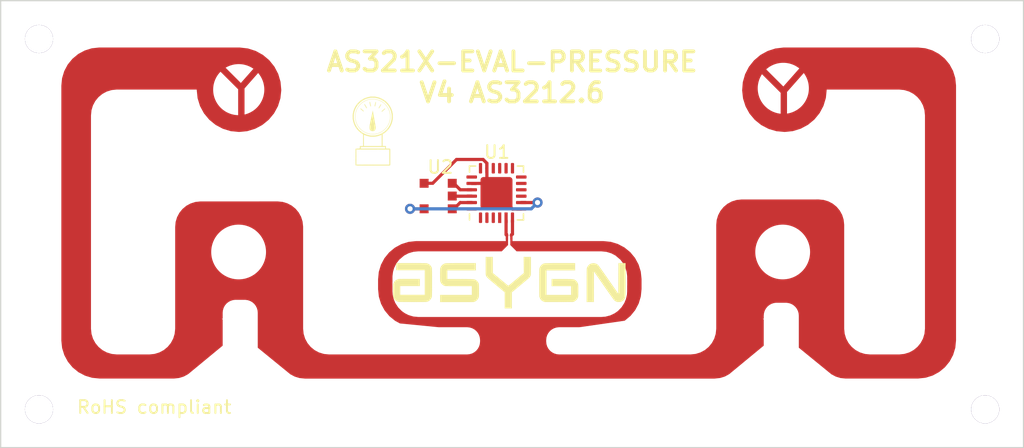
<source format=kicad_pcb>
(kicad_pcb (version 4) (generator "gerbview") (generator_version "8.0")
  (layers (0 F.Cu signal) (31 B.Cu signal) (34 B.Paste user) (35 F.Paste user) (36 B.SilkS user) (37 F.SilkS user) (38 B.Mask user) (39 F.Mask user) (44 Edge.Cuts user))
  (gr_line (start 105 65.9) (end 105 30.9) (layer Edge.Cuts) (width 0.1))
  (gr_line (start 105 65.9) (end 25 65.9) (layer Edge.Cuts) (width 0.1))
  (gr_line (start 25 30.9) (end 105 30.9) (layer Edge.Cuts) (width 0.1))
  (gr_line (start 25 65.9) (end 25 30.9) (layer Edge.Cuts) (width 0.1))
  (gr_line (start 50.82143 35.9425) (end 51.53571 35.9425) (layer F.SilkS) (width 0.3))
  (gr_line (start 50.67857 36.37107) (end 51.17857 34.87107) (layer F.SilkS) (width 0.3))
  (gr_line (start 51.17857 34.87107) (end 51.67857 36.37107) (layer F.SilkS) (width 0.3))
  (gr_line (start 52.10714 36.29964) (end 52.32143 36.37107) (layer F.SilkS) (width 0.3))
  (gr_line (start 52.32143 36.37107) (end 52.67857 36.37107) (layer F.SilkS) (width 0.3))
  (gr_line (start 52.67857 36.37107) (end 52.82143 36.29964) (layer F.SilkS) (width 0.3))
  (gr_line (start 52.82143 36.29964) (end 52.89286 36.22821) (layer F.SilkS) (width 0.3))
  (gr_line (start 52.89286 36.22821) (end 52.96429 36.08536) (layer F.SilkS) (width 0.3))
  (gr_line (start 52.96429 36.08536) (end 52.96429 35.9425) (layer F.SilkS) (width 0.3))
  (gr_line (start 52.96429 35.9425) (end 52.89286 35.79964) (layer F.SilkS) (width 0.3))
  (gr_line (start 52.89286 35.79964) (end 52.82143 35.72821) (layer F.SilkS) (width 0.3))
  (gr_line (start 52.82143 35.72821) (end 52.67857 35.65679) (layer F.SilkS) (width 0.3))
  (gr_line (start 52.67857 35.65679) (end 52.39286 35.58536) (layer F.SilkS) (width 0.3))
  (gr_line (start 52.39286 35.58536) (end 52.25 35.51393) (layer F.SilkS) (width 0.3))
  (gr_line (start 52.25 35.51393) (end 52.17857 35.4425) (layer F.SilkS) (width 0.3))
  (gr_line (start 52.17857 35.4425) (end 52.10714 35.29964) (layer F.SilkS) (width 0.3))
  (gr_line (start 52.10714 35.29964) (end 52.10714 35.15679) (layer F.SilkS) (width 0.3))
  (gr_line (start 52.10714 35.15679) (end 52.17857 35.01393) (layer F.SilkS) (width 0.3))
  (gr_line (start 52.17857 35.01393) (end 52.25 34.9425) (layer F.SilkS) (width 0.3))
  (gr_line (start 52.25 34.9425) (end 52.39286 34.87107) (layer F.SilkS) (width 0.3))
  (gr_line (start 52.39286 34.87107) (end 52.75 34.87107) (layer F.SilkS) (width 0.3))
  (gr_line (start 52.75 34.87107) (end 52.96429 34.9425) (layer F.SilkS) (width 0.3))
  (gr_line (start 53.46429 34.87107) (end 54.39286 34.87107) (layer F.SilkS) (width 0.3))
  (gr_line (start 54.39286 34.87107) (end 53.89286 35.4425) (layer F.SilkS) (width 0.3))
  (gr_line (start 53.89286 35.4425) (end 54.10714 35.4425) (layer F.SilkS) (width 0.3))
  (gr_line (start 54.10714 35.4425) (end 54.25 35.51393) (layer F.SilkS) (width 0.3))
  (gr_line (start 54.25 35.51393) (end 54.32143 35.58536) (layer F.SilkS) (width 0.3))
  (gr_line (start 54.32143 35.58536) (end 54.39286 35.72821) (layer F.SilkS) (width 0.3))
  (gr_line (start 54.39286 35.72821) (end 54.39286 36.08536) (layer F.SilkS) (width 0.3))
  (gr_line (start 54.39286 36.08536) (end 54.32143 36.22821) (layer F.SilkS) (width 0.3))
  (gr_line (start 54.32143 36.22821) (end 54.25 36.29964) (layer F.SilkS) (width 0.3))
  (gr_line (start 54.25 36.29964) (end 54.10714 36.37107) (layer F.SilkS) (width 0.3))
  (gr_line (start 54.10714 36.37107) (end 53.67857 36.37107) (layer F.SilkS) (width 0.3))
  (gr_line (start 53.67857 36.37107) (end 53.53571 36.29964) (layer F.SilkS) (width 0.3))
  (gr_line (start 53.53571 36.29964) (end 53.46429 36.22821) (layer F.SilkS) (width 0.3))
  (gr_line (start 54.96429 35.01393) (end 55.03571 34.9425) (layer F.SilkS) (width 0.3))
  (gr_line (start 55.03571 34.9425) (end 55.17857 34.87107) (layer F.SilkS) (width 0.3))
  (gr_line (start 55.17857 34.87107) (end 55.53571 34.87107) (layer F.SilkS) (width 0.3))
  (gr_line (start 55.53571 34.87107) (end 55.67857 34.9425) (layer F.SilkS) (width 0.3))
  (gr_line (start 55.67857 34.9425) (end 55.75 35.01393) (layer F.SilkS) (width 0.3))
  (gr_line (start 55.75 35.01393) (end 55.82143 35.15679) (layer F.SilkS) (width 0.3))
  (gr_line (start 55.82143 35.15679) (end 55.82143 35.29964) (layer F.SilkS) (width 0.3))
  (gr_line (start 55.82143 35.29964) (end 55.75 35.51393) (layer F.SilkS) (width 0.3))
  (gr_line (start 55.75 35.51393) (end 54.89286 36.37107) (layer F.SilkS) (width 0.3))
  (gr_line (start 54.89286 36.37107) (end 55.82143 36.37107) (layer F.SilkS) (width 0.3))
  (gr_line (start 57.25 36.37107) (end 56.39286 36.37107) (layer F.SilkS) (width 0.3))
  (gr_line (start 56.82143 36.37107) (end 56.82143 34.87107) (layer F.SilkS) (width 0.3))
  (gr_line (start 56.82143 34.87107) (end 56.67857 35.08536) (layer F.SilkS) (width 0.3))
  (gr_line (start 56.67857 35.08536) (end 56.53571 35.22821) (layer F.SilkS) (width 0.3))
  (gr_line (start 56.53571 35.22821) (end 56.39286 35.29964) (layer F.SilkS) (width 0.3))
  (gr_line (start 57.75 34.87107) (end 58.75 36.37107) (layer F.SilkS) (width 0.3))
  (gr_line (start 58.75 34.87107) (end 57.75 36.37107) (layer F.SilkS) (width 0.3))
  (gr_line (start 59.32143 35.79964) (end 60.46429 35.79964) (layer F.SilkS) (width 0.3))
  (gr_line (start 61.17857 35.58536) (end 61.67857 35.58536) (layer F.SilkS) (width 0.3))
  (gr_line (start 61.89286 36.37107) (end 61.17857 36.37107) (layer F.SilkS) (width 0.3))
  (gr_line (start 61.17857 36.37107) (end 61.17857 34.87107) (layer F.SilkS) (width 0.3))
  (gr_line (start 61.17857 34.87107) (end 61.89286 34.87107) (layer F.SilkS) (width 0.3))
  (gr_line (start 62.32143 34.87107) (end 62.82143 36.37107) (layer F.SilkS) (width 0.3))
  (gr_line (start 62.82143 36.37107) (end 63.32143 34.87107) (layer F.SilkS) (width 0.3))
  (gr_line (start 63.75 35.9425) (end 64.46429 35.9425) (layer F.SilkS) (width 0.3))
  (gr_line (start 63.60714 36.37107) (end 64.10714 34.87107) (layer F.SilkS) (width 0.3))
  (gr_line (start 64.10714 34.87107) (end 64.60714 36.37107) (layer F.SilkS) (width 0.3))
  (gr_line (start 65.82143 36.37107) (end 65.10714 36.37107) (layer F.SilkS) (width 0.3))
  (gr_line (start 65.10714 36.37107) (end 65.10714 34.87107) (layer F.SilkS) (width 0.3))
  (gr_line (start 66.32143 35.79964) (end 67.46429 35.79964) (layer F.SilkS) (width 0.3))
  (gr_line (start 68.17857 36.37107) (end 68.17857 34.87107) (layer F.SilkS) (width 0.3))
  (gr_line (start 68.17857 34.87107) (end 68.75 34.87107) (layer F.SilkS) (width 0.3))
  (gr_line (start 68.75 34.87107) (end 68.89286 34.9425) (layer F.SilkS) (width 0.3))
  (gr_line (start 68.89286 34.9425) (end 68.96429 35.01393) (layer F.SilkS) (width 0.3))
  (gr_line (start 68.96429 35.01393) (end 69.03571 35.15679) (layer F.SilkS) (width 0.3))
  (gr_line (start 69.03571 35.15679) (end 69.03571 35.37107) (layer F.SilkS) (width 0.3))
  (gr_line (start 69.03571 35.37107) (end 68.96429 35.51393) (layer F.SilkS) (width 0.3))
  (gr_line (start 68.96429 35.51393) (end 68.89286 35.58536) (layer F.SilkS) (width 0.3))
  (gr_line (start 68.89286 35.58536) (end 68.75 35.65679) (layer F.SilkS) (width 0.3))
  (gr_line (start 68.75 35.65679) (end 68.17857 35.65679) (layer F.SilkS) (width 0.3))
  (gr_line (start 70.53571 36.37107) (end 70.03571 35.65679) (layer F.SilkS) (width 0.3))
  (gr_line (start 69.67857 36.37107) (end 69.67857 34.87107) (layer F.SilkS) (width 0.3))
  (gr_line (start 69.67857 34.87107) (end 70.25 34.87107) (layer F.SilkS) (width 0.3))
  (gr_line (start 70.25 34.87107) (end 70.39286 34.9425) (layer F.SilkS) (width 0.3))
  (gr_line (start 70.39286 34.9425) (end 70.46429 35.01393) (layer F.SilkS) (width 0.3))
  (gr_line (start 70.46429 35.01393) (end 70.53571 35.15679) (layer F.SilkS) (width 0.3))
  (gr_line (start 70.53571 35.15679) (end 70.53571 35.37107) (layer F.SilkS) (width 0.3))
  (gr_line (start 70.53571 35.37107) (end 70.46429 35.51393) (layer F.SilkS) (width 0.3))
  (gr_line (start 70.46429 35.51393) (end 70.39286 35.58536) (layer F.SilkS) (width 0.3))
  (gr_line (start 70.39286 35.58536) (end 70.25 35.65679) (layer F.SilkS) (width 0.3))
  (gr_line (start 70.25 35.65679) (end 69.67857 35.65679) (layer F.SilkS) (width 0.3))
  (gr_line (start 71.17857 35.58536) (end 71.67857 35.58536) (layer F.SilkS) (width 0.3))
  (gr_line (start 71.89286 36.37107) (end 71.17857 36.37107) (layer F.SilkS) (width 0.3))
  (gr_line (start 71.17857 36.37107) (end 71.17857 34.87107) (layer F.SilkS) (width 0.3))
  (gr_line (start 71.17857 34.87107) (end 71.89286 34.87107) (layer F.SilkS) (width 0.3))
  (gr_line (start 72.46429 36.29964) (end 72.67857 36.37107) (layer F.SilkS) (width 0.3))
  (gr_line (start 72.67857 36.37107) (end 73.03571 36.37107) (layer F.SilkS) (width 0.3))
  (gr_line (start 73.03571 36.37107) (end 73.17857 36.29964) (layer F.SilkS) (width 0.3))
  (gr_line (start 73.17857 36.29964) (end 73.25 36.22821) (layer F.SilkS) (width 0.3))
  (gr_line (start 73.25 36.22821) (end 73.32143 36.08536) (layer F.SilkS) (width 0.3))
  (gr_line (start 73.32143 36.08536) (end 73.32143 35.9425) (layer F.SilkS) (width 0.3))
  (gr_line (start 73.32143 35.9425) (end 73.25 35.79964) (layer F.SilkS) (width 0.3))
  (gr_line (start 73.25 35.79964) (end 73.17857 35.72821) (layer F.SilkS) (width 0.3))
  (gr_line (start 73.17857 35.72821) (end 73.03571 35.65679) (layer F.SilkS) (width 0.3))
  (gr_line (start 73.03571 35.65679) (end 72.75 35.58536) (layer F.SilkS) (width 0.3))
  (gr_line (start 72.75 35.58536) (end 72.60714 35.51393) (layer F.SilkS) (width 0.3))
  (gr_line (start 72.60714 35.51393) (end 72.53571 35.4425) (layer F.SilkS) (width 0.3))
  (gr_line (start 72.53571 35.4425) (end 72.46429 35.29964) (layer F.SilkS) (width 0.3))
  (gr_line (start 72.46429 35.29964) (end 72.46429 35.15679) (layer F.SilkS) (width 0.3))
  (gr_line (start 72.46429 35.15679) (end 72.53571 35.01393) (layer F.SilkS) (width 0.3))
  (gr_line (start 72.53571 35.01393) (end 72.60714 34.9425) (layer F.SilkS) (width 0.3))
  (gr_line (start 72.60714 34.9425) (end 72.75 34.87107) (layer F.SilkS) (width 0.3))
  (gr_line (start 72.75 34.87107) (end 73.10714 34.87107) (layer F.SilkS) (width 0.3))
  (gr_line (start 73.10714 34.87107) (end 73.32143 34.9425) (layer F.SilkS) (width 0.3))
  (gr_line (start 73.89286 36.29964) (end 74.10714 36.37107) (layer F.SilkS) (width 0.3))
  (gr_line (start 74.10714 36.37107) (end 74.46429 36.37107) (layer F.SilkS) (width 0.3))
  (gr_line (start 74.46429 36.37107) (end 74.60714 36.29964) (layer F.SilkS) (width 0.3))
  (gr_line (start 74.60714 36.29964) (end 74.67857 36.22821) (layer F.SilkS) (width 0.3))
  (gr_line (start 74.67857 36.22821) (end 74.75 36.08536) (layer F.SilkS) (width 0.3))
  (gr_line (start 74.75 36.08536) (end 74.75 35.9425) (layer F.SilkS) (width 0.3))
  (gr_line (start 74.75 35.9425) (end 74.67857 35.79964) (layer F.SilkS) (width 0.3))
  (gr_line (start 74.67857 35.79964) (end 74.60714 35.72821) (layer F.SilkS) (width 0.3))
  (gr_line (start 74.60714 35.72821) (end 74.46429 35.65679) (layer F.SilkS) (width 0.3))
  (gr_line (start 74.46429 35.65679) (end 74.17857 35.58536) (layer F.SilkS) (width 0.3))
  (gr_line (start 74.17857 35.58536) (end 74.03571 35.51393) (layer F.SilkS) (width 0.3))
  (gr_line (start 74.03571 35.51393) (end 73.96429 35.4425) (layer F.SilkS) (width 0.3))
  (gr_line (start 73.96429 35.4425) (end 73.89286 35.29964) (layer F.SilkS) (width 0.3))
  (gr_line (start 73.89286 35.29964) (end 73.89286 35.15679) (layer F.SilkS) (width 0.3))
  (gr_line (start 73.89286 35.15679) (end 73.96429 35.01393) (layer F.SilkS) (width 0.3))
  (gr_line (start 73.96429 35.01393) (end 74.03571 34.9425) (layer F.SilkS) (width 0.3))
  (gr_line (start 74.03571 34.9425) (end 74.17857 34.87107) (layer F.SilkS) (width 0.3))
  (gr_line (start 74.17857 34.87107) (end 74.53571 34.87107) (layer F.SilkS) (width 0.3))
  (gr_line (start 74.53571 34.87107) (end 74.75 34.9425) (layer F.SilkS) (width 0.3))
  (gr_line (start 75.39286 34.87107) (end 75.39286 36.08536) (layer F.SilkS) (width 0.3))
  (gr_line (start 75.39286 36.08536) (end 75.46429 36.22821) (layer F.SilkS) (width 0.3))
  (gr_line (start 75.46429 36.22821) (end 75.53571 36.29964) (layer F.SilkS) (width 0.3))
  (gr_line (start 75.53571 36.29964) (end 75.67857 36.37107) (layer F.SilkS) (width 0.3))
  (gr_line (start 75.67857 36.37107) (end 75.96429 36.37107) (layer F.SilkS) (width 0.3))
  (gr_line (start 75.96429 36.37107) (end 76.10714 36.29964) (layer F.SilkS) (width 0.3))
  (gr_line (start 76.10714 36.29964) (end 76.17857 36.22821) (layer F.SilkS) (width 0.3))
  (gr_line (start 76.17857 36.22821) (end 76.25 36.08536) (layer F.SilkS) (width 0.3))
  (gr_line (start 76.25 36.08536) (end 76.25 34.87107) (layer F.SilkS) (width 0.3))
  (gr_line (start 77.82143 36.37107) (end 77.32143 35.65679) (layer F.SilkS) (width 0.3))
  (gr_line (start 76.96429 36.37107) (end 76.96429 34.87107) (layer F.SilkS) (width 0.3))
  (gr_line (start 76.96429 34.87107) (end 77.53571 34.87107) (layer F.SilkS) (width 0.3))
  (gr_line (start 77.53571 34.87107) (end 77.67857 34.9425) (layer F.SilkS) (width 0.3))
  (gr_line (start 77.67857 34.9425) (end 77.75 35.01393) (layer F.SilkS) (width 0.3))
  (gr_line (start 77.75 35.01393) (end 77.82143 35.15679) (layer F.SilkS) (width 0.3))
  (gr_line (start 77.82143 35.15679) (end 77.82143 35.37107) (layer F.SilkS) (width 0.3))
  (gr_line (start 77.82143 35.37107) (end 77.75 35.51393) (layer F.SilkS) (width 0.3))
  (gr_line (start 77.75 35.51393) (end 77.67857 35.58536) (layer F.SilkS) (width 0.3))
  (gr_line (start 77.67857 35.58536) (end 77.53571 35.65679) (layer F.SilkS) (width 0.3))
  (gr_line (start 77.53571 35.65679) (end 76.96429 35.65679) (layer F.SilkS) (width 0.3))
  (gr_line (start 78.46429 35.58536) (end 78.96429 35.58536) (layer F.SilkS) (width 0.3))
  (gr_line (start 79.17857 36.37107) (end 78.46429 36.37107) (layer F.SilkS) (width 0.3))
  (gr_line (start 78.46429 36.37107) (end 78.46429 34.87107) (layer F.SilkS) (width 0.3))
  (gr_line (start 78.46429 34.87107) (end 79.17857 34.87107) (layer F.SilkS) (width 0.3))
  (gr_line (start 57.92857 37.28607) (end 58.42857 38.78607) (layer F.SilkS) (width 0.3))
  (gr_line (start 58.42857 38.78607) (end 58.92857 37.28607) (layer F.SilkS) (width 0.3))
  (gr_line (start 60.07143 37.78607) (end 60.07143 38.78607) (layer F.SilkS) (width 0.3))
  (gr_line (start 59.71429 37.21464) (end 59.35714 38.28607) (layer F.SilkS) (width 0.3))
  (gr_line (start 59.35714 38.28607) (end 60.28571 38.28607) (layer F.SilkS) (width 0.3))
  (gr_line (start 61.92857 38.3575) (end 62.64286 38.3575) (layer F.SilkS) (width 0.3))
  (gr_line (start 61.78571 38.78607) (end 62.28571 37.28607) (layer F.SilkS) (width 0.3))
  (gr_line (start 62.28571 37.28607) (end 62.78571 38.78607) (layer F.SilkS) (width 0.3))
  (gr_line (start 63.21429 38.71464) (end 63.42857 38.78607) (layer F.SilkS) (width 0.3))
  (gr_line (start 63.42857 38.78607) (end 63.78571 38.78607) (layer F.SilkS) (width 0.3))
  (gr_line (start 63.78571 38.78607) (end 63.92857 38.71464) (layer F.SilkS) (width 0.3))
  (gr_line (start 63.92857 38.71464) (end 64 38.64321) (layer F.SilkS) (width 0.3))
  (gr_line (start 64 38.64321) (end 64.07143 38.50036) (layer F.SilkS) (width 0.3))
  (gr_line (start 64.07143 38.50036) (end 64.07143 38.3575) (layer F.SilkS) (width 0.3))
  (gr_line (start 64.07143 38.3575) (end 64 38.21464) (layer F.SilkS) (width 0.3))
  (gr_line (start 64 38.21464) (end 63.92857 38.14321) (layer F.SilkS) (width 0.3))
  (gr_line (start 63.92857 38.14321) (end 63.78571 38.07179) (layer F.SilkS) (width 0.3))
  (gr_line (start 63.78571 38.07179) (end 63.5 38.00036) (layer F.SilkS) (width 0.3))
  (gr_line (start 63.5 38.00036) (end 63.35714 37.92893) (layer F.SilkS) (width 0.3))
  (gr_line (start 63.35714 37.92893) (end 63.28571 37.8575) (layer F.SilkS) (width 0.3))
  (gr_line (start 63.28571 37.8575) (end 63.21429 37.71464) (layer F.SilkS) (width 0.3))
  (gr_line (start 63.21429 37.71464) (end 63.21429 37.57179) (layer F.SilkS) (width 0.3))
  (gr_line (start 63.21429 37.57179) (end 63.28571 37.42893) (layer F.SilkS) (width 0.3))
  (gr_line (start 63.28571 37.42893) (end 63.35714 37.3575) (layer F.SilkS) (width 0.3))
  (gr_line (start 63.35714 37.3575) (end 63.5 37.28607) (layer F.SilkS) (width 0.3))
  (gr_line (start 63.5 37.28607) (end 63.85714 37.28607) (layer F.SilkS) (width 0.3))
  (gr_line (start 63.85714 37.28607) (end 64.07143 37.3575) (layer F.SilkS) (width 0.3))
  (gr_line (start 64.57143 37.28607) (end 65.5 37.28607) (layer F.SilkS) (width 0.3))
  (gr_line (start 65.5 37.28607) (end 65 37.8575) (layer F.SilkS) (width 0.3))
  (gr_line (start 65 37.8575) (end 65.21429 37.8575) (layer F.SilkS) (width 0.3))
  (gr_line (start 65.21429 37.8575) (end 65.35714 37.92893) (layer F.SilkS) (width 0.3))
  (gr_line (start 65.35714 37.92893) (end 65.42857 38.00036) (layer F.SilkS) (width 0.3))
  (gr_line (start 65.42857 38.00036) (end 65.5 38.14321) (layer F.SilkS) (width 0.3))
  (gr_line (start 65.5 38.14321) (end 65.5 38.50036) (layer F.SilkS) (width 0.3))
  (gr_line (start 65.5 38.50036) (end 65.42857 38.64321) (layer F.SilkS) (width 0.3))
  (gr_line (start 65.42857 38.64321) (end 65.35714 38.71464) (layer F.SilkS) (width 0.3))
  (gr_line (start 65.35714 38.71464) (end 65.21429 38.78607) (layer F.SilkS) (width 0.3))
  (gr_line (start 65.21429 38.78607) (end 64.78571 38.78607) (layer F.SilkS) (width 0.3))
  (gr_line (start 64.78571 38.78607) (end 64.64286 38.71464) (layer F.SilkS) (width 0.3))
  (gr_line (start 64.64286 38.71464) (end 64.57143 38.64321) (layer F.SilkS) (width 0.3))
  (gr_line (start 66.07143 37.42893) (end 66.14286 37.3575) (layer F.SilkS) (width 0.3))
  (gr_line (start 66.14286 37.3575) (end 66.28571 37.28607) (layer F.SilkS) (width 0.3))
  (gr_line (start 66.28571 37.28607) (end 66.64286 37.28607) (layer F.SilkS) (width 0.3))
  (gr_line (start 66.64286 37.28607) (end 66.78571 37.3575) (layer F.SilkS) (width 0.3))
  (gr_line (start 66.78571 37.3575) (end 66.85714 37.42893) (layer F.SilkS) (width 0.3))
  (gr_line (start 66.85714 37.42893) (end 66.92857 37.57179) (layer F.SilkS) (width 0.3))
  (gr_line (start 66.92857 37.57179) (end 66.92857 37.71464) (layer F.SilkS) (width 0.3))
  (gr_line (start 66.92857 37.71464) (end 66.85714 37.92893) (layer F.SilkS) (width 0.3))
  (gr_line (start 66.85714 37.92893) (end 66 38.78607) (layer F.SilkS) (width 0.3))
  (gr_line (start 66 38.78607) (end 66.92857 38.78607) (layer F.SilkS) (width 0.3))
  (gr_line (start 68.35714 38.78607) (end 67.5 38.78607) (layer F.SilkS) (width 0.3))
  (gr_line (start 67.92857 38.78607) (end 67.92857 37.28607) (layer F.SilkS) (width 0.3))
  (gr_line (start 67.92857 37.28607) (end 67.78571 37.50036) (layer F.SilkS) (width 0.3))
  (gr_line (start 67.78571 37.50036) (end 67.64286 37.64321) (layer F.SilkS) (width 0.3))
  (gr_line (start 67.64286 37.64321) (end 67.5 37.71464) (layer F.SilkS) (width 0.3))
  (gr_line (start 68.92857 37.42893) (end 69 37.3575) (layer F.SilkS) (width 0.3))
  (gr_line (start 69 37.3575) (end 69.14286 37.28607) (layer F.SilkS) (width 0.3))
  (gr_line (start 69.14286 37.28607) (end 69.5 37.28607) (layer F.SilkS) (width 0.3))
  (gr_line (start 69.5 37.28607) (end 69.64286 37.3575) (layer F.SilkS) (width 0.3))
  (gr_line (start 69.64286 37.3575) (end 69.71429 37.42893) (layer F.SilkS) (width 0.3))
  (gr_line (start 69.71429 37.42893) (end 69.78571 37.57179) (layer F.SilkS) (width 0.3))
  (gr_line (start 69.78571 37.57179) (end 69.78571 37.71464) (layer F.SilkS) (width 0.3))
  (gr_line (start 69.78571 37.71464) (end 69.71429 37.92893) (layer F.SilkS) (width 0.3))
  (gr_line (start 69.71429 37.92893) (end 68.85714 38.78607) (layer F.SilkS) (width 0.3))
  (gr_line (start 68.85714 38.78607) (end 69.78571 38.78607) (layer F.SilkS) (width 0.3))
  (gr_line (start 70.42857 38.64321) (end 70.5 38.71464) (layer F.SilkS) (width 0.3))
  (gr_line (start 70.5 38.71464) (end 70.42857 38.78607) (layer F.SilkS) (width 0.3))
  (gr_line (start 70.42857 38.78607) (end 70.35714 38.71464) (layer F.SilkS) (width 0.3))
  (gr_line (start 70.35714 38.71464) (end 70.42857 38.64321) (layer F.SilkS) (width 0.3))
  (gr_line (start 70.42857 38.64321) (end 70.42857 38.78607) (layer F.SilkS) (width 0.3))
  (gr_line (start 71.78571 37.28607) (end 71.5 37.28607) (layer F.SilkS) (width 0.3))
  (gr_line (start 71.5 37.28607) (end 71.35714 37.3575) (layer F.SilkS) (width 0.3))
  (gr_line (start 71.35714 37.3575) (end 71.28571 37.42893) (layer F.SilkS) (width 0.3))
  (gr_line (start 71.28571 37.42893) (end 71.14286 37.64321) (layer F.SilkS) (width 0.3))
  (gr_line (start 71.14286 37.64321) (end 71.07143 37.92893) (layer F.SilkS) (width 0.3))
  (gr_line (start 71.07143 37.92893) (end 71.07143 38.50036) (layer F.SilkS) (width 0.3))
  (gr_line (start 71.07143 38.50036) (end 71.14286 38.64321) (layer F.SilkS) (width 0.3))
  (gr_line (start 71.14286 38.64321) (end 71.21429 38.71464) (layer F.SilkS) (width 0.3))
  (gr_line (start 71.21429 38.71464) (end 71.35714 38.78607) (layer F.SilkS) (width 0.3))
  (gr_line (start 71.35714 38.78607) (end 71.64286 38.78607) (layer F.SilkS) (width 0.3))
  (gr_line (start 71.64286 38.78607) (end 71.78571 38.71464) (layer F.SilkS) (width 0.3))
  (gr_line (start 71.78571 38.71464) (end 71.85714 38.64321) (layer F.SilkS) (width 0.3))
  (gr_line (start 71.85714 38.64321) (end 71.92857 38.50036) (layer F.SilkS) (width 0.3))
  (gr_line (start 71.92857 38.50036) (end 71.92857 38.14321) (layer F.SilkS) (width 0.3))
  (gr_line (start 71.92857 38.14321) (end 71.85714 38.00036) (layer F.SilkS) (width 0.3))
  (gr_line (start 71.85714 38.00036) (end 71.78571 37.92893) (layer F.SilkS) (width 0.3))
  (gr_line (start 71.78571 37.92893) (end 71.64286 37.8575) (layer F.SilkS) (width 0.3))
  (gr_line (start 71.64286 37.8575) (end 71.35714 37.8575) (layer F.SilkS) (width 0.3))
  (gr_line (start 71.35714 37.8575) (end 71.21429 37.92893) (layer F.SilkS) (width 0.3))
  (gr_line (start 71.21429 37.92893) (end 71.14286 38.00036) (layer F.SilkS) (width 0.3))
  (gr_line (start 71.14286 38.00036) (end 71.07143 38.14321) (layer F.SilkS) (width 0.3))
  (gr_line (start 31.79571 63.18238) (end 31.46238 62.70619) (layer F.SilkS) (width 0.15))
  (gr_line (start 31.22429 63.18238) (end 31.22429 62.18238) (layer F.SilkS) (width 0.15))
  (gr_line (start 31.22429 62.18238) (end 31.60524 62.18238) (layer F.SilkS) (width 0.15))
  (gr_line (start 31.60524 62.18238) (end 31.70048 62.23) (layer F.SilkS) (width 0.15))
  (gr_line (start 31.70048 62.23) (end 31.7481 62.27762) (layer F.SilkS) (width 0.15))
  (gr_line (start 31.7481 62.27762) (end 31.79571 62.37286) (layer F.SilkS) (width 0.15))
  (gr_line (start 31.79571 62.37286) (end 31.79571 62.51571) (layer F.SilkS) (width 0.15))
  (gr_line (start 31.79571 62.51571) (end 31.7481 62.61095) (layer F.SilkS) (width 0.15))
  (gr_line (start 31.7481 62.61095) (end 31.70048 62.65857) (layer F.SilkS) (width 0.15))
  (gr_line (start 31.70048 62.65857) (end 31.60524 62.70619) (layer F.SilkS) (width 0.15))
  (gr_line (start 31.60524 62.70619) (end 31.22429 62.70619) (layer F.SilkS) (width 0.15))
  (gr_line (start 32.36714 63.18238) (end 32.2719 63.13476) (layer F.SilkS) (width 0.15))
  (gr_line (start 32.2719 63.13476) (end 32.22429 63.08714) (layer F.SilkS) (width 0.15))
  (gr_line (start 32.22429 63.08714) (end 32.17667 62.9919) (layer F.SilkS) (width 0.15))
  (gr_line (start 32.17667 62.9919) (end 32.17667 62.70619) (layer F.SilkS) (width 0.15))
  (gr_line (start 32.17667 62.70619) (end 32.22429 62.61095) (layer F.SilkS) (width 0.15))
  (gr_line (start 32.22429 62.61095) (end 32.2719 62.56333) (layer F.SilkS) (width 0.15))
  (gr_line (start 32.2719 62.56333) (end 32.36714 62.51571) (layer F.SilkS) (width 0.15))
  (gr_line (start 32.36714 62.51571) (end 32.51 62.51571) (layer F.SilkS) (width 0.15))
  (gr_line (start 32.51 62.51571) (end 32.60524 62.56333) (layer F.SilkS) (width 0.15))
  (gr_line (start 32.60524 62.56333) (end 32.65286 62.61095) (layer F.SilkS) (width 0.15))
  (gr_line (start 32.65286 62.61095) (end 32.70048 62.70619) (layer F.SilkS) (width 0.15))
  (gr_line (start 32.70048 62.70619) (end 32.70048 62.9919) (layer F.SilkS) (width 0.15))
  (gr_line (start 32.70048 62.9919) (end 32.65286 63.08714) (layer F.SilkS) (width 0.15))
  (gr_line (start 32.65286 63.08714) (end 32.60524 63.13476) (layer F.SilkS) (width 0.15))
  (gr_line (start 32.60524 63.13476) (end 32.51 63.18238) (layer F.SilkS) (width 0.15))
  (gr_line (start 32.51 63.18238) (end 32.36714 63.18238) (layer F.SilkS) (width 0.15))
  (gr_line (start 33.12905 63.18238) (end 33.12905 62.18238) (layer F.SilkS) (width 0.15))
  (gr_line (start 33.12905 62.65857) (end 33.70048 62.65857) (layer F.SilkS) (width 0.15))
  (gr_line (start 33.70048 63.18238) (end 33.70048 62.18238) (layer F.SilkS) (width 0.15))
  (gr_line (start 34.12905 63.13476) (end 34.2719 63.18238) (layer F.SilkS) (width 0.15))
  (gr_line (start 34.2719 63.18238) (end 34.51 63.18238) (layer F.SilkS) (width 0.15))
  (gr_line (start 34.51 63.18238) (end 34.60524 63.13476) (layer F.SilkS) (width 0.15))
  (gr_line (start 34.60524 63.13476) (end 34.65286 63.08714) (layer F.SilkS) (width 0.15))
  (gr_line (start 34.65286 63.08714) (end 34.70048 62.9919) (layer F.SilkS) (width 0.15))
  (gr_line (start 34.70048 62.9919) (end 34.70048 62.89667) (layer F.SilkS) (width 0.15))
  (gr_line (start 34.70048 62.89667) (end 34.65286 62.80143) (layer F.SilkS) (width 0.15))
  (gr_line (start 34.65286 62.80143) (end 34.60524 62.75381) (layer F.SilkS) (width 0.15))
  (gr_line (start 34.60524 62.75381) (end 34.51 62.70619) (layer F.SilkS) (width 0.15))
  (gr_line (start 34.51 62.70619) (end 34.31952 62.65857) (layer F.SilkS) (width 0.15))
  (gr_line (start 34.31952 62.65857) (end 34.22429 62.61095) (layer F.SilkS) (width 0.15))
  (gr_line (start 34.22429 62.61095) (end 34.17667 62.56333) (layer F.SilkS) (width 0.15))
  (gr_line (start 34.17667 62.56333) (end 34.12905 62.4681) (layer F.SilkS) (width 0.15))
  (gr_line (start 34.12905 62.4681) (end 34.12905 62.37286) (layer F.SilkS) (width 0.15))
  (gr_line (start 34.12905 62.37286) (end 34.17667 62.27762) (layer F.SilkS) (width 0.15))
  (gr_line (start 34.17667 62.27762) (end 34.22429 62.23) (layer F.SilkS) (width 0.15))
  (gr_line (start 34.22429 62.23) (end 34.31952 62.18238) (layer F.SilkS) (width 0.15))
  (gr_line (start 34.31952 62.18238) (end 34.55762 62.18238) (layer F.SilkS) (width 0.15))
  (gr_line (start 34.55762 62.18238) (end 34.70048 62.23) (layer F.SilkS) (width 0.15))
  (gr_line (start 36.31952 63.13476) (end 36.22429 63.18238) (layer F.SilkS) (width 0.15))
  (gr_line (start 36.22429 63.18238) (end 36.03381 63.18238) (layer F.SilkS) (width 0.15))
  (gr_line (start 36.03381 63.18238) (end 35.93857 63.13476) (layer F.SilkS) (width 0.15))
  (gr_line (start 35.93857 63.13476) (end 35.89095 63.08714) (layer F.SilkS) (width 0.15))
  (gr_line (start 35.89095 63.08714) (end 35.84333 62.9919) (layer F.SilkS) (width 0.15))
  (gr_line (start 35.84333 62.9919) (end 35.84333 62.70619) (layer F.SilkS) (width 0.15))
  (gr_line (start 35.84333 62.70619) (end 35.89095 62.61095) (layer F.SilkS) (width 0.15))
  (gr_line (start 35.89095 62.61095) (end 35.93857 62.56333) (layer F.SilkS) (width 0.15))
  (gr_line (start 35.93857 62.56333) (end 36.03381 62.51571) (layer F.SilkS) (width 0.15))
  (gr_line (start 36.03381 62.51571) (end 36.22429 62.51571) (layer F.SilkS) (width 0.15))
  (gr_line (start 36.22429 62.51571) (end 36.31952 62.56333) (layer F.SilkS) (width 0.15))
  (gr_line (start 36.89095 63.18238) (end 36.79571 63.13476) (layer F.SilkS) (width 0.15))
  (gr_line (start 36.79571 63.13476) (end 36.7481 63.08714) (layer F.SilkS) (width 0.15))
  (gr_line (start 36.7481 63.08714) (end 36.70048 62.9919) (layer F.SilkS) (width 0.15))
  (gr_line (start 36.70048 62.9919) (end 36.70048 62.70619) (layer F.SilkS) (width 0.15))
  (gr_line (start 36.70048 62.70619) (end 36.7481 62.61095) (layer F.SilkS) (width 0.15))
  (gr_line (start 36.7481 62.61095) (end 36.79571 62.56333) (layer F.SilkS) (width 0.15))
  (gr_line (start 36.79571 62.56333) (end 36.89095 62.51571) (layer F.SilkS) (width 0.15))
  (gr_line (start 36.89095 62.51571) (end 37.03381 62.51571) (layer F.SilkS) (width 0.15))
  (gr_line (start 37.03381 62.51571) (end 37.12905 62.56333) (layer F.SilkS) (width 0.15))
  (gr_line (start 37.12905 62.56333) (end 37.17667 62.61095) (layer F.SilkS) (width 0.15))
  (gr_line (start 37.17667 62.61095) (end 37.22429 62.70619) (layer F.SilkS) (width 0.15))
  (gr_line (start 37.22429 62.70619) (end 37.22429 62.9919) (layer F.SilkS) (width 0.15))
  (gr_line (start 37.22429 62.9919) (end 37.17667 63.08714) (layer F.SilkS) (width 0.15))
  (gr_line (start 37.17667 63.08714) (end 37.12905 63.13476) (layer F.SilkS) (width 0.15))
  (gr_line (start 37.12905 63.13476) (end 37.03381 63.18238) (layer F.SilkS) (width 0.15))
  (gr_line (start 37.03381 63.18238) (end 36.89095 63.18238) (layer F.SilkS) (width 0.15))
  (gr_line (start 37.65286 63.18238) (end 37.65286 62.51571) (layer F.SilkS) (width 0.15))
  (gr_line (start 37.65286 62.61095) (end 37.70048 62.56333) (layer F.SilkS) (width 0.15))
  (gr_line (start 37.70048 62.56333) (end 37.79571 62.51571) (layer F.SilkS) (width 0.15))
  (gr_line (start 37.79571 62.51571) (end 37.93857 62.51571) (layer F.SilkS) (width 0.15))
  (gr_line (start 37.93857 62.51571) (end 38.03381 62.56333) (layer F.SilkS) (width 0.15))
  (gr_line (start 38.03381 62.56333) (end 38.08143 62.65857) (layer F.SilkS) (width 0.15))
  (gr_line (start 38.08143 62.65857) (end 38.08143 63.18238) (layer F.SilkS) (width 0.15))
  (gr_line (start 38.08143 62.65857) (end 38.12905 62.56333) (layer F.SilkS) (width 0.15))
  (gr_line (start 38.12905 62.56333) (end 38.22429 62.51571) (layer F.SilkS) (width 0.15))
  (gr_line (start 38.22429 62.51571) (end 38.36714 62.51571) (layer F.SilkS) (width 0.15))
  (gr_line (start 38.36714 62.51571) (end 38.46238 62.56333) (layer F.SilkS) (width 0.15))
  (gr_line (start 38.46238 62.56333) (end 38.51 62.65857) (layer F.SilkS) (width 0.15))
  (gr_line (start 38.51 62.65857) (end 38.51 63.18238) (layer F.SilkS) (width 0.15))
  (gr_line (start 38.98619 62.51571) (end 38.98619 63.51571) (layer F.SilkS) (width 0.15))
  (gr_line (start 38.98619 62.56333) (end 39.08143 62.51571) (layer F.SilkS) (width 0.15))
  (gr_line (start 39.08143 62.51571) (end 39.2719 62.51571) (layer F.SilkS) (width 0.15))
  (gr_line (start 39.2719 62.51571) (end 39.36714 62.56333) (layer F.SilkS) (width 0.15))
  (gr_line (start 39.36714 62.56333) (end 39.41476 62.61095) (layer F.SilkS) (width 0.15))
  (gr_line (start 39.41476 62.61095) (end 39.46238 62.70619) (layer F.SilkS) (width 0.15))
  (gr_line (start 39.46238 62.70619) (end 39.46238 62.9919) (layer F.SilkS) (width 0.15))
  (gr_line (start 39.46238 62.9919) (end 39.41476 63.08714) (layer F.SilkS) (width 0.15))
  (gr_line (start 39.41476 63.08714) (end 39.36714 63.13476) (layer F.SilkS) (width 0.15))
  (gr_line (start 39.36714 63.13476) (end 39.2719 63.18238) (layer F.SilkS) (width 0.15))
  (gr_line (start 39.2719 63.18238) (end 39.08143 63.18238) (layer F.SilkS) (width 0.15))
  (gr_line (start 39.08143 63.18238) (end 38.98619 63.13476) (layer F.SilkS) (width 0.15))
  (gr_line (start 40.03381 63.18238) (end 39.93857 63.13476) (layer F.SilkS) (width 0.15))
  (gr_line (start 39.93857 63.13476) (end 39.89095 63.03952) (layer F.SilkS) (width 0.15))
  (gr_line (start 39.89095 63.03952) (end 39.89095 62.18238) (layer F.SilkS) (width 0.15))
  (gr_line (start 40.41476 63.18238) (end 40.41476 62.51571) (layer F.SilkS) (width 0.15))
  (gr_line (start 40.41476 62.18238) (end 40.36714 62.23) (layer F.SilkS) (width 0.15))
  (gr_line (start 40.36714 62.23) (end 40.41476 62.27762) (layer F.SilkS) (width 0.15))
  (gr_line (start 40.41476 62.27762) (end 40.46238 62.23) (layer F.SilkS) (width 0.15))
  (gr_line (start 40.46238 62.23) (end 40.41476 62.18238) (layer F.SilkS) (width 0.15))
  (gr_line (start 40.41476 62.18238) (end 40.41476 62.27762) (layer F.SilkS) (width 0.15))
  (gr_line (start 41.31952 63.18238) (end 41.31952 62.65857) (layer F.SilkS) (width 0.15))
  (gr_line (start 41.31952 62.65857) (end 41.2719 62.56333) (layer F.SilkS) (width 0.15))
  (gr_line (start 41.2719 62.56333) (end 41.17667 62.51571) (layer F.SilkS) (width 0.15))
  (gr_line (start 41.17667 62.51571) (end 40.98619 62.51571) (layer F.SilkS) (width 0.15))
  (gr_line (start 40.98619 62.51571) (end 40.89095 62.56333) (layer F.SilkS) (width 0.15))
  (gr_line (start 41.31952 63.13476) (end 41.22429 63.18238) (layer F.SilkS) (width 0.15))
  (gr_line (start 41.22429 63.18238) (end 40.98619 63.18238) (layer F.SilkS) (width 0.15))
  (gr_line (start 40.98619 63.18238) (end 40.89095 63.13476) (layer F.SilkS) (width 0.15))
  (gr_line (start 40.89095 63.13476) (end 40.84333 63.03952) (layer F.SilkS) (width 0.15))
  (gr_line (start 40.84333 63.03952) (end 40.84333 62.94429) (layer F.SilkS) (width 0.15))
  (gr_line (start 40.84333 62.94429) (end 40.89095 62.84905) (layer F.SilkS) (width 0.15))
  (gr_line (start 40.89095 62.84905) (end 40.98619 62.80143) (layer F.SilkS) (width 0.15))
  (gr_line (start 40.98619 62.80143) (end 41.22429 62.80143) (layer F.SilkS) (width 0.15))
  (gr_line (start 41.22429 62.80143) (end 41.31952 62.75381) (layer F.SilkS) (width 0.15))
  (gr_line (start 41.79571 62.51571) (end 41.79571 63.18238) (layer F.SilkS) (width 0.15))
  (gr_line (start 41.79571 62.61095) (end 41.84333 62.56333) (layer F.SilkS) (width 0.15))
  (gr_line (start 41.84333 62.56333) (end 41.93857 62.51571) (layer F.SilkS) (width 0.15))
  (gr_line (start 41.93857 62.51571) (end 42.08143 62.51571) (layer F.SilkS) (width 0.15))
  (gr_line (start 42.08143 62.51571) (end 42.17667 62.56333) (layer F.SilkS) (width 0.15))
  (gr_line (start 42.17667 62.56333) (end 42.22429 62.65857) (layer F.SilkS) (width 0.15))
  (gr_line (start 42.22429 62.65857) (end 42.22429 63.18238) (layer F.SilkS) (width 0.15))
  (gr_line (start 42.55762 62.51571) (end 42.93857 62.51571) (layer F.SilkS) (width 0.15))
  (gr_line (start 42.70048 62.18238) (end 42.70048 63.03952) (layer F.SilkS) (width 0.15))
  (gr_line (start 42.70048 63.03952) (end 42.7481 63.13476) (layer F.SilkS) (width 0.15))
  (gr_line (start 42.7481 63.13476) (end 42.84333 63.18238) (layer F.SilkS) (width 0.15))
  (gr_line (start 42.84333 63.18238) (end 42.93857 63.18238) (layer F.SilkS) (width 0.15))
  (gr_line (start 63.0581 42.21238) (end 63.0581 43.0219) (layer F.SilkS) (width 0.15))
  (gr_line (start 63.0581 43.0219) (end 63.10571 43.11714) (layer F.SilkS) (width 0.15))
  (gr_line (start 63.10571 43.11714) (end 63.15333 43.16476) (layer F.SilkS) (width 0.15))
  (gr_line (start 63.15333 43.16476) (end 63.24857 43.21238) (layer F.SilkS) (width 0.15))
  (gr_line (start 63.24857 43.21238) (end 63.43905 43.21238) (layer F.SilkS) (width 0.15))
  (gr_line (start 63.43905 43.21238) (end 63.53429 43.16476) (layer F.SilkS) (width 0.15))
  (gr_line (start 63.53429 43.16476) (end 63.5819 43.11714) (layer F.SilkS) (width 0.15))
  (gr_line (start 63.5819 43.11714) (end 63.62952 43.0219) (layer F.SilkS) (width 0.15))
  (gr_line (start 63.62952 43.0219) (end 63.62952 42.21238) (layer F.SilkS) (width 0.15))
  (gr_line (start 64.62952 43.21238) (end 64.0581 43.21238) (layer F.SilkS) (width 0.15))
  (gr_line (start 64.34381 43.21238) (end 64.34381 42.21238) (layer F.SilkS) (width 0.15))
  (gr_line (start 64.34381 42.21238) (end 64.24857 42.35524) (layer F.SilkS) (width 0.15))
  (gr_line (start 64.24857 42.35524) (end 64.15333 42.45048) (layer F.SilkS) (width 0.15))
  (gr_line (start 64.15333 42.45048) (end 64.0581 42.4981) (layer F.SilkS) (width 0.15))
  (gr_line (start 58.6281 43.38238) (end 58.6281 44.1919) (layer F.SilkS) (width 0.15))
  (gr_line (start 58.6281 44.1919) (end 58.67571 44.28714) (layer F.SilkS) (width 0.15))
  (gr_line (start 58.67571 44.28714) (end 58.72333 44.33476) (layer F.SilkS) (width 0.15))
  (gr_line (start 58.72333 44.33476) (end 58.81857 44.38238) (layer F.SilkS) (width 0.15))
  (gr_line (start 58.81857 44.38238) (end 59.00905 44.38238) (layer F.SilkS) (width 0.15))
  (gr_line (start 59.00905 44.38238) (end 59.10429 44.33476) (layer F.SilkS) (width 0.15))
  (gr_line (start 59.10429 44.33476) (end 59.1519 44.28714) (layer F.SilkS) (width 0.15))
  (gr_line (start 59.1519 44.28714) (end 59.19952 44.1919) (layer F.SilkS) (width 0.15))
  (gr_line (start 59.19952 44.1919) (end 59.19952 43.38238) (layer F.SilkS) (width 0.15))
  (gr_line (start 59.6281 43.47762) (end 59.67571 43.43) (layer F.SilkS) (width 0.15))
  (gr_line (start 59.67571 43.43) (end 59.77095 43.38238) (layer F.SilkS) (width 0.15))
  (gr_line (start 59.77095 43.38238) (end 60.00905 43.38238) (layer F.SilkS) (width 0.15))
  (gr_line (start 60.00905 43.38238) (end 60.10429 43.43) (layer F.SilkS) (width 0.15))
  (gr_line (start 60.10429 43.43) (end 60.1519 43.47762) (layer F.SilkS) (width 0.15))
  (gr_line (start 60.1519 43.47762) (end 60.19952 43.57286) (layer F.SilkS) (width 0.15))
  (gr_line (start 60.19952 43.57286) (end 60.19952 43.6681) (layer F.SilkS) (width 0.15))
  (gr_line (start 60.19952 43.6681) (end 60.1519 43.81095) (layer F.SilkS) (width 0.15))
  (gr_line (start 60.1519 43.81095) (end 59.58048 44.38238) (layer F.SilkS) (width 0.15))
  (gr_line (start 59.58048 44.38238) (end 60.19952 44.38238) (layer F.SilkS) (width 0.15))
  (gr_poly (pts (xy 69.9235 52.01692) (xy 67.69042 52.01692) (xy 67.69042 53.94308) (xy 69.61658 53.94308) (xy 69.61658 53.25517) (xy 68.09258 53.25517) (xy 68.09258 52.70483) (xy 68.91057 52.70483) (xy 69.06749 52.70484) (xy 69.20476 52.70492) (xy 69.32388 52.70518) (xy 69.42635 52.70569) (xy 69.51368 52.70656) (xy 69.58739 52.70788) (xy 69.64897 52.70973) (xy 69.69994 52.71222) (xy 69.7418 52.71543) (xy 69.77606 52.71946) (xy 69.80423 52.7244) (xy 69.82782 52.73034) (xy 69.84833 52.73738) (xy 69.86726 52.7456) (xy 69.88614 52.75511) (xy 69.90646 52.76599) (xy 69.90656 52.76604) (xy 69.97167 52.81042) (xy 70.0338 52.86995) (xy 70.08746 52.93875) (xy 70.11842 52.99209) (xy 70.13267 53.02315) (xy 70.14456 53.05497) (xy 70.15426 53.08967) (xy 70.16195 53.12938) (xy 70.1678 53.17623) (xy 70.17199 53.23235) (xy 70.1747 53.29987) (xy 70.17612 53.38092) (xy 70.17642 53.47763) (xy 70.17577 53.59212) (xy 70.17503 53.66792) (xy 70.17384 53.77122) (xy 70.17264 53.8557) (xy 70.1713 53.92373) (xy 70.16969 53.97766) (xy 70.16767 54.01983) (xy 70.16511 54.05261) (xy 70.16187 54.07835) (xy 70.15782 54.0994) (xy 70.15284 54.11811) (xy 70.14877 54.13092) (xy 70.10893 54.22016) (xy 70.05272 54.30159) (xy 69.98327 54.37226) (xy 69.90375 54.42923) (xy 69.81729 54.46957) (xy 69.77235 54.4826) (xy 69.75427 54.4843) (xy 69.71589 54.48587) (xy 69.65806 54.4873) (xy 69.58165 54.48859) (xy 69.48752 54.48972) (xy 69.37653 54.4907) (xy 69.24953 54.4915) (xy 69.1074 54.49213) (xy 68.95099 54.49258) (xy 68.78116 54.49283) (xy 68.64292 54.49289) (xy 67.55813 54.49287) (xy 67.48692 54.4686) (xy 67.40956 54.43458) (xy 67.33573 54.3881) (xy 67.27323 54.33425) (xy 67.25981 54.31968) (xy 67.22543 54.27217) (xy 67.19196 54.21208) (xy 67.16342 54.14775) (xy 67.14382 54.08753) (xy 67.14024 54.07128) (xy 67.13836 54.0506) (xy 67.13666 54.01061) (xy 67.13513 53.95313) (xy 67.13377 53.87993) (xy 67.13259 53.79282) (xy 67.13158 53.69358) (xy 67.13074 53.584) (xy 67.13007 53.46587) (xy 67.12958 53.34099) (xy 67.12925 53.21114) (xy 67.12909 53.07812) (xy 67.1291 52.94372) (xy 67.12928 52.80973) (xy 67.12962 52.67794) (xy 67.13013 52.55014) (xy 67.1308 52.42812) (xy 67.13164 52.31368) (xy 67.13264 52.2086) (xy 67.1338 52.11468) (xy 67.13512 52.03371) (xy 67.13661 51.96748) (xy 67.13825 51.91777) (xy 67.14006 51.88639) (xy 67.1412 51.87721) (xy 67.16841 51.79165) (xy 67.21216 51.70879) (xy 67.26902 51.6331) (xy 67.33561 51.56902) (xy 67.40851 51.521) (xy 67.4171 51.51672) (xy 67.43616 51.50752) (xy 67.45372 51.4993) (xy 67.47101 51.49201) (xy 67.4893 51.48559) (xy 67.50981 51.47999) (xy 67.5338 51.47516) (xy 67.56252 51.47102) (xy 67.59721 51.46754) (xy 67.63911 51.46466) (xy 67.68948 51.46231) (xy 67.74956 51.46044) (xy 67.82059 51.459) (xy 67.90382 51.45793) (xy 68.0005 51.45717) (xy 68.11188 51.45668) (xy 68.23919 51.45638) (xy 68.38369 51.45624) (xy 68.54661 51.45618) (xy 68.72922 51.45616) (xy 68.76727 51.45616) (xy 69.9235 51.456)) (layer F.SilkS) (width 0))
  (gr_line (start 69.9235 52.01692) (end 67.69042 52.01692) (layer F.SilkS) (width 0.01))
  (gr_line (start 67.69042 52.01692) (end 67.69042 53.94308) (layer F.SilkS) (width 0.01))
  (gr_line (start 67.69042 53.94308) (end 69.61658 53.94308) (layer F.SilkS) (width 0.01))
  (gr_line (start 69.61658 53.94308) (end 69.61658 53.25517) (layer F.SilkS) (width 0.01))
  (gr_line (start 69.61658 53.25517) (end 68.09258 53.25517) (layer F.SilkS) (width 0.01))
  (gr_line (start 68.09258 53.25517) (end 68.09258 52.70483) (layer F.SilkS) (width 0.01))
  (gr_line (start 68.09258 52.70483) (end 68.91057 52.70483) (layer F.SilkS) (width 0.01))
  (gr_line (start 68.91057 52.70483) (end 69.06749 52.70484) (layer F.SilkS) (width 0.01))
  (gr_line (start 69.06749 52.70484) (end 69.20476 52.70492) (layer F.SilkS) (width 0.01))
  (gr_line (start 69.20476 52.70492) (end 69.32388 52.70518) (layer F.SilkS) (width 0.01))
  (gr_line (start 69.32388 52.70518) (end 69.42635 52.70569) (layer F.SilkS) (width 0.01))
  (gr_line (start 69.42635 52.70569) (end 69.51368 52.70656) (layer F.SilkS) (width 0.01))
  (gr_line (start 69.51368 52.70656) (end 69.58739 52.70788) (layer F.SilkS) (width 0.01))
  (gr_line (start 69.58739 52.70788) (end 69.64897 52.70973) (layer F.SilkS) (width 0.01))
  (gr_line (start 69.64897 52.70973) (end 69.69994 52.71222) (layer F.SilkS) (width 0.01))
  (gr_line (start 69.69994 52.71222) (end 69.7418 52.71543) (layer F.SilkS) (width 0.01))
  (gr_line (start 69.7418 52.71543) (end 69.77606 52.71946) (layer F.SilkS) (width 0.01))
  (gr_line (start 69.77606 52.71946) (end 69.80423 52.7244) (layer F.SilkS) (width 0.01))
  (gr_line (start 69.80423 52.7244) (end 69.82782 52.73034) (layer F.SilkS) (width 0.01))
  (gr_line (start 69.82782 52.73034) (end 69.84833 52.73738) (layer F.SilkS) (width 0.01))
  (gr_line (start 69.84833 52.73738) (end 69.86726 52.7456) (layer F.SilkS) (width 0.01))
  (gr_line (start 69.86726 52.7456) (end 69.88614 52.75511) (layer F.SilkS) (width 0.01))
  (gr_line (start 69.88614 52.75511) (end 69.90646 52.76599) (layer F.SilkS) (width 0.01))
  (gr_line (start 69.90646 52.76599) (end 69.90656 52.76604) (layer F.SilkS) (width 0.01))
  (gr_line (start 69.90656 52.76604) (end 69.97167 52.81042) (layer F.SilkS) (width 0.01))
  (gr_line (start 69.97167 52.81042) (end 70.0338 52.86995) (layer F.SilkS) (width 0.01))
  (gr_line (start 70.0338 52.86995) (end 70.08746 52.93875) (layer F.SilkS) (width 0.01))
  (gr_line (start 70.08746 52.93875) (end 70.11842 52.99209) (layer F.SilkS) (width 0.01))
  (gr_line (start 70.11842 52.99209) (end 70.13267 53.02315) (layer F.SilkS) (width 0.01))
  (gr_line (start 70.13267 53.02315) (end 70.14456 53.05497) (layer F.SilkS) (width 0.01))
  (gr_line (start 70.14456 53.05497) (end 70.15426 53.08967) (layer F.SilkS) (width 0.01))
  (gr_line (start 70.15426 53.08967) (end 70.16195 53.12938) (layer F.SilkS) (width 0.01))
  (gr_line (start 70.16195 53.12938) (end 70.1678 53.17623) (layer F.SilkS) (width 0.01))
  (gr_line (start 70.1678 53.17623) (end 70.17199 53.23235) (layer F.SilkS) (width 0.01))
  (gr_line (start 70.17199 53.23235) (end 70.1747 53.29987) (layer F.SilkS) (width 0.01))
  (gr_line (start 70.1747 53.29987) (end 70.17612 53.38092) (layer F.SilkS) (width 0.01))
  (gr_line (start 70.17612 53.38092) (end 70.17642 53.47763) (layer F.SilkS) (width 0.01))
  (gr_line (start 70.17642 53.47763) (end 70.17577 53.59212) (layer F.SilkS) (width 0.01))
  (gr_line (start 70.17577 53.59212) (end 70.17503 53.66792) (layer F.SilkS) (width 0.01))
  (gr_line (start 70.17503 53.66792) (end 70.17384 53.77122) (layer F.SilkS) (width 0.01))
  (gr_line (start 70.17384 53.77122) (end 70.17264 53.8557) (layer F.SilkS) (width 0.01))
  (gr_line (start 70.17264 53.8557) (end 70.1713 53.92373) (layer F.SilkS) (width 0.01))
  (gr_line (start 70.1713 53.92373) (end 70.16969 53.97766) (layer F.SilkS) (width 0.01))
  (gr_line (start 70.16969 53.97766) (end 70.16767 54.01983) (layer F.SilkS) (width 0.01))
  (gr_line (start 70.16767 54.01983) (end 70.16511 54.05261) (layer F.SilkS) (width 0.01))
  (gr_line (start 70.16511 54.05261) (end 70.16187 54.07835) (layer F.SilkS) (width 0.01))
  (gr_line (start 70.16187 54.07835) (end 70.15782 54.0994) (layer F.SilkS) (width 0.01))
  (gr_line (start 70.15782 54.0994) (end 70.15284 54.11811) (layer F.SilkS) (width 0.01))
  (gr_line (start 70.15284 54.11811) (end 70.14877 54.13092) (layer F.SilkS) (width 0.01))
  (gr_line (start 70.14877 54.13092) (end 70.10893 54.22016) (layer F.SilkS) (width 0.01))
  (gr_line (start 70.10893 54.22016) (end 70.05272 54.30159) (layer F.SilkS) (width 0.01))
  (gr_line (start 70.05272 54.30159) (end 69.98327 54.37226) (layer F.SilkS) (width 0.01))
  (gr_line (start 69.98327 54.37226) (end 69.90375 54.42923) (layer F.SilkS) (width 0.01))
  (gr_line (start 69.90375 54.42923) (end 69.81729 54.46957) (layer F.SilkS) (width 0.01))
  (gr_line (start 69.81729 54.46957) (end 69.77235 54.4826) (layer F.SilkS) (width 0.01))
  (gr_line (start 69.77235 54.4826) (end 69.75427 54.4843) (layer F.SilkS) (width 0.01))
  (gr_line (start 69.75427 54.4843) (end 69.71589 54.48587) (layer F.SilkS) (width 0.01))
  (gr_line (start 69.71589 54.48587) (end 69.65806 54.4873) (layer F.SilkS) (width 0.01))
  (gr_line (start 69.65806 54.4873) (end 69.58165 54.48859) (layer F.SilkS) (width 0.01))
  (gr_line (start 69.58165 54.48859) (end 69.48752 54.48972) (layer F.SilkS) (width 0.01))
  (gr_line (start 69.48752 54.48972) (end 69.37653 54.4907) (layer F.SilkS) (width 0.01))
  (gr_line (start 69.37653 54.4907) (end 69.24953 54.4915) (layer F.SilkS) (width 0.01))
  (gr_line (start 69.24953 54.4915) (end 69.1074 54.49213) (layer F.SilkS) (width 0.01))
  (gr_line (start 69.1074 54.49213) (end 68.95099 54.49258) (layer F.SilkS) (width 0.01))
  (gr_line (start 68.95099 54.49258) (end 68.78116 54.49283) (layer F.SilkS) (width 0.01))
  (gr_line (start 68.78116 54.49283) (end 68.64292 54.49289) (layer F.SilkS) (width 0.01))
  (gr_line (start 68.64292 54.49289) (end 67.55813 54.49287) (layer F.SilkS) (width 0.01))
  (gr_line (start 67.55813 54.49287) (end 67.48692 54.4686) (layer F.SilkS) (width 0.01))
  (gr_line (start 67.48692 54.4686) (end 67.40956 54.43458) (layer F.SilkS) (width 0.01))
  (gr_line (start 67.40956 54.43458) (end 67.33573 54.3881) (layer F.SilkS) (width 0.01))
  (gr_line (start 67.33573 54.3881) (end 67.27323 54.33425) (layer F.SilkS) (width 0.01))
  (gr_line (start 67.27323 54.33425) (end 67.25981 54.31968) (layer F.SilkS) (width 0.01))
  (gr_line (start 67.25981 54.31968) (end 67.22543 54.27217) (layer F.SilkS) (width 0.01))
  (gr_line (start 67.22543 54.27217) (end 67.19196 54.21208) (layer F.SilkS) (width 0.01))
  (gr_line (start 67.19196 54.21208) (end 67.16342 54.14775) (layer F.SilkS) (width 0.01))
  (gr_line (start 67.16342 54.14775) (end 67.14382 54.08753) (layer F.SilkS) (width 0.01))
  (gr_line (start 67.14382 54.08753) (end 67.14024 54.07128) (layer F.SilkS) (width 0.01))
  (gr_line (start 67.14024 54.07128) (end 67.13836 54.0506) (layer F.SilkS) (width 0.01))
  (gr_line (start 67.13836 54.0506) (end 67.13666 54.01061) (layer F.SilkS) (width 0.01))
  (gr_line (start 67.13666 54.01061) (end 67.13513 53.95313) (layer F.SilkS) (width 0.01))
  (gr_line (start 67.13513 53.95313) (end 67.13377 53.87993) (layer F.SilkS) (width 0.01))
  (gr_line (start 67.13377 53.87993) (end 67.13259 53.79282) (layer F.SilkS) (width 0.01))
  (gr_line (start 67.13259 53.79282) (end 67.13158 53.69358) (layer F.SilkS) (width 0.01))
  (gr_line (start 67.13158 53.69358) (end 67.13074 53.584) (layer F.SilkS) (width 0.01))
  (gr_line (start 67.13074 53.584) (end 67.13007 53.46587) (layer F.SilkS) (width 0.01))
  (gr_line (start 67.13007 53.46587) (end 67.12958 53.34099) (layer F.SilkS) (width 0.01))
  (gr_line (start 67.12958 53.34099) (end 67.12925 53.21114) (layer F.SilkS) (width 0.01))
  (gr_line (start 67.12925 53.21114) (end 67.12909 53.07812) (layer F.SilkS) (width 0.01))
  (gr_line (start 67.12909 53.07812) (end 67.1291 52.94372) (layer F.SilkS) (width 0.01))
  (gr_line (start 67.1291 52.94372) (end 67.12928 52.80973) (layer F.SilkS) (width 0.01))
  (gr_line (start 67.12928 52.80973) (end 67.12962 52.67794) (layer F.SilkS) (width 0.01))
  (gr_line (start 67.12962 52.67794) (end 67.13013 52.55014) (layer F.SilkS) (width 0.01))
  (gr_line (start 67.13013 52.55014) (end 67.1308 52.42812) (layer F.SilkS) (width 0.01))
  (gr_line (start 67.1308 52.42812) (end 67.13164 52.31368) (layer F.SilkS) (width 0.01))
  (gr_line (start 67.13164 52.31368) (end 67.13264 52.2086) (layer F.SilkS) (width 0.01))
  (gr_line (start 67.13264 52.2086) (end 67.1338 52.11468) (layer F.SilkS) (width 0.01))
  (gr_line (start 67.1338 52.11468) (end 67.13512 52.03371) (layer F.SilkS) (width 0.01))
  (gr_line (start 67.13512 52.03371) (end 67.13661 51.96748) (layer F.SilkS) (width 0.01))
  (gr_line (start 67.13661 51.96748) (end 67.13825 51.91777) (layer F.SilkS) (width 0.01))
  (gr_line (start 67.13825 51.91777) (end 67.14006 51.88639) (layer F.SilkS) (width 0.01))
  (gr_line (start 67.14006 51.88639) (end 67.1412 51.87721) (layer F.SilkS) (width 0.01))
  (gr_line (start 67.1412 51.87721) (end 67.16841 51.79165) (layer F.SilkS) (width 0.01))
  (gr_line (start 67.16841 51.79165) (end 67.21216 51.70879) (layer F.SilkS) (width 0.01))
  (gr_line (start 67.21216 51.70879) (end 67.26902 51.6331) (layer F.SilkS) (width 0.01))
  (gr_line (start 67.26902 51.6331) (end 67.33561 51.56902) (layer F.SilkS) (width 0.01))
  (gr_line (start 67.33561 51.56902) (end 67.40851 51.521) (layer F.SilkS) (width 0.01))
  (gr_line (start 67.40851 51.521) (end 67.4171 51.51672) (layer F.SilkS) (width 0.01))
  (gr_line (start 67.4171 51.51672) (end 67.43616 51.50752) (layer F.SilkS) (width 0.01))
  (gr_line (start 67.43616 51.50752) (end 67.45372 51.4993) (layer F.SilkS) (width 0.01))
  (gr_line (start 67.45372 51.4993) (end 67.47101 51.49201) (layer F.SilkS) (width 0.01))
  (gr_line (start 67.47101 51.49201) (end 67.4893 51.48559) (layer F.SilkS) (width 0.01))
  (gr_line (start 67.4893 51.48559) (end 67.50981 51.47999) (layer F.SilkS) (width 0.01))
  (gr_line (start 67.50981 51.47999) (end 67.5338 51.47516) (layer F.SilkS) (width 0.01))
  (gr_line (start 67.5338 51.47516) (end 67.56252 51.47102) (layer F.SilkS) (width 0.01))
  (gr_line (start 67.56252 51.47102) (end 67.59721 51.46754) (layer F.SilkS) (width 0.01))
  (gr_line (start 67.59721 51.46754) (end 67.63911 51.46466) (layer F.SilkS) (width 0.01))
  (gr_line (start 67.63911 51.46466) (end 67.68948 51.46231) (layer F.SilkS) (width 0.01))
  (gr_line (start 67.68948 51.46231) (end 67.74956 51.46044) (layer F.SilkS) (width 0.01))
  (gr_line (start 67.74956 51.46044) (end 67.82059 51.459) (layer F.SilkS) (width 0.01))
  (gr_line (start 67.82059 51.459) (end 67.90382 51.45793) (layer F.SilkS) (width 0.01))
  (gr_line (start 67.90382 51.45793) (end 68.0005 51.45717) (layer F.SilkS) (width 0.01))
  (gr_line (start 68.0005 51.45717) (end 68.11188 51.45668) (layer F.SilkS) (width 0.01))
  (gr_line (start 68.11188 51.45668) (end 68.23919 51.45638) (layer F.SilkS) (width 0.01))
  (gr_line (start 68.23919 51.45638) (end 68.38369 51.45624) (layer F.SilkS) (width 0.01))
  (gr_line (start 68.38369 51.45624) (end 68.54661 51.45618) (layer F.SilkS) (width 0.01))
  (gr_line (start 68.54661 51.45618) (end 68.72922 51.45616) (layer F.SilkS) (width 0.01))
  (gr_line (start 68.72922 51.45616) (end 68.76727 51.45616) (layer F.SilkS) (width 0.01))
  (gr_line (start 68.76727 51.45616) (end 69.9235 51.456) (layer F.SilkS) (width 0.01))
  (gr_line (start 69.9235 51.456) (end 69.9235 52.01692) (layer F.SilkS) (width 0.01))
  (gr_poly (pts (xy 62.16592 52.01692) (xy 59.93283 52.01692) (xy 59.93283 52.70483) (xy 60.95148 52.70496) (xy 61.12469 52.70498) (xy 61.27807 52.70503) (xy 61.41298 52.70518) (xy 61.53075 52.70548) (xy 61.63272 52.706) (xy 61.72025 52.70679) (xy 61.79467 52.70792) (xy 61.85734 52.70945) (xy 61.90958 52.71144) (xy 61.95275 52.71395) (xy 61.98818 52.71704) (xy 62.01723 52.72077) (xy 62.04124 52.72521) (xy 62.06155 52.73041) (xy 62.0795 52.73643) (xy 62.09643 52.74334) (xy 62.1137 52.7512) (xy 62.12888 52.75831) (xy 62.17053 52.78376) (xy 62.21798 52.82208) (xy 62.266 52.86806) (xy 62.3094 52.91648) (xy 62.34296 52.96213) (xy 62.35586 52.98529) (xy 62.36822 53.01244) (xy 62.3785 53.03766) (xy 62.3869 53.06317) (xy 62.3936 53.09118) (xy 62.39881 53.12387) (xy 62.4027 53.16346) (xy 62.40547 53.21215) (xy 62.40731 53.27215) (xy 62.40842 53.34565) (xy 62.40897 53.43486) (xy 62.40918 53.54199) (xy 62.40921 53.59985) (xy 62.40914 53.71361) (xy 62.40882 53.80826) (xy 62.40819 53.88583) (xy 62.40717 53.94839) (xy 62.40571 53.99797) (xy 62.40372 54.03663) (xy 62.40116 54.06641) (xy 62.39794 54.08936) (xy 62.39401 54.10754) (xy 62.39245 54.11314) (xy 62.3542 54.20834) (xy 62.29941 54.29402) (xy 62.23057 54.36786) (xy 62.15019 54.42755) (xy 62.06078 54.47079) (xy 61.98141 54.49253) (xy 61.96083 54.49452) (xy 61.9218 54.49632) (xy 61.86406 54.49792) (xy 61.78735 54.49933) (xy 61.6914 54.50055) (xy 61.57594 54.50158) (xy 61.44071 54.50242) (xy 61.28544 54.50309) (xy 61.10986 54.50357) (xy 60.91371 54.50387) (xy 60.69671 54.504) (xy 60.64526 54.504) (xy 59.37192 54.504) (xy 59.37192 53.94308) (xy 61.859 53.94308) (xy 61.859 53.25517) (xy 60.83353 53.25517) (xy 60.66315 53.25516) (xy 60.51262 53.2551) (xy 60.3806 53.25499) (xy 60.26576 53.25478) (xy 60.16679 53.25445) (xy 60.08236 53.25399) (xy 60.01113 53.25335) (xy 59.95179 53.25252) (xy 59.90301 53.25148) (xy 59.86346 53.25019) (xy 59.83182 53.24863) (xy 59.80675 53.24677) (xy 59.78694 53.2446) (xy 59.77106 53.24208) (xy 59.75778 53.23918) (xy 59.74577 53.23589) (xy 59.74004 53.23416) (xy 59.64576 53.1944) (xy 59.5617 53.13766) (xy 59.4902 53.06635) (xy 59.43358 52.98291) (xy 59.39419 52.88976) (xy 59.38814 52.86851) (xy 59.38354 52.83943) (xy 59.37962 52.79213) (xy 59.37638 52.7295) (xy 59.37382 52.65449) (xy 59.37195 52.56999) (xy 59.37075 52.47895) (xy 59.37024 52.38427) (xy 59.37042 52.28888) (xy 59.37127 52.19569) (xy 59.37281 52.10763) (xy 59.37503 52.02762) (xy 59.37793 51.95857) (xy 59.38152 51.90342) (xy 59.38579 51.86507) (xy 59.38812 51.85332) (xy 59.42292 51.75978) (xy 59.47509 51.67453) (xy 59.54194 51.60009) (xy 59.62078 51.53898) (xy 59.70892 51.4937) (xy 59.79984 51.46747) (xy 59.82143 51.46536) (xy 59.86207 51.46348) (xy 59.92197 51.46181) (xy 60.00137 51.46035) (xy 60.10048 51.45911) (xy 60.21953 51.45808) (xy 60.35874 51.45726) (xy 60.51833 51.45664) (xy 60.69852 51.45623) (xy 60.89954 51.45603) (xy 61.01428 51.456) (xy 62.16592 51.456)) (layer F.SilkS) (width 0))
  (gr_line (start 62.16592 52.01692) (end 59.93283 52.01692) (layer F.SilkS) (width 0.01))
  (gr_line (start 59.93283 52.01692) (end 59.93283 52.70483) (layer F.SilkS) (width 0.01))
  (gr_line (start 59.93283 52.70483) (end 60.95148 52.70496) (layer F.SilkS) (width 0.01))
  (gr_line (start 60.95148 52.70496) (end 61.12469 52.70498) (layer F.SilkS) (width 0.01))
  (gr_line (start 61.12469 52.70498) (end 61.27807 52.70503) (layer F.SilkS) (width 0.01))
  (gr_line (start 61.27807 52.70503) (end 61.41298 52.70518) (layer F.SilkS) (width 0.01))
  (gr_line (start 61.41298 52.70518) (end 61.53075 52.70548) (layer F.SilkS) (width 0.01))
  (gr_line (start 61.53075 52.70548) (end 61.63272 52.706) (layer F.SilkS) (width 0.01))
  (gr_line (start 61.63272 52.706) (end 61.72025 52.70679) (layer F.SilkS) (width 0.01))
  (gr_line (start 61.72025 52.70679) (end 61.79467 52.70792) (layer F.SilkS) (width 0.01))
  (gr_line (start 61.79467 52.70792) (end 61.85734 52.70945) (layer F.SilkS) (width 0.01))
  (gr_line (start 61.85734 52.70945) (end 61.90958 52.71144) (layer F.SilkS) (width 0.01))
  (gr_line (start 61.90958 52.71144) (end 61.95275 52.71395) (layer F.SilkS) (width 0.01))
  (gr_line (start 61.95275 52.71395) (end 61.98818 52.71704) (layer F.SilkS) (width 0.01))
  (gr_line (start 61.98818 52.71704) (end 62.01723 52.72077) (layer F.SilkS) (width 0.01))
  (gr_line (start 62.01723 52.72077) (end 62.04124 52.72521) (layer F.SilkS) (width 0.01))
  (gr_line (start 62.04124 52.72521) (end 62.06155 52.73041) (layer F.SilkS) (width 0.01))
  (gr_line (start 62.06155 52.73041) (end 62.0795 52.73643) (layer F.SilkS) (width 0.01))
  (gr_line (start 62.0795 52.73643) (end 62.09643 52.74334) (layer F.SilkS) (width 0.01))
  (gr_line (start 62.09643 52.74334) (end 62.1137 52.7512) (layer F.SilkS) (width 0.01))
  (gr_line (start 62.1137 52.7512) (end 62.12888 52.75831) (layer F.SilkS) (width 0.01))
  (gr_line (start 62.12888 52.75831) (end 62.17053 52.78376) (layer F.SilkS) (width 0.01))
  (gr_line (start 62.17053 52.78376) (end 62.21798 52.82208) (layer F.SilkS) (width 0.01))
  (gr_line (start 62.21798 52.82208) (end 62.266 52.86806) (layer F.SilkS) (width 0.01))
  (gr_line (start 62.266 52.86806) (end 62.3094 52.91648) (layer F.SilkS) (width 0.01))
  (gr_line (start 62.3094 52.91648) (end 62.34296 52.96213) (layer F.SilkS) (width 0.01))
  (gr_line (start 62.34296 52.96213) (end 62.35586 52.98529) (layer F.SilkS) (width 0.01))
  (gr_line (start 62.35586 52.98529) (end 62.36822 53.01244) (layer F.SilkS) (width 0.01))
  (gr_line (start 62.36822 53.01244) (end 62.3785 53.03766) (layer F.SilkS) (width 0.01))
  (gr_line (start 62.3785 53.03766) (end 62.3869 53.06317) (layer F.SilkS) (width 0.01))
  (gr_line (start 62.3869 53.06317) (end 62.3936 53.09118) (layer F.SilkS) (width 0.01))
  (gr_line (start 62.3936 53.09118) (end 62.39881 53.12387) (layer F.SilkS) (width 0.01))
  (gr_line (start 62.39881 53.12387) (end 62.4027 53.16346) (layer F.SilkS) (width 0.01))
  (gr_line (start 62.4027 53.16346) (end 62.40547 53.21215) (layer F.SilkS) (width 0.01))
  (gr_line (start 62.40547 53.21215) (end 62.40731 53.27215) (layer F.SilkS) (width 0.01))
  (gr_line (start 62.40731 53.27215) (end 62.40842 53.34565) (layer F.SilkS) (width 0.01))
  (gr_line (start 62.40842 53.34565) (end 62.40897 53.43486) (layer F.SilkS) (width 0.01))
  (gr_line (start 62.40897 53.43486) (end 62.40918 53.54199) (layer F.SilkS) (width 0.01))
  (gr_line (start 62.40918 53.54199) (end 62.40921 53.59985) (layer F.SilkS) (width 0.01))
  (gr_line (start 62.40921 53.59985) (end 62.40914 53.71361) (layer F.SilkS) (width 0.01))
  (gr_line (start 62.40914 53.71361) (end 62.40882 53.80826) (layer F.SilkS) (width 0.01))
  (gr_line (start 62.40882 53.80826) (end 62.40819 53.88583) (layer F.SilkS) (width 0.01))
  (gr_line (start 62.40819 53.88583) (end 62.40717 53.94839) (layer F.SilkS) (width 0.01))
  (gr_line (start 62.40717 53.94839) (end 62.40571 53.99797) (layer F.SilkS) (width 0.01))
  (gr_line (start 62.40571 53.99797) (end 62.40372 54.03663) (layer F.SilkS) (width 0.01))
  (gr_line (start 62.40372 54.03663) (end 62.40116 54.06641) (layer F.SilkS) (width 0.01))
  (gr_line (start 62.40116 54.06641) (end 62.39794 54.08936) (layer F.SilkS) (width 0.01))
  (gr_line (start 62.39794 54.08936) (end 62.39401 54.10754) (layer F.SilkS) (width 0.01))
  (gr_line (start 62.39401 54.10754) (end 62.39245 54.11314) (layer F.SilkS) (width 0.01))
  (gr_line (start 62.39245 54.11314) (end 62.3542 54.20834) (layer F.SilkS) (width 0.01))
  (gr_line (start 62.3542 54.20834) (end 62.29941 54.29402) (layer F.SilkS) (width 0.01))
  (gr_line (start 62.29941 54.29402) (end 62.23057 54.36786) (layer F.SilkS) (width 0.01))
  (gr_line (start 62.23057 54.36786) (end 62.15019 54.42755) (layer F.SilkS) (width 0.01))
  (gr_line (start 62.15019 54.42755) (end 62.06078 54.47079) (layer F.SilkS) (width 0.01))
  (gr_line (start 62.06078 54.47079) (end 61.98141 54.49253) (layer F.SilkS) (width 0.01))
  (gr_line (start 61.98141 54.49253) (end 61.96083 54.49452) (layer F.SilkS) (width 0.01))
  (gr_line (start 61.96083 54.49452) (end 61.9218 54.49632) (layer F.SilkS) (width 0.01))
  (gr_line (start 61.9218 54.49632) (end 61.86406 54.49792) (layer F.SilkS) (width 0.01))
  (gr_line (start 61.86406 54.49792) (end 61.78735 54.49933) (layer F.SilkS) (width 0.01))
  (gr_line (start 61.78735 54.49933) (end 61.6914 54.50055) (layer F.SilkS) (width 0.01))
  (gr_line (start 61.6914 54.50055) (end 61.57594 54.50158) (layer F.SilkS) (width 0.01))
  (gr_line (start 61.57594 54.50158) (end 61.44071 54.50242) (layer F.SilkS) (width 0.01))
  (gr_line (start 61.44071 54.50242) (end 61.28544 54.50309) (layer F.SilkS) (width 0.01))
  (gr_line (start 61.28544 54.50309) (end 61.10986 54.50357) (layer F.SilkS) (width 0.01))
  (gr_line (start 61.10986 54.50357) (end 60.91371 54.50387) (layer F.SilkS) (width 0.01))
  (gr_line (start 60.91371 54.50387) (end 60.69671 54.504) (layer F.SilkS) (width 0.01))
  (gr_line (start 60.69671 54.504) (end 60.64526 54.504) (layer F.SilkS) (width 0.01))
  (gr_line (start 60.64526 54.504) (end 59.37192 54.504) (layer F.SilkS) (width 0.01))
  (gr_line (start 59.37192 54.504) (end 59.37192 53.94308) (layer F.SilkS) (width 0.01))
  (gr_line (start 59.37192 53.94308) (end 61.859 53.94308) (layer F.SilkS) (width 0.01))
  (gr_line (start 61.859 53.94308) (end 61.859 53.25517) (layer F.SilkS) (width 0.01))
  (gr_line (start 61.859 53.25517) (end 60.83353 53.25517) (layer F.SilkS) (width 0.01))
  (gr_line (start 60.83353 53.25517) (end 60.66315 53.25516) (layer F.SilkS) (width 0.01))
  (gr_line (start 60.66315 53.25516) (end 60.51262 53.2551) (layer F.SilkS) (width 0.01))
  (gr_line (start 60.51262 53.2551) (end 60.3806 53.25499) (layer F.SilkS) (width 0.01))
  (gr_line (start 60.3806 53.25499) (end 60.26576 53.25478) (layer F.SilkS) (width 0.01))
  (gr_line (start 60.26576 53.25478) (end 60.16679 53.25445) (layer F.SilkS) (width 0.01))
  (gr_line (start 60.16679 53.25445) (end 60.08236 53.25399) (layer F.SilkS) (width 0.01))
  (gr_line (start 60.08236 53.25399) (end 60.01113 53.25335) (layer F.SilkS) (width 0.01))
  (gr_line (start 60.01113 53.25335) (end 59.95179 53.25252) (layer F.SilkS) (width 0.01))
  (gr_line (start 59.95179 53.25252) (end 59.90301 53.25148) (layer F.SilkS) (width 0.01))
  (gr_line (start 59.90301 53.25148) (end 59.86346 53.25019) (layer F.SilkS) (width 0.01))
  (gr_line (start 59.86346 53.25019) (end 59.83182 53.24863) (layer F.SilkS) (width 0.01))
  (gr_line (start 59.83182 53.24863) (end 59.80675 53.24677) (layer F.SilkS) (width 0.01))
  (gr_line (start 59.80675 53.24677) (end 59.78694 53.2446) (layer F.SilkS) (width 0.01))
  (gr_line (start 59.78694 53.2446) (end 59.77106 53.24208) (layer F.SilkS) (width 0.01))
  (gr_line (start 59.77106 53.24208) (end 59.75778 53.23918) (layer F.SilkS) (width 0.01))
  (gr_line (start 59.75778 53.23918) (end 59.74577 53.23589) (layer F.SilkS) (width 0.01))
  (gr_line (start 59.74577 53.23589) (end 59.74004 53.23416) (layer F.SilkS) (width 0.01))
  (gr_line (start 59.74004 53.23416) (end 59.64576 53.1944) (layer F.SilkS) (width 0.01))
  (gr_line (start 59.64576 53.1944) (end 59.5617 53.13766) (layer F.SilkS) (width 0.01))
  (gr_line (start 59.5617 53.13766) (end 59.4902 53.06635) (layer F.SilkS) (width 0.01))
  (gr_line (start 59.4902 53.06635) (end 59.43358 52.98291) (layer F.SilkS) (width 0.01))
  (gr_line (start 59.43358 52.98291) (end 59.39419 52.88976) (layer F.SilkS) (width 0.01))
  (gr_line (start 59.39419 52.88976) (end 59.38814 52.86851) (layer F.SilkS) (width 0.01))
  (gr_line (start 59.38814 52.86851) (end 59.38354 52.83943) (layer F.SilkS) (width 0.01))
  (gr_line (start 59.38354 52.83943) (end 59.37962 52.79213) (layer F.SilkS) (width 0.01))
  (gr_line (start 59.37962 52.79213) (end 59.37638 52.7295) (layer F.SilkS) (width 0.01))
  (gr_line (start 59.37638 52.7295) (end 59.37382 52.65449) (layer F.SilkS) (width 0.01))
  (gr_line (start 59.37382 52.65449) (end 59.37195 52.56999) (layer F.SilkS) (width 0.01))
  (gr_line (start 59.37195 52.56999) (end 59.37075 52.47895) (layer F.SilkS) (width 0.01))
  (gr_line (start 59.37075 52.47895) (end 59.37024 52.38427) (layer F.SilkS) (width 0.01))
  (gr_line (start 59.37024 52.38427) (end 59.37042 52.28888) (layer F.SilkS) (width 0.01))
  (gr_line (start 59.37042 52.28888) (end 59.37127 52.19569) (layer F.SilkS) (width 0.01))
  (gr_line (start 59.37127 52.19569) (end 59.37281 52.10763) (layer F.SilkS) (width 0.01))
  (gr_line (start 59.37281 52.10763) (end 59.37503 52.02762) (layer F.SilkS) (width 0.01))
  (gr_line (start 59.37503 52.02762) (end 59.37793 51.95857) (layer F.SilkS) (width 0.01))
  (gr_line (start 59.37793 51.95857) (end 59.38152 51.90342) (layer F.SilkS) (width 0.01))
  (gr_line (start 59.38152 51.90342) (end 59.38579 51.86507) (layer F.SilkS) (width 0.01))
  (gr_line (start 59.38579 51.86507) (end 59.38812 51.85332) (layer F.SilkS) (width 0.01))
  (gr_line (start 59.38812 51.85332) (end 59.42292 51.75978) (layer F.SilkS) (width 0.01))
  (gr_line (start 59.42292 51.75978) (end 59.47509 51.67453) (layer F.SilkS) (width 0.01))
  (gr_line (start 59.47509 51.67453) (end 59.54194 51.60009) (layer F.SilkS) (width 0.01))
  (gr_line (start 59.54194 51.60009) (end 59.62078 51.53898) (layer F.SilkS) (width 0.01))
  (gr_line (start 59.62078 51.53898) (end 59.70892 51.4937) (layer F.SilkS) (width 0.01))
  (gr_line (start 59.70892 51.4937) (end 59.79984 51.46747) (layer F.SilkS) (width 0.01))
  (gr_line (start 59.79984 51.46747) (end 59.82143 51.46536) (layer F.SilkS) (width 0.01))
  (gr_line (start 59.82143 51.46536) (end 59.86207 51.46348) (layer F.SilkS) (width 0.01))
  (gr_line (start 59.86207 51.46348) (end 59.92197 51.46181) (layer F.SilkS) (width 0.01))
  (gr_line (start 59.92197 51.46181) (end 60.00137 51.46035) (layer F.SilkS) (width 0.01))
  (gr_line (start 60.00137 51.46035) (end 60.10048 51.45911) (layer F.SilkS) (width 0.01))
  (gr_line (start 60.10048 51.45911) (end 60.21953 51.45808) (layer F.SilkS) (width 0.01))
  (gr_line (start 60.21953 51.45808) (end 60.35874 51.45726) (layer F.SilkS) (width 0.01))
  (gr_line (start 60.35874 51.45726) (end 60.51833 51.45664) (layer F.SilkS) (width 0.01))
  (gr_line (start 60.51833 51.45664) (end 60.69852 51.45623) (layer F.SilkS) (width 0.01))
  (gr_line (start 60.69852 51.45623) (end 60.89954 51.45603) (layer F.SilkS) (width 0.01))
  (gr_line (start 60.89954 51.45603) (end 61.01428 51.456) (layer F.SilkS) (width 0.01))
  (gr_line (start 61.01428 51.456) (end 62.16592 51.456) (layer F.SilkS) (width 0.01))
  (gr_line (start 62.16592 51.456) (end 62.16592 52.01692) (layer F.SilkS) (width 0.01))
  (gr_poly (pts (xy 57.30513 51.45601) (xy 57.46849 51.45605) (xy 57.61312 51.45614) (xy 57.74028 51.4563) (xy 57.85117 51.45656) (xy 57.94704 51.45693) (xy 58.0291 51.45743) (xy 58.09858 51.45809) (xy 58.15671 51.45893) (xy 58.20472 51.45996) (xy 58.24383 51.46122) (xy 58.27527 51.46271) (xy 58.30027 51.46447) (xy 58.32006 51.4665) (xy 58.33585 51.46884) (xy 58.34889 51.4715) (xy 58.36039 51.47451) (xy 58.36962 51.47727) (xy 58.45883 51.51506) (xy 58.54068 51.56965) (xy 58.61119 51.63766) (xy 58.66637 51.71574) (xy 58.67789 51.73762) (xy 58.68732 51.75678) (xy 58.69569 51.77435) (xy 58.70306 51.79165) (xy 58.7095 51.81) (xy 58.71506 51.83072) (xy 58.71982 51.85512) (xy 58.72383 51.88452) (xy 58.72717 51.92023) (xy 58.72988 51.96357) (xy 58.73204 52.01586) (xy 58.7337 52.07842) (xy 58.73494 52.15256) (xy 58.73581 52.2396) (xy 58.73639 52.34086) (xy 58.73672 52.45764) (xy 58.73688 52.59128) (xy 58.73692 52.74308) (xy 58.73692 52.91437) (xy 58.73692 52.96583) (xy 58.73682 53.16399) (xy 58.73651 53.34142) (xy 58.736 53.49854) (xy 58.73528 53.63579) (xy 58.73433 53.75358) (xy 58.73317 53.85234) (xy 58.73178 53.93252) (xy 58.73016 53.99453) (xy 58.72831 54.0388) (xy 58.72621 54.06577) (xy 58.72522 54.07221) (xy 58.69857 54.15644) (xy 58.65587 54.23829) (xy 58.60052 54.31332) (xy 58.5359 54.37711) (xy 58.46539 54.42521) (xy 58.4493 54.43331) (xy 58.42901 54.44287) (xy 58.41028 54.45135) (xy 58.3918 54.45882) (xy 58.37225 54.46534) (xy 58.35029 54.47097) (xy 58.3246 54.47578) (xy 58.29386 54.47983) (xy 58.25674 54.48318) (xy 58.21192 54.48589) (xy 58.15807 54.48803) (xy 58.09388 54.48966) (xy 58.018 54.49085) (xy 57.92913 54.49165) (xy 57.82593 54.49213) (xy 57.70707 54.49235) (xy 57.57125 54.49238) (xy 57.41712 54.49228) (xy 57.24337 54.49211) (xy 57.21292 54.49208) (xy 57.05142 54.49182) (xy 56.89854 54.49137) (xy 56.75555 54.49075) (xy 56.62368 54.48997) (xy 56.50419 54.48904) (xy 56.39835 54.48797) (xy 56.30739 54.48678) (xy 56.23258 54.48548) (xy 56.17517 54.48408) (xy 56.13642 54.48259) (xy 56.11757 54.48104) (xy 56.11754 54.48103) (xy 56.03099 54.45479) (xy 55.94671 54.41097) (xy 55.86948 54.35299) (xy 55.80406 54.28429) (xy 55.76543 54.22747) (xy 55.75047 54.20073) (xy 55.73793 54.1762) (xy 55.72761 54.15178) (xy 55.71931 54.12541) (xy 55.71283 54.09499) (xy 55.70797 54.05844) (xy 55.70452 54.01368) (xy 55.7023 53.95863) (xy 55.70109 53.89121) (xy 55.70069 53.80933) (xy 55.70092 53.71092) (xy 55.70156 53.59388) (xy 55.70174 53.56509) (xy 55.70479 53.0789) (xy 55.74967 52.98835) (xy 55.80595 52.89673) (xy 55.87598 52.8212) (xy 55.95975 52.76177) (xy 56.05725 52.71845) (xy 56.07978 52.71131) (xy 56.09237 52.70813) (xy 56.10823 52.70536) (xy 56.1288 52.70298) (xy 56.15555 52.70096) (xy 56.18993 52.69927) (xy 56.23341 52.69788) (xy 56.28743 52.69677) (xy 56.35345 52.6959) (xy 56.43294 52.69525) (xy 56.52735 52.69479) (xy 56.63813 52.69449) (xy 56.76675 52.69432) (xy 56.91466 52.69425) (xy 56.96084 52.69425) (xy 57.78442 52.69425) (xy 57.78442 53.24458) (xy 56.24983 53.24458) (xy 56.24983 53.9325) (xy 58.176 53.9325) (xy 58.176 52.00633) (xy 55.94292 52.00633) (xy 55.94292 51.456) (xy 57.12184 51.456)) (layer F.SilkS) (width 0))
  (gr_line (start 57.30513 51.45601) (end 57.46849 51.45605) (layer F.SilkS) (width 0.01))
  (gr_line (start 57.46849 51.45605) (end 57.61312 51.45614) (layer F.SilkS) (width 0.01))
  (gr_line (start 57.61312 51.45614) (end 57.74028 51.4563) (layer F.SilkS) (width 0.01))
  (gr_line (start 57.74028 51.4563) (end 57.85117 51.45656) (layer F.SilkS) (width 0.01))
  (gr_line (start 57.85117 51.45656) (end 57.94704 51.45693) (layer F.SilkS) (width 0.01))
  (gr_line (start 57.94704 51.45693) (end 58.0291 51.45743) (layer F.SilkS) (width 0.01))
  (gr_line (start 58.0291 51.45743) (end 58.09858 51.45809) (layer F.SilkS) (width 0.01))
  (gr_line (start 58.09858 51.45809) (end 58.15671 51.45893) (layer F.SilkS) (width 0.01))
  (gr_line (start 58.15671 51.45893) (end 58.20472 51.45996) (layer F.SilkS) (width 0.01))
  (gr_line (start 58.20472 51.45996) (end 58.24383 51.46122) (layer F.SilkS) (width 0.01))
  (gr_line (start 58.24383 51.46122) (end 58.27527 51.46271) (layer F.SilkS) (width 0.01))
  (gr_line (start 58.27527 51.46271) (end 58.30027 51.46447) (layer F.SilkS) (width 0.01))
  (gr_line (start 58.30027 51.46447) (end 58.32006 51.4665) (layer F.SilkS) (width 0.01))
  (gr_line (start 58.32006 51.4665) (end 58.33585 51.46884) (layer F.SilkS) (width 0.01))
  (gr_line (start 58.33585 51.46884) (end 58.34889 51.4715) (layer F.SilkS) (width 0.01))
  (gr_line (start 58.34889 51.4715) (end 58.36039 51.47451) (layer F.SilkS) (width 0.01))
  (gr_line (start 58.36039 51.47451) (end 58.36962 51.47727) (layer F.SilkS) (width 0.01))
  (gr_line (start 58.36962 51.47727) (end 58.45883 51.51506) (layer F.SilkS) (width 0.01))
  (gr_line (start 58.45883 51.51506) (end 58.54068 51.56965) (layer F.SilkS) (width 0.01))
  (gr_line (start 58.54068 51.56965) (end 58.61119 51.63766) (layer F.SilkS) (width 0.01))
  (gr_line (start 58.61119 51.63766) (end 58.66637 51.71574) (layer F.SilkS) (width 0.01))
  (gr_line (start 58.66637 51.71574) (end 58.67789 51.73762) (layer F.SilkS) (width 0.01))
  (gr_line (start 58.67789 51.73762) (end 58.68732 51.75678) (layer F.SilkS) (width 0.01))
  (gr_line (start 58.68732 51.75678) (end 58.69569 51.77435) (layer F.SilkS) (width 0.01))
  (gr_line (start 58.69569 51.77435) (end 58.70306 51.79165) (layer F.SilkS) (width 0.01))
  (gr_line (start 58.70306 51.79165) (end 58.7095 51.81) (layer F.SilkS) (width 0.01))
  (gr_line (start 58.7095 51.81) (end 58.71506 51.83072) (layer F.SilkS) (width 0.01))
  (gr_line (start 58.71506 51.83072) (end 58.71982 51.85512) (layer F.SilkS) (width 0.01))
  (gr_line (start 58.71982 51.85512) (end 58.72383 51.88452) (layer F.SilkS) (width 0.01))
  (gr_line (start 58.72383 51.88452) (end 58.72717 51.92023) (layer F.SilkS) (width 0.01))
  (gr_line (start 58.72717 51.92023) (end 58.72988 51.96357) (layer F.SilkS) (width 0.01))
  (gr_line (start 58.72988 51.96357) (end 58.73204 52.01586) (layer F.SilkS) (width 0.01))
  (gr_line (start 58.73204 52.01586) (end 58.7337 52.07842) (layer F.SilkS) (width 0.01))
  (gr_line (start 58.7337 52.07842) (end 58.73494 52.15256) (layer F.SilkS) (width 0.01))
  (gr_line (start 58.73494 52.15256) (end 58.73581 52.2396) (layer F.SilkS) (width 0.01))
  (gr_line (start 58.73581 52.2396) (end 58.73639 52.34086) (layer F.SilkS) (width 0.01))
  (gr_line (start 58.73639 52.34086) (end 58.73672 52.45764) (layer F.SilkS) (width 0.01))
  (gr_line (start 58.73672 52.45764) (end 58.73688 52.59128) (layer F.SilkS) (width 0.01))
  (gr_line (start 58.73688 52.59128) (end 58.73692 52.74308) (layer F.SilkS) (width 0.01))
  (gr_line (start 58.73692 52.74308) (end 58.73692 52.91437) (layer F.SilkS) (width 0.01))
  (gr_line (start 58.73692 52.91437) (end 58.73692 52.96583) (layer F.SilkS) (width 0.01))
  (gr_line (start 58.73692 52.96583) (end 58.73682 53.16399) (layer F.SilkS) (width 0.01))
  (gr_line (start 58.73682 53.16399) (end 58.73651 53.34142) (layer F.SilkS) (width 0.01))
  (gr_line (start 58.73651 53.34142) (end 58.736 53.49854) (layer F.SilkS) (width 0.01))
  (gr_line (start 58.736 53.49854) (end 58.73528 53.63579) (layer F.SilkS) (width 0.01))
  (gr_line (start 58.73528 53.63579) (end 58.73433 53.75358) (layer F.SilkS) (width 0.01))
  (gr_line (start 58.73433 53.75358) (end 58.73317 53.85234) (layer F.SilkS) (width 0.01))
  (gr_line (start 58.73317 53.85234) (end 58.73178 53.93252) (layer F.SilkS) (width 0.01))
  (gr_line (start 58.73178 53.93252) (end 58.73016 53.99453) (layer F.SilkS) (width 0.01))
  (gr_line (start 58.73016 53.99453) (end 58.72831 54.0388) (layer F.SilkS) (width 0.01))
  (gr_line (start 58.72831 54.0388) (end 58.72621 54.06577) (layer F.SilkS) (width 0.01))
  (gr_line (start 58.72621 54.06577) (end 58.72522 54.07221) (layer F.SilkS) (width 0.01))
  (gr_line (start 58.72522 54.07221) (end 58.69857 54.15644) (layer F.SilkS) (width 0.01))
  (gr_line (start 58.69857 54.15644) (end 58.65587 54.23829) (layer F.SilkS) (width 0.01))
  (gr_line (start 58.65587 54.23829) (end 58.60052 54.31332) (layer F.SilkS) (width 0.01))
  (gr_line (start 58.60052 54.31332) (end 58.5359 54.37711) (layer F.SilkS) (width 0.01))
  (gr_line (start 58.5359 54.37711) (end 58.46539 54.42521) (layer F.SilkS) (width 0.01))
  (gr_line (start 58.46539 54.42521) (end 58.4493 54.43331) (layer F.SilkS) (width 0.01))
  (gr_line (start 58.4493 54.43331) (end 58.42901 54.44287) (layer F.SilkS) (width 0.01))
  (gr_line (start 58.42901 54.44287) (end 58.41028 54.45135) (layer F.SilkS) (width 0.01))
  (gr_line (start 58.41028 54.45135) (end 58.3918 54.45882) (layer F.SilkS) (width 0.01))
  (gr_line (start 58.3918 54.45882) (end 58.37225 54.46534) (layer F.SilkS) (width 0.01))
  (gr_line (start 58.37225 54.46534) (end 58.35029 54.47097) (layer F.SilkS) (width 0.01))
  (gr_line (start 58.35029 54.47097) (end 58.3246 54.47578) (layer F.SilkS) (width 0.01))
  (gr_line (start 58.3246 54.47578) (end 58.29386 54.47983) (layer F.SilkS) (width 0.01))
  (gr_line (start 58.29386 54.47983) (end 58.25674 54.48318) (layer F.SilkS) (width 0.01))
  (gr_line (start 58.25674 54.48318) (end 58.21192 54.48589) (layer F.SilkS) (width 0.01))
  (gr_line (start 58.21192 54.48589) (end 58.15807 54.48803) (layer F.SilkS) (width 0.01))
  (gr_line (start 58.15807 54.48803) (end 58.09388 54.48966) (layer F.SilkS) (width 0.01))
  (gr_line (start 58.09388 54.48966) (end 58.018 54.49085) (layer F.SilkS) (width 0.01))
  (gr_line (start 58.018 54.49085) (end 57.92913 54.49165) (layer F.SilkS) (width 0.01))
  (gr_line (start 57.92913 54.49165) (end 57.82593 54.49213) (layer F.SilkS) (width 0.01))
  (gr_line (start 57.82593 54.49213) (end 57.70707 54.49235) (layer F.SilkS) (width 0.01))
  (gr_line (start 57.70707 54.49235) (end 57.57125 54.49238) (layer F.SilkS) (width 0.01))
  (gr_line (start 57.57125 54.49238) (end 57.41712 54.49228) (layer F.SilkS) (width 0.01))
  (gr_line (start 57.41712 54.49228) (end 57.24337 54.49211) (layer F.SilkS) (width 0.01))
  (gr_line (start 57.24337 54.49211) (end 57.21292 54.49208) (layer F.SilkS) (width 0.01))
  (gr_line (start 57.21292 54.49208) (end 57.05142 54.49182) (layer F.SilkS) (width 0.01))
  (gr_line (start 57.05142 54.49182) (end 56.89854 54.49137) (layer F.SilkS) (width 0.01))
  (gr_line (start 56.89854 54.49137) (end 56.75555 54.49075) (layer F.SilkS) (width 0.01))
  (gr_line (start 56.75555 54.49075) (end 56.62368 54.48997) (layer F.SilkS) (width 0.01))
  (gr_line (start 56.62368 54.48997) (end 56.50419 54.48904) (layer F.SilkS) (width 0.01))
  (gr_line (start 56.50419 54.48904) (end 56.39835 54.48797) (layer F.SilkS) (width 0.01))
  (gr_line (start 56.39835 54.48797) (end 56.30739 54.48678) (layer F.SilkS) (width 0.01))
  (gr_line (start 56.30739 54.48678) (end 56.23258 54.48548) (layer F.SilkS) (width 0.01))
  (gr_line (start 56.23258 54.48548) (end 56.17517 54.48408) (layer F.SilkS) (width 0.01))
  (gr_line (start 56.17517 54.48408) (end 56.13642 54.48259) (layer F.SilkS) (width 0.01))
  (gr_line (start 56.13642 54.48259) (end 56.11757 54.48104) (layer F.SilkS) (width 0.01))
  (gr_line (start 56.11757 54.48104) (end 56.11754 54.48103) (layer F.SilkS) (width 0.01))
  (gr_line (start 56.11754 54.48103) (end 56.03099 54.45479) (layer F.SilkS) (width 0.01))
  (gr_line (start 56.03099 54.45479) (end 55.94671 54.41097) (layer F.SilkS) (width 0.01))
  (gr_line (start 55.94671 54.41097) (end 55.86948 54.35299) (layer F.SilkS) (width 0.01))
  (gr_line (start 55.86948 54.35299) (end 55.80406 54.28429) (layer F.SilkS) (width 0.01))
  (gr_line (start 55.80406 54.28429) (end 55.76543 54.22747) (layer F.SilkS) (width 0.01))
  (gr_line (start 55.76543 54.22747) (end 55.75047 54.20073) (layer F.SilkS) (width 0.01))
  (gr_line (start 55.75047 54.20073) (end 55.73793 54.1762) (layer F.SilkS) (width 0.01))
  (gr_line (start 55.73793 54.1762) (end 55.72761 54.15178) (layer F.SilkS) (width 0.01))
  (gr_line (start 55.72761 54.15178) (end 55.71931 54.12541) (layer F.SilkS) (width 0.01))
  (gr_line (start 55.71931 54.12541) (end 55.71283 54.09499) (layer F.SilkS) (width 0.01))
  (gr_line (start 55.71283 54.09499) (end 55.70797 54.05844) (layer F.SilkS) (width 0.01))
  (gr_line (start 55.70797 54.05844) (end 55.70452 54.01368) (layer F.SilkS) (width 0.01))
  (gr_line (start 55.70452 54.01368) (end 55.7023 53.95863) (layer F.SilkS) (width 0.01))
  (gr_line (start 55.7023 53.95863) (end 55.70109 53.89121) (layer F.SilkS) (width 0.01))
  (gr_line (start 55.70109 53.89121) (end 55.70069 53.80933) (layer F.SilkS) (width 0.01))
  (gr_line (start 55.70069 53.80933) (end 55.70092 53.71092) (layer F.SilkS) (width 0.01))
  (gr_line (start 55.70092 53.71092) (end 55.70156 53.59388) (layer F.SilkS) (width 0.01))
  (gr_line (start 55.70156 53.59388) (end 55.70174 53.56509) (layer F.SilkS) (width 0.01))
  (gr_line (start 55.70174 53.56509) (end 55.70479 53.0789) (layer F.SilkS) (width 0.01))
  (gr_line (start 55.70479 53.0789) (end 55.74967 52.98835) (layer F.SilkS) (width 0.01))
  (gr_line (start 55.74967 52.98835) (end 55.80595 52.89673) (layer F.SilkS) (width 0.01))
  (gr_line (start 55.80595 52.89673) (end 55.87598 52.8212) (layer F.SilkS) (width 0.01))
  (gr_line (start 55.87598 52.8212) (end 55.95975 52.76177) (layer F.SilkS) (width 0.01))
  (gr_line (start 55.95975 52.76177) (end 56.05725 52.71845) (layer F.SilkS) (width 0.01))
  (gr_line (start 56.05725 52.71845) (end 56.07978 52.71131) (layer F.SilkS) (width 0.01))
  (gr_line (start 56.07978 52.71131) (end 56.09237 52.70813) (layer F.SilkS) (width 0.01))
  (gr_line (start 56.09237 52.70813) (end 56.10823 52.70536) (layer F.SilkS) (width 0.01))
  (gr_line (start 56.10823 52.70536) (end 56.1288 52.70298) (layer F.SilkS) (width 0.01))
  (gr_line (start 56.1288 52.70298) (end 56.15555 52.70096) (layer F.SilkS) (width 0.01))
  (gr_line (start 56.15555 52.70096) (end 56.18993 52.69927) (layer F.SilkS) (width 0.01))
  (gr_line (start 56.18993 52.69927) (end 56.23341 52.69788) (layer F.SilkS) (width 0.01))
  (gr_line (start 56.23341 52.69788) (end 56.28743 52.69677) (layer F.SilkS) (width 0.01))
  (gr_line (start 56.28743 52.69677) (end 56.35345 52.6959) (layer F.SilkS) (width 0.01))
  (gr_line (start 56.35345 52.6959) (end 56.43294 52.69525) (layer F.SilkS) (width 0.01))
  (gr_line (start 56.43294 52.69525) (end 56.52735 52.69479) (layer F.SilkS) (width 0.01))
  (gr_line (start 56.52735 52.69479) (end 56.63813 52.69449) (layer F.SilkS) (width 0.01))
  (gr_line (start 56.63813 52.69449) (end 56.76675 52.69432) (layer F.SilkS) (width 0.01))
  (gr_line (start 56.76675 52.69432) (end 56.91466 52.69425) (layer F.SilkS) (width 0.01))
  (gr_line (start 56.91466 52.69425) (end 56.96084 52.69425) (layer F.SilkS) (width 0.01))
  (gr_line (start 56.96084 52.69425) (end 57.78442 52.69425) (layer F.SilkS) (width 0.01))
  (gr_line (start 57.78442 52.69425) (end 57.78442 53.24458) (layer F.SilkS) (width 0.01))
  (gr_line (start 57.78442 53.24458) (end 56.24983 53.24458) (layer F.SilkS) (width 0.01))
  (gr_line (start 56.24983 53.24458) (end 56.24983 53.9325) (layer F.SilkS) (width 0.01))
  (gr_line (start 56.24983 53.9325) (end 58.176 53.9325) (layer F.SilkS) (width 0.01))
  (gr_line (start 58.176 53.9325) (end 58.176 52.00633) (layer F.SilkS) (width 0.01))
  (gr_line (start 58.176 52.00633) (end 55.94292 52.00633) (layer F.SilkS) (width 0.01))
  (gr_line (start 55.94292 52.00633) (end 55.94292 51.456) (layer F.SilkS) (width 0.01))
  (gr_line (start 55.94292 51.456) (end 57.12184 51.456) (layer F.SilkS) (width 0.01))
  (gr_line (start 57.12184 51.456) (end 57.30513 51.45601) (layer F.SilkS) (width 0.01))
  (gr_poly (pts (xy 63.48883 52.22443) (xy 64.09332 52.72657) (xy 64.19117 52.80773) (xy 64.28438 52.88483) (xy 64.37166 52.95681) (xy 64.45172 53.02261) (xy 64.52328 53.08118) (xy 64.58503 53.13147) (xy 64.63569 53.17242) (xy 64.67397 53.20298) (xy 64.69858 53.2221) (xy 64.70822 53.22871) (xy 64.71784 53.22209) (xy 64.7424 53.20295) (xy 64.78062 53.17234) (xy 64.8312 53.13132) (xy 64.89285 53.08095) (xy 64.96429 53.02228) (xy 65.04421 52.95636) (xy 65.13134 52.88427) (xy 65.22438 52.80705) (xy 65.32135 52.72634) (xy 65.92407 52.22397) (xy 65.91657 51.59657) (xy 65.90907 50.96917) (xy 66.47333 50.96917) (xy 66.47318 51.63327) (xy 66.47311 51.77641) (xy 66.47289 51.90009) (xy 66.4724 52.00601) (xy 66.47151 52.09588) (xy 66.47008 52.17141) (xy 66.468 52.2343) (xy 66.46512 52.28626) (xy 66.46133 52.32899) (xy 66.4565 52.36421) (xy 66.45049 52.3936) (xy 66.44318 52.41889) (xy 66.43444 52.44178) (xy 66.42415 52.46397) (xy 66.41217 52.48717) (xy 66.40852 52.49403) (xy 66.38279 52.53595) (xy 66.35155 52.57828) (xy 66.33187 52.60085) (xy 66.3169 52.61473) (xy 66.28697 52.64101) (xy 66.24341 52.67855) (xy 66.18755 52.72623) (xy 66.12071 52.78293) (xy 66.04424 52.84753) (xy 65.95945 52.91889) (xy 65.86768 52.9959) (xy 65.77025 53.07742) (xy 65.6685 53.16234) (xy 65.63442 53.19074) (xy 64.98108 53.73485) (xy 64.98108 54.99083) (xy 64.43075 54.99083) (xy 64.43043 54.36377) (xy 64.43011 53.73671) (xy 63.75045 53.1705) (xy 63.6236 53.06479) (xy 63.51197 52.97161) (xy 63.41453 52.88995) (xy 63.33022 52.81879) (xy 63.25801 52.75711) (xy 63.19686 52.7039) (xy 63.14572 52.65815) (xy 63.10355 52.61885) (xy 63.06931 52.58497) (xy 63.04195 52.55551) (xy 63.02043 52.52945) (xy 63.00372 52.50578) (xy 62.99076 52.48348) (xy 62.98052 52.46154) (xy 62.97194 52.43895) (xy 62.964 52.41469) (xy 62.95991 52.40149) (xy 62.9556 52.38682) (xy 62.95191 52.37171) (xy 62.94879 52.35445) (xy 62.9462 52.33338) (xy 62.94408 52.30681) (xy 62.94239 52.27304) (xy 62.94108 52.23041) (xy 62.9401 52.17722) (xy 62.93941 52.11179) (xy 62.93895 52.03244) (xy 62.93867 51.93748) (xy 62.93854 51.82522) (xy 62.9385 51.69399) (xy 62.9385 51.65068) (xy 62.9385 50.96917) (xy 63.48883 50.96917)) (layer F.SilkS) (width 0))
  (gr_line (start 63.48883 52.22443) (end 64.09332 52.72657) (layer F.SilkS) (width 0.01))
  (gr_line (start 64.09332 52.72657) (end 64.19117 52.80773) (layer F.SilkS) (width 0.01))
  (gr_line (start 64.19117 52.80773) (end 64.28438 52.88483) (layer F.SilkS) (width 0.01))
  (gr_line (start 64.28438 52.88483) (end 64.37166 52.95681) (layer F.SilkS) (width 0.01))
  (gr_line (start 64.37166 52.95681) (end 64.45172 53.02261) (layer F.SilkS) (width 0.01))
  (gr_line (start 64.45172 53.02261) (end 64.52328 53.08118) (layer F.SilkS) (width 0.01))
  (gr_line (start 64.52328 53.08118) (end 64.58503 53.13147) (layer F.SilkS) (width 0.01))
  (gr_line (start 64.58503 53.13147) (end 64.63569 53.17242) (layer F.SilkS) (width 0.01))
  (gr_line (start 64.63569 53.17242) (end 64.67397 53.20298) (layer F.SilkS) (width 0.01))
  (gr_line (start 64.67397 53.20298) (end 64.69858 53.2221) (layer F.SilkS) (width 0.01))
  (gr_line (start 64.69858 53.2221) (end 64.70822 53.22871) (layer F.SilkS) (width 0.01))
  (gr_line (start 64.70822 53.22871) (end 64.70822 53.22871) (layer F.SilkS) (width 0.01))
  (gr_line (start 64.70822 53.22871) (end 64.71784 53.22209) (layer F.SilkS) (width 0.01))
  (gr_line (start 64.71784 53.22209) (end 64.7424 53.20295) (layer F.SilkS) (width 0.01))
  (gr_line (start 64.7424 53.20295) (end 64.78062 53.17234) (layer F.SilkS) (width 0.01))
  (gr_line (start 64.78062 53.17234) (end 64.8312 53.13132) (layer F.SilkS) (width 0.01))
  (gr_line (start 64.8312 53.13132) (end 64.89285 53.08095) (layer F.SilkS) (width 0.01))
  (gr_line (start 64.89285 53.08095) (end 64.96429 53.02228) (layer F.SilkS) (width 0.01))
  (gr_line (start 64.96429 53.02228) (end 65.04421 52.95636) (layer F.SilkS) (width 0.01))
  (gr_line (start 65.04421 52.95636) (end 65.13134 52.88427) (layer F.SilkS) (width 0.01))
  (gr_line (start 65.13134 52.88427) (end 65.22438 52.80705) (layer F.SilkS) (width 0.01))
  (gr_line (start 65.22438 52.80705) (end 65.32135 52.72634) (layer F.SilkS) (width 0.01))
  (gr_line (start 65.32135 52.72634) (end 65.92407 52.22397) (layer F.SilkS) (width 0.01))
  (gr_line (start 65.92407 52.22397) (end 65.91657 51.59657) (layer F.SilkS) (width 0.01))
  (gr_line (start 65.91657 51.59657) (end 65.90907 50.96917) (layer F.SilkS) (width 0.01))
  (gr_line (start 65.90907 50.96917) (end 66.47333 50.96917) (layer F.SilkS) (width 0.01))
  (gr_line (start 66.47333 50.96917) (end 66.47318 51.63327) (layer F.SilkS) (width 0.01))
  (gr_line (start 66.47318 51.63327) (end 66.47311 51.77641) (layer F.SilkS) (width 0.01))
  (gr_line (start 66.47311 51.77641) (end 66.47289 51.90009) (layer F.SilkS) (width 0.01))
  (gr_line (start 66.47289 51.90009) (end 66.4724 52.00601) (layer F.SilkS) (width 0.01))
  (gr_line (start 66.4724 52.00601) (end 66.47151 52.09588) (layer F.SilkS) (width 0.01))
  (gr_line (start 66.47151 52.09588) (end 66.47008 52.17141) (layer F.SilkS) (width 0.01))
  (gr_line (start 66.47008 52.17141) (end 66.468 52.2343) (layer F.SilkS) (width 0.01))
  (gr_line (start 66.468 52.2343) (end 66.46512 52.28626) (layer F.SilkS) (width 0.01))
  (gr_line (start 66.46512 52.28626) (end 66.46133 52.32899) (layer F.SilkS) (width 0.01))
  (gr_line (start 66.46133 52.32899) (end 66.4565 52.36421) (layer F.SilkS) (width 0.01))
  (gr_line (start 66.4565 52.36421) (end 66.45049 52.3936) (layer F.SilkS) (width 0.01))
  (gr_line (start 66.45049 52.3936) (end 66.44318 52.41889) (layer F.SilkS) (width 0.01))
  (gr_line (start 66.44318 52.41889) (end 66.43444 52.44178) (layer F.SilkS) (width 0.01))
  (gr_line (start 66.43444 52.44178) (end 66.42415 52.46397) (layer F.SilkS) (width 0.01))
  (gr_line (start 66.42415 52.46397) (end 66.41217 52.48717) (layer F.SilkS) (width 0.01))
  (gr_line (start 66.41217 52.48717) (end 66.40852 52.49403) (layer F.SilkS) (width 0.01))
  (gr_line (start 66.40852 52.49403) (end 66.38279 52.53595) (layer F.SilkS) (width 0.01))
  (gr_line (start 66.38279 52.53595) (end 66.35155 52.57828) (layer F.SilkS) (width 0.01))
  (gr_line (start 66.35155 52.57828) (end 66.33187 52.60085) (layer F.SilkS) (width 0.01))
  (gr_line (start 66.33187 52.60085) (end 66.3169 52.61473) (layer F.SilkS) (width 0.01))
  (gr_line (start 66.3169 52.61473) (end 66.28697 52.64101) (layer F.SilkS) (width 0.01))
  (gr_line (start 66.28697 52.64101) (end 66.24341 52.67855) (layer F.SilkS) (width 0.01))
  (gr_line (start 66.24341 52.67855) (end 66.18755 52.72623) (layer F.SilkS) (width 0.01))
  (gr_line (start 66.18755 52.72623) (end 66.12071 52.78293) (layer F.SilkS) (width 0.01))
  (gr_line (start 66.12071 52.78293) (end 66.04424 52.84753) (layer F.SilkS) (width 0.01))
  (gr_line (start 66.04424 52.84753) (end 65.95945 52.91889) (layer F.SilkS) (width 0.01))
  (gr_line (start 65.95945 52.91889) (end 65.86768 52.9959) (layer F.SilkS) (width 0.01))
  (gr_line (start 65.86768 52.9959) (end 65.77025 53.07742) (layer F.SilkS) (width 0.01))
  (gr_line (start 65.77025 53.07742) (end 65.6685 53.16234) (layer F.SilkS) (width 0.01))
  (gr_line (start 65.6685 53.16234) (end 65.63442 53.19074) (layer F.SilkS) (width 0.01))
  (gr_line (start 65.63442 53.19074) (end 64.98108 53.73485) (layer F.SilkS) (width 0.01))
  (gr_line (start 64.98108 53.73485) (end 64.98108 54.99083) (layer F.SilkS) (width 0.01))
  (gr_line (start 64.98108 54.99083) (end 64.43075 54.99083) (layer F.SilkS) (width 0.01))
  (gr_line (start 64.43075 54.99083) (end 64.43043 54.36377) (layer F.SilkS) (width 0.01))
  (gr_line (start 64.43043 54.36377) (end 64.43011 53.73671) (layer F.SilkS) (width 0.01))
  (gr_line (start 64.43011 53.73671) (end 63.75045 53.1705) (layer F.SilkS) (width 0.01))
  (gr_line (start 63.75045 53.1705) (end 63.6236 53.06479) (layer F.SilkS) (width 0.01))
  (gr_line (start 63.6236 53.06479) (end 63.51197 52.97161) (layer F.SilkS) (width 0.01))
  (gr_line (start 63.51197 52.97161) (end 63.41453 52.88995) (layer F.SilkS) (width 0.01))
  (gr_line (start 63.41453 52.88995) (end 63.33022 52.81879) (layer F.SilkS) (width 0.01))
  (gr_line (start 63.33022 52.81879) (end 63.25801 52.75711) (layer F.SilkS) (width 0.01))
  (gr_line (start 63.25801 52.75711) (end 63.19686 52.7039) (layer F.SilkS) (width 0.01))
  (gr_line (start 63.19686 52.7039) (end 63.14572 52.65815) (layer F.SilkS) (width 0.01))
  (gr_line (start 63.14572 52.65815) (end 63.10355 52.61885) (layer F.SilkS) (width 0.01))
  (gr_line (start 63.10355 52.61885) (end 63.06931 52.58497) (layer F.SilkS) (width 0.01))
  (gr_line (start 63.06931 52.58497) (end 63.04195 52.55551) (layer F.SilkS) (width 0.01))
  (gr_line (start 63.04195 52.55551) (end 63.02043 52.52945) (layer F.SilkS) (width 0.01))
  (gr_line (start 63.02043 52.52945) (end 63.00372 52.50578) (layer F.SilkS) (width 0.01))
  (gr_line (start 63.00372 52.50578) (end 62.99076 52.48348) (layer F.SilkS) (width 0.01))
  (gr_line (start 62.99076 52.48348) (end 62.98052 52.46154) (layer F.SilkS) (width 0.01))
  (gr_line (start 62.98052 52.46154) (end 62.97194 52.43895) (layer F.SilkS) (width 0.01))
  (gr_line (start 62.97194 52.43895) (end 62.964 52.41469) (layer F.SilkS) (width 0.01))
  (gr_line (start 62.964 52.41469) (end 62.95991 52.40149) (layer F.SilkS) (width 0.01))
  (gr_line (start 62.95991 52.40149) (end 62.9556 52.38682) (layer F.SilkS) (width 0.01))
  (gr_line (start 62.9556 52.38682) (end 62.95191 52.37171) (layer F.SilkS) (width 0.01))
  (gr_line (start 62.95191 52.37171) (end 62.94879 52.35445) (layer F.SilkS) (width 0.01))
  (gr_line (start 62.94879 52.35445) (end 62.9462 52.33338) (layer F.SilkS) (width 0.01))
  (gr_line (start 62.9462 52.33338) (end 62.94408 52.30681) (layer F.SilkS) (width 0.01))
  (gr_line (start 62.94408 52.30681) (end 62.94239 52.27304) (layer F.SilkS) (width 0.01))
  (gr_line (start 62.94239 52.27304) (end 62.94108 52.23041) (layer F.SilkS) (width 0.01))
  (gr_line (start 62.94108 52.23041) (end 62.9401 52.17722) (layer F.SilkS) (width 0.01))
  (gr_line (start 62.9401 52.17722) (end 62.93941 52.11179) (layer F.SilkS) (width 0.01))
  (gr_line (start 62.93941 52.11179) (end 62.93895 52.03244) (layer F.SilkS) (width 0.01))
  (gr_line (start 62.93895 52.03244) (end 62.93867 51.93748) (layer F.SilkS) (width 0.01))
  (gr_line (start 62.93867 51.93748) (end 62.93854 51.82522) (layer F.SilkS) (width 0.01))
  (gr_line (start 62.93854 51.82522) (end 62.9385 51.69399) (layer F.SilkS) (width 0.01))
  (gr_line (start 62.9385 51.69399) (end 62.9385 51.65068) (layer F.SilkS) (width 0.01))
  (gr_line (start 62.9385 51.65068) (end 62.9385 50.96917) (layer F.SilkS) (width 0.01))
  (gr_line (start 62.9385 50.96917) (end 63.48883 50.96917) (layer F.SilkS) (width 0.01))
  (gr_line (start 63.48883 50.96917) (end 63.48883 52.22443) (layer F.SilkS) (width 0.01))
  (gr_poly (pts (xy 73.87108 52.76136) (xy 73.87105 52.96095) (xy 73.87093 53.1404) (xy 73.87073 53.30076) (xy 73.87042 53.44304) (xy 73.87001 53.5683) (xy 73.86947 53.67756) (xy 73.8688 53.77185) (xy 73.86798 53.85222) (xy 73.86701 53.91968) (xy 73.86587 53.97528) (xy 73.86456 54.02005) (xy 73.86306 54.05503) (xy 73.86135 54.08124) (xy 73.85944 54.09972) (xy 73.85731 54.11151) (xy 73.85679 54.11338) (xy 73.81571 54.21388) (xy 73.75828 54.30097) (xy 73.68472 54.37436) (xy 73.59529 54.43378) (xy 73.57683 54.44331) (xy 73.48639 54.48813) (xy 73.20803 54.48813) (xy 73.11887 54.44378) (xy 73.03631 54.39505) (xy 72.97545 54.34324) (xy 72.96265 54.32756) (xy 72.93859 54.29559) (xy 72.90407 54.24844) (xy 72.85986 54.18721) (xy 72.80676 54.11302) (xy 72.74555 54.02698) (xy 72.67702 53.9302) (xy 72.60196 53.82379) (xy 72.52115 53.70887) (xy 72.43539 53.58654) (xy 72.34545 53.45792) (xy 72.25212 53.32412) (xy 72.16053 53.19248) (xy 71.39988 52.09792) (xy 71.39718 53.29567) (xy 71.39449 54.49342) (xy 70.83367 54.49342) (xy 70.83367 53.21335) (xy 70.83374 52.99645) (xy 70.83398 52.80026) (xy 70.83437 52.6243) (xy 70.83493 52.46813) (xy 70.83566 52.33127) (xy 70.83656 52.21328) (xy 70.83763 52.11368) (xy 70.83889 52.03201) (xy 70.84033 51.96782) (xy 70.84196 51.92063) (xy 70.84378 51.89) (xy 70.84536 51.87721) (xy 70.87388 51.78797) (xy 70.91991 51.70196) (xy 70.97996 51.6241) (xy 71.05054 51.55931) (xy 71.08941 51.53292) (xy 71.17023 51.49477) (xy 71.26079 51.46965) (xy 71.35279 51.45953) (xy 71.39599 51.46065) (xy 71.49824 51.4764) (xy 71.58841 51.50784) (xy 71.67017 51.55655) (xy 71.72304 51.60051) (xy 71.73586 51.61552) (xy 71.7601 51.64715) (xy 71.79519 51.69459) (xy 71.84055 51.75703) (xy 71.8956 51.83365) (xy 71.95978 51.92364) (xy 72.03249 52.02619) (xy 72.11316 52.14049) (xy 72.20122 52.26572) (xy 72.29609 52.40108) (xy 72.39719 52.54574) (xy 72.50394 52.6989) (xy 72.54325 52.7554) (xy 73.31546 53.86564) (xy 73.31815 52.66082) (xy 73.32084 51.456) (xy 73.87108 51.456)) (layer F.SilkS) (width 0))
  (gr_line (start 73.87108 52.76136) (end 73.87105 52.96095) (layer F.SilkS) (width 0.01))
  (gr_line (start 73.87105 52.96095) (end 73.87093 53.1404) (layer F.SilkS) (width 0.01))
  (gr_line (start 73.87093 53.1404) (end 73.87073 53.30076) (layer F.SilkS) (width 0.01))
  (gr_line (start 73.87073 53.30076) (end 73.87042 53.44304) (layer F.SilkS) (width 0.01))
  (gr_line (start 73.87042 53.44304) (end 73.87001 53.5683) (layer F.SilkS) (width 0.01))
  (gr_line (start 73.87001 53.5683) (end 73.86947 53.67756) (layer F.SilkS) (width 0.01))
  (gr_line (start 73.86947 53.67756) (end 73.8688 53.77185) (layer F.SilkS) (width 0.01))
  (gr_line (start 73.8688 53.77185) (end 73.86798 53.85222) (layer F.SilkS) (width 0.01))
  (gr_line (start 73.86798 53.85222) (end 73.86701 53.91968) (layer F.SilkS) (width 0.01))
  (gr_line (start 73.86701 53.91968) (end 73.86587 53.97528) (layer F.SilkS) (width 0.01))
  (gr_line (start 73.86587 53.97528) (end 73.86456 54.02005) (layer F.SilkS) (width 0.01))
  (gr_line (start 73.86456 54.02005) (end 73.86306 54.05503) (layer F.SilkS) (width 0.01))
  (gr_line (start 73.86306 54.05503) (end 73.86135 54.08124) (layer F.SilkS) (width 0.01))
  (gr_line (start 73.86135 54.08124) (end 73.85944 54.09972) (layer F.SilkS) (width 0.01))
  (gr_line (start 73.85944 54.09972) (end 73.85731 54.11151) (layer F.SilkS) (width 0.01))
  (gr_line (start 73.85731 54.11151) (end 73.85679 54.11338) (layer F.SilkS) (width 0.01))
  (gr_line (start 73.85679 54.11338) (end 73.81571 54.21388) (layer F.SilkS) (width 0.01))
  (gr_line (start 73.81571 54.21388) (end 73.75828 54.30097) (layer F.SilkS) (width 0.01))
  (gr_line (start 73.75828 54.30097) (end 73.68472 54.37436) (layer F.SilkS) (width 0.01))
  (gr_line (start 73.68472 54.37436) (end 73.59529 54.43378) (layer F.SilkS) (width 0.01))
  (gr_line (start 73.59529 54.43378) (end 73.57683 54.44331) (layer F.SilkS) (width 0.01))
  (gr_line (start 73.57683 54.44331) (end 73.48639 54.48813) (layer F.SilkS) (width 0.01))
  (gr_line (start 73.48639 54.48813) (end 73.20803 54.48813) (layer F.SilkS) (width 0.01))
  (gr_line (start 73.20803 54.48813) (end 73.11887 54.44378) (layer F.SilkS) (width 0.01))
  (gr_line (start 73.11887 54.44378) (end 73.03631 54.39505) (layer F.SilkS) (width 0.01))
  (gr_line (start 73.03631 54.39505) (end 72.97545 54.34324) (layer F.SilkS) (width 0.01))
  (gr_line (start 72.97545 54.34324) (end 72.96265 54.32756) (layer F.SilkS) (width 0.01))
  (gr_line (start 72.96265 54.32756) (end 72.93859 54.29559) (layer F.SilkS) (width 0.01))
  (gr_line (start 72.93859 54.29559) (end 72.90407 54.24844) (layer F.SilkS) (width 0.01))
  (gr_line (start 72.90407 54.24844) (end 72.85986 54.18721) (layer F.SilkS) (width 0.01))
  (gr_line (start 72.85986 54.18721) (end 72.80676 54.11302) (layer F.SilkS) (width 0.01))
  (gr_line (start 72.80676 54.11302) (end 72.74555 54.02698) (layer F.SilkS) (width 0.01))
  (gr_line (start 72.74555 54.02698) (end 72.67702 53.9302) (layer F.SilkS) (width 0.01))
  (gr_line (start 72.67702 53.9302) (end 72.60196 53.82379) (layer F.SilkS) (width 0.01))
  (gr_line (start 72.60196 53.82379) (end 72.52115 53.70887) (layer F.SilkS) (width 0.01))
  (gr_line (start 72.52115 53.70887) (end 72.43539 53.58654) (layer F.SilkS) (width 0.01))
  (gr_line (start 72.43539 53.58654) (end 72.34545 53.45792) (layer F.SilkS) (width 0.01))
  (gr_line (start 72.34545 53.45792) (end 72.25212 53.32412) (layer F.SilkS) (width 0.01))
  (gr_line (start 72.25212 53.32412) (end 72.16053 53.19248) (layer F.SilkS) (width 0.01))
  (gr_line (start 72.16053 53.19248) (end 71.39988 52.09792) (layer F.SilkS) (width 0.01))
  (gr_line (start 71.39988 52.09792) (end 71.39718 53.29567) (layer F.SilkS) (width 0.01))
  (gr_line (start 71.39718 53.29567) (end 71.39449 54.49342) (layer F.SilkS) (width 0.01))
  (gr_line (start 71.39449 54.49342) (end 70.83367 54.49342) (layer F.SilkS) (width 0.01))
  (gr_line (start 70.83367 54.49342) (end 70.83367 53.21335) (layer F.SilkS) (width 0.01))
  (gr_line (start 70.83367 53.21335) (end 70.83374 52.99645) (layer F.SilkS) (width 0.01))
  (gr_line (start 70.83374 52.99645) (end 70.83398 52.80026) (layer F.SilkS) (width 0.01))
  (gr_line (start 70.83398 52.80026) (end 70.83437 52.6243) (layer F.SilkS) (width 0.01))
  (gr_line (start 70.83437 52.6243) (end 70.83493 52.46813) (layer F.SilkS) (width 0.01))
  (gr_line (start 70.83493 52.46813) (end 70.83566 52.33127) (layer F.SilkS) (width 0.01))
  (gr_line (start 70.83566 52.33127) (end 70.83656 52.21328) (layer F.SilkS) (width 0.01))
  (gr_line (start 70.83656 52.21328) (end 70.83763 52.11368) (layer F.SilkS) (width 0.01))
  (gr_line (start 70.83763 52.11368) (end 70.83889 52.03201) (layer F.SilkS) (width 0.01))
  (gr_line (start 70.83889 52.03201) (end 70.84033 51.96782) (layer F.SilkS) (width 0.01))
  (gr_line (start 70.84033 51.96782) (end 70.84196 51.92063) (layer F.SilkS) (width 0.01))
  (gr_line (start 70.84196 51.92063) (end 70.84378 51.89) (layer F.SilkS) (width 0.01))
  (gr_line (start 70.84378 51.89) (end 70.84536 51.87721) (layer F.SilkS) (width 0.01))
  (gr_line (start 70.84536 51.87721) (end 70.87388 51.78797) (layer F.SilkS) (width 0.01))
  (gr_line (start 70.87388 51.78797) (end 70.91991 51.70196) (layer F.SilkS) (width 0.01))
  (gr_line (start 70.91991 51.70196) (end 70.97996 51.6241) (layer F.SilkS) (width 0.01))
  (gr_line (start 70.97996 51.6241) (end 71.05054 51.55931) (layer F.SilkS) (width 0.01))
  (gr_line (start 71.05054 51.55931) (end 71.08941 51.53292) (layer F.SilkS) (width 0.01))
  (gr_line (start 71.08941 51.53292) (end 71.17023 51.49477) (layer F.SilkS) (width 0.01))
  (gr_line (start 71.17023 51.49477) (end 71.26079 51.46965) (layer F.SilkS) (width 0.01))
  (gr_line (start 71.26079 51.46965) (end 71.35279 51.45953) (layer F.SilkS) (width 0.01))
  (gr_line (start 71.35279 51.45953) (end 71.39599 51.46065) (layer F.SilkS) (width 0.01))
  (gr_line (start 71.39599 51.46065) (end 71.49824 51.4764) (layer F.SilkS) (width 0.01))
  (gr_line (start 71.49824 51.4764) (end 71.58841 51.50784) (layer F.SilkS) (width 0.01))
  (gr_line (start 71.58841 51.50784) (end 71.67017 51.55655) (layer F.SilkS) (width 0.01))
  (gr_line (start 71.67017 51.55655) (end 71.72304 51.60051) (layer F.SilkS) (width 0.01))
  (gr_line (start 71.72304 51.60051) (end 71.73586 51.61552) (layer F.SilkS) (width 0.01))
  (gr_line (start 71.73586 51.61552) (end 71.7601 51.64715) (layer F.SilkS) (width 0.01))
  (gr_line (start 71.7601 51.64715) (end 71.79519 51.69459) (layer F.SilkS) (width 0.01))
  (gr_line (start 71.79519 51.69459) (end 71.84055 51.75703) (layer F.SilkS) (width 0.01))
  (gr_line (start 71.84055 51.75703) (end 71.8956 51.83365) (layer F.SilkS) (width 0.01))
  (gr_line (start 71.8956 51.83365) (end 71.95978 51.92364) (layer F.SilkS) (width 0.01))
  (gr_line (start 71.95978 51.92364) (end 72.03249 52.02619) (layer F.SilkS) (width 0.01))
  (gr_line (start 72.03249 52.02619) (end 72.11316 52.14049) (layer F.SilkS) (width 0.01))
  (gr_line (start 72.11316 52.14049) (end 72.20122 52.26572) (layer F.SilkS) (width 0.01))
  (gr_line (start 72.20122 52.26572) (end 72.29609 52.40108) (layer F.SilkS) (width 0.01))
  (gr_line (start 72.29609 52.40108) (end 72.39719 52.54574) (layer F.SilkS) (width 0.01))
  (gr_line (start 72.39719 52.54574) (end 72.50394 52.6989) (layer F.SilkS) (width 0.01))
  (gr_line (start 72.50394 52.6989) (end 72.54325 52.7554) (layer F.SilkS) (width 0.01))
  (gr_line (start 72.54325 52.7554) (end 73.31546 53.86564) (layer F.SilkS) (width 0.01))
  (gr_line (start 73.31546 53.86564) (end 73.31815 52.66082) (layer F.SilkS) (width 0.01))
  (gr_line (start 73.31815 52.66082) (end 73.32084 51.456) (layer F.SilkS) (width 0.01))
  (gr_line (start 73.32084 51.456) (end 73.87108 51.456) (layer F.SilkS) (width 0.01))
  (gr_line (start 73.87108 51.456) (end 73.87108 52.76136) (layer F.SilkS) (width 0.01))
  (gr_poly (pts (xy 53.16007 39.346) (xy 53.17416 39.35272) (xy 53.19392 39.36613) (xy 53.22032 39.38678) (xy 53.25432 39.41522) (xy 53.2834 39.44025) (xy 53.31513 39.46819) (xy 53.34334 39.49386) (xy 53.3667 39.51597) (xy 53.38384 39.5332) (xy 53.39342 39.54428) (xy 53.39497 39.54734) (xy 53.39107 39.55968) (xy 53.38237 39.57005) (xy 53.37563 39.57292) (xy 53.36987 39.56894) (xy 53.35589 39.55778) (xy 53.33506 39.54057) (xy 53.30875 39.51845) (xy 53.27833 39.49256) (xy 53.25593 39.47332) (xy 53.21753 39.43996) (xy 53.18811 39.41369) (xy 53.16677 39.39361) (xy 53.15259 39.37883) (xy 53.14469 39.36845) (xy 53.14215 39.36159) (xy 53.14221 39.36058) (xy 53.14506 39.35048) (xy 53.15069 39.34544)) (layer F.SilkS) (width 0))
  (gr_line (start 53.16007 39.346) (end 53.17416 39.35272) (layer F.SilkS) (width 0.01))
  (gr_line (start 53.17416 39.35272) (end 53.19392 39.36613) (layer F.SilkS) (width 0.01))
  (gr_line (start 53.19392 39.36613) (end 53.22032 39.38678) (layer F.SilkS) (width 0.01))
  (gr_line (start 53.22032 39.38678) (end 53.25432 39.41522) (layer F.SilkS) (width 0.01))
  (gr_line (start 53.25432 39.41522) (end 53.2834 39.44025) (layer F.SilkS) (width 0.01))
  (gr_line (start 53.2834 39.44025) (end 53.31513 39.46819) (layer F.SilkS) (width 0.01))
  (gr_line (start 53.31513 39.46819) (end 53.34334 39.49386) (layer F.SilkS) (width 0.01))
  (gr_line (start 53.34334 39.49386) (end 53.3667 39.51597) (layer F.SilkS) (width 0.01))
  (gr_line (start 53.3667 39.51597) (end 53.38384 39.5332) (layer F.SilkS) (width 0.01))
  (gr_line (start 53.38384 39.5332) (end 53.39342 39.54428) (layer F.SilkS) (width 0.01))
  (gr_line (start 53.39342 39.54428) (end 53.39497 39.54734) (layer F.SilkS) (width 0.01))
  (gr_line (start 53.39497 39.54734) (end 53.39107 39.55968) (layer F.SilkS) (width 0.01))
  (gr_line (start 53.39107 39.55968) (end 53.38237 39.57005) (layer F.SilkS) (width 0.01))
  (gr_line (start 53.38237 39.57005) (end 53.37563 39.57292) (layer F.SilkS) (width 0.01))
  (gr_line (start 53.37563 39.57292) (end 53.36987 39.56894) (layer F.SilkS) (width 0.01))
  (gr_line (start 53.36987 39.56894) (end 53.35589 39.55778) (layer F.SilkS) (width 0.01))
  (gr_line (start 53.35589 39.55778) (end 53.33506 39.54057) (layer F.SilkS) (width 0.01))
  (gr_line (start 53.33506 39.54057) (end 53.30875 39.51845) (layer F.SilkS) (width 0.01))
  (gr_line (start 53.30875 39.51845) (end 53.27833 39.49256) (layer F.SilkS) (width 0.01))
  (gr_line (start 53.27833 39.49256) (end 53.25593 39.47332) (layer F.SilkS) (width 0.01))
  (gr_line (start 53.25593 39.47332) (end 53.21753 39.43996) (layer F.SilkS) (width 0.01))
  (gr_line (start 53.21753 39.43996) (end 53.18811 39.41369) (layer F.SilkS) (width 0.01))
  (gr_line (start 53.18811 39.41369) (end 53.16677 39.39361) (layer F.SilkS) (width 0.01))
  (gr_line (start 53.16677 39.39361) (end 53.15259 39.37883) (layer F.SilkS) (width 0.01))
  (gr_line (start 53.15259 39.37883) (end 53.14469 39.36845) (layer F.SilkS) (width 0.01))
  (gr_line (start 53.14469 39.36845) (end 53.14215 39.36159) (layer F.SilkS) (width 0.01))
  (gr_line (start 53.14215 39.36159) (end 53.14221 39.36058) (layer F.SilkS) (width 0.01))
  (gr_line (start 53.14221 39.36058) (end 53.14506 39.35048) (layer F.SilkS) (width 0.01))
  (gr_line (start 53.14506 39.35048) (end 53.15069 39.34544) (layer F.SilkS) (width 0.01))
  (gr_line (start 53.15069 39.34544) (end 53.16007 39.346) (layer F.SilkS) (width 0.01))
  (gr_poly (pts (xy 54.10635 39.53219) (xy 54.10698 39.53671) (xy 54.1089 39.54837) (xy 54.11219 39.56754) (xy 54.11691 39.59464) (xy 54.12314 39.63003) (xy 54.13095 39.67411) (xy 54.14039 39.72727) (xy 54.15155 39.7899) (xy 54.16449 39.86238) (xy 54.17928 39.9451) (xy 54.19599 40.03845) (xy 54.21469 40.14282) (xy 54.23545 40.25859) (xy 54.25833 40.38616) (xy 54.27881 40.50025) (xy 54.29054 40.566) (xy 54.30014 40.62079) (xy 54.30781 40.66617) (xy 54.31376 40.70364) (xy 54.31821 40.73475) (xy 54.32136 40.76102) (xy 54.32342 40.78398) (xy 54.32462 40.80516) (xy 54.32515 40.82609) (xy 54.32523 40.83688) (xy 54.32489 40.87464) (xy 54.32332 40.90352) (xy 54.32007 40.92732) (xy 54.31474 40.94986) (xy 54.31117 40.96178) (xy 54.29009 41.01135) (xy 54.26114 41.05104) (xy 54.22442 41.08073) (xy 54.20993 41.08866) (xy 54.19128 41.0971) (xy 54.1743 41.10255) (xy 54.15512 41.10573) (xy 54.12985 41.10738) (xy 54.10635 41.10801) (xy 54.07532 41.10796) (xy 54.04613 41.10679) (xy 54.02296 41.10472) (xy 54.01368 41.10313) (xy 53.98055 41.09093) (xy 53.94622 41.0712) (xy 53.91576 41.04721) (xy 53.89876 41.02874) (xy 53.88331 41.0054) (xy 53.87179 40.98008) (xy 53.86359 40.95037) (xy 53.85813 40.91384) (xy 53.85481 40.86807) (xy 53.85394 40.84641) (xy 53.85307 40.81435) (xy 53.85304 40.78732) (xy 53.85411 40.76234) (xy 53.85655 40.73641) (xy 53.86063 40.70656) (xy 53.86663 40.66979) (xy 53.87351 40.63046) (xy 53.88409 40.57259) (xy 53.89719 40.50411) (xy 53.91286 40.42477) (xy 53.93114 40.33433) (xy 53.95209 40.23256) (xy 53.97575 40.1192) (xy 54.00217 39.99402) (xy 54.03141 39.85677) (xy 54.04051 39.81428) (xy 54.05568 39.74367) (xy 54.06843 39.68467) (xy 54.07896 39.63648) (xy 54.08745 39.59828) (xy 54.0941 39.56924) (xy 54.09909 39.54857) (xy 54.10263 39.53543) (xy 54.10488 39.52901) (xy 54.10606 39.52851)) (layer F.SilkS) (width 0))
  (gr_line (start 54.10635 39.53219) (end 54.10698 39.53671) (layer F.SilkS) (width 0.01))
  (gr_line (start 54.10698 39.53671) (end 54.1089 39.54837) (layer F.SilkS) (width 0.01))
  (gr_line (start 54.1089 39.54837) (end 54.11219 39.56754) (layer F.SilkS) (width 0.01))
  (gr_line (start 54.11219 39.56754) (end 54.11691 39.59464) (layer F.SilkS) (width 0.01))
  (gr_line (start 54.11691 39.59464) (end 54.12314 39.63003) (layer F.SilkS) (width 0.01))
  (gr_line (start 54.12314 39.63003) (end 54.13095 39.67411) (layer F.SilkS) (width 0.01))
  (gr_line (start 54.13095 39.67411) (end 54.14039 39.72727) (layer F.SilkS) (width 0.01))
  (gr_line (start 54.14039 39.72727) (end 54.15155 39.7899) (layer F.SilkS) (width 0.01))
  (gr_line (start 54.15155 39.7899) (end 54.16449 39.86238) (layer F.SilkS) (width 0.01))
  (gr_line (start 54.16449 39.86238) (end 54.17928 39.9451) (layer F.SilkS) (width 0.01))
  (gr_line (start 54.17928 39.9451) (end 54.19599 40.03845) (layer F.SilkS) (width 0.01))
  (gr_line (start 54.19599 40.03845) (end 54.21469 40.14282) (layer F.SilkS) (width 0.01))
  (gr_line (start 54.21469 40.14282) (end 54.23545 40.25859) (layer F.SilkS) (width 0.01))
  (gr_line (start 54.23545 40.25859) (end 54.25833 40.38616) (layer F.SilkS) (width 0.01))
  (gr_line (start 54.25833 40.38616) (end 54.27881 40.50025) (layer F.SilkS) (width 0.01))
  (gr_line (start 54.27881 40.50025) (end 54.29054 40.566) (layer F.SilkS) (width 0.01))
  (gr_line (start 54.29054 40.566) (end 54.30014 40.62079) (layer F.SilkS) (width 0.01))
  (gr_line (start 54.30014 40.62079) (end 54.30781 40.66617) (layer F.SilkS) (width 0.01))
  (gr_line (start 54.30781 40.66617) (end 54.31376 40.70364) (layer F.SilkS) (width 0.01))
  (gr_line (start 54.31376 40.70364) (end 54.31821 40.73475) (layer F.SilkS) (width 0.01))
  (gr_line (start 54.31821 40.73475) (end 54.32136 40.76102) (layer F.SilkS) (width 0.01))
  (gr_line (start 54.32136 40.76102) (end 54.32342 40.78398) (layer F.SilkS) (width 0.01))
  (gr_line (start 54.32342 40.78398) (end 54.32462 40.80516) (layer F.SilkS) (width 0.01))
  (gr_line (start 54.32462 40.80516) (end 54.32515 40.82609) (layer F.SilkS) (width 0.01))
  (gr_line (start 54.32515 40.82609) (end 54.32523 40.83688) (layer F.SilkS) (width 0.01))
  (gr_line (start 54.32523 40.83688) (end 54.32489 40.87464) (layer F.SilkS) (width 0.01))
  (gr_line (start 54.32489 40.87464) (end 54.32332 40.90352) (layer F.SilkS) (width 0.01))
  (gr_line (start 54.32332 40.90352) (end 54.32007 40.92732) (layer F.SilkS) (width 0.01))
  (gr_line (start 54.32007 40.92732) (end 54.31474 40.94986) (layer F.SilkS) (width 0.01))
  (gr_line (start 54.31474 40.94986) (end 54.31117 40.96178) (layer F.SilkS) (width 0.01))
  (gr_line (start 54.31117 40.96178) (end 54.29009 41.01135) (layer F.SilkS) (width 0.01))
  (gr_line (start 54.29009 41.01135) (end 54.26114 41.05104) (layer F.SilkS) (width 0.01))
  (gr_line (start 54.26114 41.05104) (end 54.22442 41.08073) (layer F.SilkS) (width 0.01))
  (gr_line (start 54.22442 41.08073) (end 54.20993 41.08866) (layer F.SilkS) (width 0.01))
  (gr_line (start 54.20993 41.08866) (end 54.19128 41.0971) (layer F.SilkS) (width 0.01))
  (gr_line (start 54.19128 41.0971) (end 54.1743 41.10255) (layer F.SilkS) (width 0.01))
  (gr_line (start 54.1743 41.10255) (end 54.15512 41.10573) (layer F.SilkS) (width 0.01))
  (gr_line (start 54.15512 41.10573) (end 54.12985 41.10738) (layer F.SilkS) (width 0.01))
  (gr_line (start 54.12985 41.10738) (end 54.10635 41.10801) (layer F.SilkS) (width 0.01))
  (gr_line (start 54.10635 41.10801) (end 54.07532 41.10796) (layer F.SilkS) (width 0.01))
  (gr_line (start 54.07532 41.10796) (end 54.04613 41.10679) (layer F.SilkS) (width 0.01))
  (gr_line (start 54.04613 41.10679) (end 54.02296 41.10472) (layer F.SilkS) (width 0.01))
  (gr_line (start 54.02296 41.10472) (end 54.01368 41.10313) (layer F.SilkS) (width 0.01))
  (gr_line (start 54.01368 41.10313) (end 53.98055 41.09093) (layer F.SilkS) (width 0.01))
  (gr_line (start 53.98055 41.09093) (end 53.94622 41.0712) (layer F.SilkS) (width 0.01))
  (gr_line (start 53.94622 41.0712) (end 53.91576 41.04721) (layer F.SilkS) (width 0.01))
  (gr_line (start 53.91576 41.04721) (end 53.89876 41.02874) (layer F.SilkS) (width 0.01))
  (gr_line (start 53.89876 41.02874) (end 53.88331 41.0054) (layer F.SilkS) (width 0.01))
  (gr_line (start 53.88331 41.0054) (end 53.87179 40.98008) (layer F.SilkS) (width 0.01))
  (gr_line (start 53.87179 40.98008) (end 53.86359 40.95037) (layer F.SilkS) (width 0.01))
  (gr_line (start 53.86359 40.95037) (end 53.85813 40.91384) (layer F.SilkS) (width 0.01))
  (gr_line (start 53.85813 40.91384) (end 53.85481 40.86807) (layer F.SilkS) (width 0.01))
  (gr_line (start 53.85481 40.86807) (end 53.85394 40.84641) (layer F.SilkS) (width 0.01))
  (gr_line (start 53.85394 40.84641) (end 53.85307 40.81435) (layer F.SilkS) (width 0.01))
  (gr_line (start 53.85307 40.81435) (end 53.85304 40.78732) (layer F.SilkS) (width 0.01))
  (gr_line (start 53.85304 40.78732) (end 53.85411 40.76234) (layer F.SilkS) (width 0.01))
  (gr_line (start 53.85411 40.76234) (end 53.85655 40.73641) (layer F.SilkS) (width 0.01))
  (gr_line (start 53.85655 40.73641) (end 53.86063 40.70656) (layer F.SilkS) (width 0.01))
  (gr_line (start 53.86063 40.70656) (end 53.86663 40.66979) (layer F.SilkS) (width 0.01))
  (gr_line (start 53.86663 40.66979) (end 53.87351 40.63046) (layer F.SilkS) (width 0.01))
  (gr_line (start 53.87351 40.63046) (end 53.88409 40.57259) (layer F.SilkS) (width 0.01))
  (gr_line (start 53.88409 40.57259) (end 53.89719 40.50411) (layer F.SilkS) (width 0.01))
  (gr_line (start 53.89719 40.50411) (end 53.91286 40.42477) (layer F.SilkS) (width 0.01))
  (gr_line (start 53.91286 40.42477) (end 53.93114 40.33433) (layer F.SilkS) (width 0.01))
  (gr_line (start 53.93114 40.33433) (end 53.95209 40.23256) (layer F.SilkS) (width 0.01))
  (gr_line (start 53.95209 40.23256) (end 53.97575 40.1192) (layer F.SilkS) (width 0.01))
  (gr_line (start 53.97575 40.1192) (end 54.00217 39.99402) (layer F.SilkS) (width 0.01))
  (gr_line (start 54.00217 39.99402) (end 54.03141 39.85677) (layer F.SilkS) (width 0.01))
  (gr_line (start 54.03141 39.85677) (end 54.04051 39.81428) (layer F.SilkS) (width 0.01))
  (gr_line (start 54.04051 39.81428) (end 54.05568 39.74367) (layer F.SilkS) (width 0.01))
  (gr_line (start 54.05568 39.74367) (end 54.06843 39.68467) (layer F.SilkS) (width 0.01))
  (gr_line (start 54.06843 39.68467) (end 54.07896 39.63648) (layer F.SilkS) (width 0.01))
  (gr_line (start 54.07896 39.63648) (end 54.08745 39.59828) (layer F.SilkS) (width 0.01))
  (gr_line (start 54.08745 39.59828) (end 54.0941 39.56924) (layer F.SilkS) (width 0.01))
  (gr_line (start 54.0941 39.56924) (end 54.09909 39.54857) (layer F.SilkS) (width 0.01))
  (gr_line (start 54.09909 39.54857) (end 54.10263 39.53543) (layer F.SilkS) (width 0.01))
  (gr_line (start 54.10263 39.53543) (end 54.10488 39.52901) (layer F.SilkS) (width 0.01))
  (gr_line (start 54.10488 39.52901) (end 54.10606 39.52851) (layer F.SilkS) (width 0.01))
  (gr_line (start 54.10606 39.52851) (end 54.10635 39.53219) (layer F.SilkS) (width 0.01))
  (gr_poly (pts (xy 52.75637 43.70034) (xy 52.75571 43.66145) (xy 52.7552 43.61326) (xy 52.75484 43.55527) (xy 52.75462 43.48697) (xy 52.75454 43.40784) (xy 52.75458 43.31738) (xy 52.75476 43.21508) (xy 52.75495 43.13792) (xy 52.75664 42.5204) (xy 52.7711 42.50594) (xy 52.77599 42.50143) (xy 52.78161 42.49795) (xy 52.78959 42.49533) (xy 52.80156 42.49343) (xy 52.81912 42.49208) (xy 52.84392 42.49113) (xy 52.87758 42.49043) (xy 52.92171 42.48981) (xy 52.94084 42.48957) (xy 53.04477 42.4883) (xy 53.16632 42.4883) (xy 55.07179 42.4883) (xy 55.07179 42.35491) (xy 53.16632 42.35491) (xy 53.16632 42.4883) (xy 53.04477 42.4883) (xy 53.09613 42.48767) (xy 53.09846 42.35491) (xy 53.09963 42.28822) (xy 53.32474 42.28504) (xy 53.40768 42.28504) (xy 54.80503 42.28504) (xy 54.80503 41.3902) (xy 54.73992 41.41918) (xy 54.63318 41.46147) (xy 54.51861 41.49718) (xy 54.39978 41.52532) (xy 54.2969 41.5427) (xy 54.27085 41.54533) (xy 54.23522 41.5476) (xy 54.19314 41.54939) (xy 54.14775 41.55055) (xy 54.10318 41.55095) (xy 54.05756 41.55053) (xy 54.0122 41.54935) (xy 53.97024 41.54756) (xy 53.9348 41.54527) (xy 53.90945 41.5427) (xy 53.77178 41.51825) (xy 53.63882 41.48334) (xy 53.51231 41.43844) (xy 53.49205 41.43006) (xy 53.46434 41.41834) (xy 53.44055 41.40829) (xy 53.42335 41.40103) (xy 53.41562 41.39777) (xy 53.41403 41.39945) (xy 53.41265 41.40637) (xy 53.41148 41.41928) (xy 53.41049 41.43891) (xy 53.40968 41.46599) (xy 53.40902 41.50127) (xy 53.40851 41.54546) (xy 53.40814 41.59932) (xy 53.40788 41.66357) (xy 53.40773 41.73895) (xy 53.40768 41.82619) (xy 53.40768 42.28504) (xy 53.32474 42.28504) (xy 53.34416 42.28477) (xy 53.34416 41.35994) (xy 53.28324 41.32231) (xy 53.17238 41.24677) (xy 53.0656 41.15978) (xy 53.0101 41.10842) (xy 52.91238 41.00544) (xy 52.82559 40.89599) (xy 52.74972 40.78005) (xy 52.68479 40.65764) (xy 52.63077 40.52875) (xy 52.58769 40.39338) (xy 52.55554 40.25154) (xy 52.54284 40.17314) (xy 52.53963 40.14155) (xy 52.53725 40.10029) (xy 52.5357 40.05229) (xy 52.53498 40.00043) (xy 52.53509 39.94763) (xy 52.53527 39.93785) (xy 52.61523 39.93785) (xy 52.61585 40.03382) (xy 52.62158 40.12921) (xy 52.63233 40.21999) (xy 52.63975 40.26332) (xy 52.6714 40.39495) (xy 52.71493 40.52296) (xy 52.76982 40.64645) (xy 52.83555 40.76454) (xy 52.91159 40.87635) (xy 52.99743 40.98098) (xy 53.09254 41.07756) (xy 53.14883 41.12711) (xy 53.25014 41.204) (xy 53.35981 41.2728) (xy 53.47592 41.33265) (xy 53.5966 41.3827) (xy 53.71993 41.4221) (xy 53.84403 41.44999) (xy 53.87769 41.45548) (xy 53.91071 41.46038) (xy 53.93741 41.46409) (xy 53.96038 41.46675) (xy 53.98219 41.4685) (xy 54.00543 41.46949) (xy 54.03266 41.46984) (xy 54.06646 41.46969) (xy 54.10942 41.46919) (xy 54.12858 41.46894) (xy 54.18412 41.46787) (xy 54.22976 41.46615) (xy 54.26833 41.46359) (xy 54.30262 41.45998) (xy 54.33544 41.45513) (xy 54.34454 41.45356) (xy 54.48129 41.42316) (xy 54.61289 41.38155) (xy 54.73879 41.32908) (xy 54.85843 41.26612) (xy 54.97126 41.19303) (xy 55.07673 41.11016) (xy 55.17428 41.01788) (xy 55.26336 40.91654) (xy 55.34341 40.80651) (xy 55.34607 40.80247) (xy 55.41708 40.68282) (xy 55.47622 40.55919) (xy 55.52342 40.43221) (xy 55.55858 40.30249) (xy 55.58164 40.17067) (xy 55.5925 40.03737) (xy 55.59108 39.90323) (xy 55.57731 39.76886) (xy 55.55109 39.6349) (xy 55.51592 39.51258) (xy 55.46679 39.38465) (xy 55.40676 39.26281) (xy 55.33634 39.14765) (xy 55.25604 39.03976) (xy 55.16639 38.93974) (xy 55.0679 38.84817) (xy 54.96109 38.76565) (xy 54.84647 38.69277) (xy 54.76374 38.64874) (xy 54.65008 38.59809) (xy 54.53475 38.55767) (xy 54.4147 38.52652) (xy 54.31304 38.50762) (xy 54.26972 38.50249) (xy 54.21704 38.49888) (xy 54.15822 38.49677) (xy 54.09651 38.49618) (xy 54.03514 38.4971) (xy 53.97737 38.49953) (xy 53.92642 38.50347) (xy 53.89331 38.50762) (xy 53.75324 38.53551) (xy 53.6197 38.5743) (xy 53.49264 38.62399) (xy 53.37204 38.68462) (xy 53.25786 38.75619) (xy 53.15004 38.83873) (xy 53.07657 38.90475) (xy 52.97999 39.00583) (xy 52.8942 39.11354) (xy 52.81935 39.22757) (xy 52.75563 39.34758) (xy 52.7032 39.47323) (xy 52.66224 39.60421) (xy 52.63291 39.74019) (xy 52.62964 39.76029) (xy 52.6198 39.84532) (xy 52.61523 39.93785) (xy 52.53527 39.93785) (xy 52.53603 39.89677) (xy 52.5378 39.85077) (xy 52.54041 39.81253) (xy 52.54272 39.79205) (xy 52.56816 39.65091) (xy 52.60343 39.51717) (xy 52.64905 39.38956) (xy 52.70552 39.26684) (xy 52.77337 39.14774) (xy 52.85313 39.03101) (xy 52.86329 39.0174) (xy 52.88574 38.9898) (xy 52.91568 38.95612) (xy 52.95094 38.91854) (xy 52.98935 38.87922) (xy 53.02875 38.84033) (xy 53.06698 38.80404) (xy 53.10186 38.77252) (xy 53.13123 38.74793) (xy 53.13773 38.74291) (xy 53.25713 38.66014) (xy 53.37985 38.58949) (xy 53.50663 38.53069) (xy 53.63818 38.48341) (xy 53.77523 38.44738) (xy 53.9158 38.42265) (xy 53.95004 38.41925) (xy 53.99385 38.4168) (xy 54.04415 38.41529) (xy 54.09785 38.41472) (xy 54.15186 38.41509) (xy 54.2031 38.41641) (xy 54.24846 38.41867) (xy 54.28487 38.42187) (xy 54.29055 38.42259) (xy 54.43137 38.44764) (xy 54.56798 38.48404) (xy 54.69966 38.53143) (xy 54.82567 38.58948) (xy 54.94527 38.65782) (xy 55.05773 38.73611) (xy 55.16232 38.824) (xy 55.18674 38.84705) (xy 55.28658 38.95182) (xy 55.37521 39.06257) (xy 55.45262 39.17928) (xy 55.5188 39.30191) (xy 55.57372 39.43043) (xy 55.61738 39.56482) (xy 55.64977 39.70504) (xy 55.66335 39.78887) (xy 55.66671 39.82233) (xy 55.66917 39.86547) (xy 55.67074 39.91533) (xy 55.67142 39.96892) (xy 55.67119 40.02325) (xy 55.67007 40.07535) (xy 55.66806 40.12224) (xy 55.66515 40.16093) (xy 55.66335 40.17632) (xy 55.63768 40.31907) (xy 55.60075 40.45605) (xy 55.55238 40.5877) (xy 55.4924 40.71446) (xy 55.42061 40.83677) (xy 55.35563 40.93028) (xy 55.30145 40.99725) (xy 55.23796 41.0659) (xy 55.16787 41.13376) (xy 55.09387 41.19839) (xy 55.01868 41.25733) (xy 54.94498 41.30812) (xy 54.92654 41.3196) (xy 54.86909 41.35454) (xy 54.86854 42.28504) (xy 55.13531 42.28504) (xy 55.13531 42.4883) (xy 55.42728 42.4883) (xy 55.44802 42.50683) (xy 55.46877 42.52536) (xy 55.46877 43.77236) (xy 55.44802 43.79089) (xy 55.42728 43.80943) (xy 54.11419 43.80917) (xy 53.95972 43.80913) (xy 53.81746 43.80907) (xy 53.68693 43.80899) (xy 53.56764 43.80889) (xy 53.45908 43.80875) (xy 53.36079 43.80858) (xy 53.27226 43.80838) (xy 53.19301 43.80813) (xy 53.12255 43.80785) (xy 53.06039 43.80752) (xy 53.00603 43.80713) (xy 52.959 43.8067) (xy 52.9188 43.80621) (xy 52.88494 43.80565) (xy 52.85693 43.80504) (xy 52.83429 43.80436) (xy 52.81652 43.80361) (xy 52.80313 43.80278) (xy 52.79364 43.80188) (xy 52.78756 43.8009) (xy 52.78451 43.7999) (xy 52.76961 43.78715) (xy 52.76059 43.77316) (xy 52.75929 43.76635) (xy 52.75815 43.75228) (xy 52.75787 43.74594) (xy 52.81698 43.74594) (xy 55.40525 43.74273) (xy 55.40525 42.55499) (xy 54.11112 42.55338) (xy 52.81698 42.55178) (xy 52.81698 43.74594) (xy 52.75787 43.74594) (xy 52.75718 43.73044)) (layer F.SilkS) (width 0))
  (gr_line (start 52.75637 43.70034) (end 52.75571 43.66145) (layer F.SilkS) (width 0.01))
  (gr_line (start 52.75571 43.66145) (end 52.7552 43.61326) (layer F.SilkS) (width 0.01))
  (gr_line (start 52.7552 43.61326) (end 52.75484 43.55527) (layer F.SilkS) (width 0.01))
  (gr_line (start 52.75484 43.55527) (end 52.75462 43.48697) (layer F.SilkS) (width 0.01))
  (gr_line (start 52.75462 43.48697) (end 52.75454 43.40784) (layer F.SilkS) (width 0.01))
  (gr_line (start 52.75454 43.40784) (end 52.75458 43.31738) (layer F.SilkS) (width 0.01))
  (gr_line (start 52.75458 43.31738) (end 52.75476 43.21508) (layer F.SilkS) (width 0.01))
  (gr_line (start 52.75476 43.21508) (end 52.75495 43.13792) (layer F.SilkS) (width 0.01))
  (gr_line (start 52.75495 43.13792) (end 52.75664 42.5204) (layer F.SilkS) (width 0.01))
  (gr_line (start 52.75664 42.5204) (end 52.7711 42.50594) (layer F.SilkS) (width 0.01))
  (gr_line (start 52.7711 42.50594) (end 52.77599 42.50143) (layer F.SilkS) (width 0.01))
  (gr_line (start 52.77599 42.50143) (end 52.78161 42.49795) (layer F.SilkS) (width 0.01))
  (gr_line (start 52.78161 42.49795) (end 52.78959 42.49533) (layer F.SilkS) (width 0.01))
  (gr_line (start 52.78959 42.49533) (end 52.80156 42.49343) (layer F.SilkS) (width 0.01))
  (gr_line (start 52.80156 42.49343) (end 52.81912 42.49208) (layer F.SilkS) (width 0.01))
  (gr_line (start 52.81912 42.49208) (end 52.84392 42.49113) (layer F.SilkS) (width 0.01))
  (gr_line (start 52.84392 42.49113) (end 52.87758 42.49043) (layer F.SilkS) (width 0.01))
  (gr_line (start 52.87758 42.49043) (end 52.92171 42.48981) (layer F.SilkS) (width 0.01))
  (gr_line (start 52.92171 42.48981) (end 52.94084 42.48957) (layer F.SilkS) (width 0.01))
  (gr_line (start 52.94084 42.48957) (end 53.04477 42.4883) (layer F.SilkS) (width 0.01))
  (gr_line (start 53.04477 42.4883) (end 53.16632 42.4883) (layer F.SilkS) (width 0.01))
  (gr_line (start 53.16632 42.4883) (end 55.07179 42.4883) (layer F.SilkS) (width 0.01))
  (gr_line (start 55.07179 42.4883) (end 55.07179 42.35491) (layer F.SilkS) (width 0.01))
  (gr_line (start 55.07179 42.35491) (end 53.16632 42.35491) (layer F.SilkS) (width 0.01))
  (gr_line (start 53.16632 42.35491) (end 53.16632 42.4883) (layer F.SilkS) (width 0.01))
  (gr_line (start 53.16632 42.4883) (end 53.04477 42.4883) (layer F.SilkS) (width 0.01))
  (gr_line (start 53.04477 42.4883) (end 53.09613 42.48767) (layer F.SilkS) (width 0.01))
  (gr_line (start 53.09613 42.48767) (end 53.09846 42.35491) (layer F.SilkS) (width 0.01))
  (gr_line (start 53.09846 42.35491) (end 53.09963 42.28822) (layer F.SilkS) (width 0.01))
  (gr_line (start 53.09963 42.28822) (end 53.32474 42.28504) (layer F.SilkS) (width 0.01))
  (gr_line (start 53.32474 42.28504) (end 53.40768 42.28504) (layer F.SilkS) (width 0.01))
  (gr_line (start 53.40768 42.28504) (end 54.80503 42.28504) (layer F.SilkS) (width 0.01))
  (gr_line (start 54.80503 42.28504) (end 54.80503 41.3902) (layer F.SilkS) (width 0.01))
  (gr_line (start 54.80503 41.3902) (end 54.73992 41.41918) (layer F.SilkS) (width 0.01))
  (gr_line (start 54.73992 41.41918) (end 54.63318 41.46147) (layer F.SilkS) (width 0.01))
  (gr_line (start 54.63318 41.46147) (end 54.51861 41.49718) (layer F.SilkS) (width 0.01))
  (gr_line (start 54.51861 41.49718) (end 54.39978 41.52532) (layer F.SilkS) (width 0.01))
  (gr_line (start 54.39978 41.52532) (end 54.2969 41.5427) (layer F.SilkS) (width 0.01))
  (gr_line (start 54.2969 41.5427) (end 54.27085 41.54533) (layer F.SilkS) (width 0.01))
  (gr_line (start 54.27085 41.54533) (end 54.23522 41.5476) (layer F.SilkS) (width 0.01))
  (gr_line (start 54.23522 41.5476) (end 54.19314 41.54939) (layer F.SilkS) (width 0.01))
  (gr_line (start 54.19314 41.54939) (end 54.14775 41.55055) (layer F.SilkS) (width 0.01))
  (gr_line (start 54.14775 41.55055) (end 54.10318 41.55095) (layer F.SilkS) (width 0.01))
  (gr_line (start 54.10318 41.55095) (end 54.05756 41.55053) (layer F.SilkS) (width 0.01))
  (gr_line (start 54.05756 41.55053) (end 54.0122 41.54935) (layer F.SilkS) (width 0.01))
  (gr_line (start 54.0122 41.54935) (end 53.97024 41.54756) (layer F.SilkS) (width 0.01))
  (gr_line (start 53.97024 41.54756) (end 53.9348 41.54527) (layer F.SilkS) (width 0.01))
  (gr_line (start 53.9348 41.54527) (end 53.90945 41.5427) (layer F.SilkS) (width 0.01))
  (gr_line (start 53.90945 41.5427) (end 53.77178 41.51825) (layer F.SilkS) (width 0.01))
  (gr_line (start 53.77178 41.51825) (end 53.63882 41.48334) (layer F.SilkS) (width 0.01))
  (gr_line (start 53.63882 41.48334) (end 53.51231 41.43844) (layer F.SilkS) (width 0.01))
  (gr_line (start 53.51231 41.43844) (end 53.49205 41.43006) (layer F.SilkS) (width 0.01))
  (gr_line (start 53.49205 41.43006) (end 53.46434 41.41834) (layer F.SilkS) (width 0.01))
  (gr_line (start 53.46434 41.41834) (end 53.44055 41.40829) (layer F.SilkS) (width 0.01))
  (gr_line (start 53.44055 41.40829) (end 53.42335 41.40103) (layer F.SilkS) (width 0.01))
  (gr_line (start 53.42335 41.40103) (end 53.41562 41.39777) (layer F.SilkS) (width 0.01))
  (gr_line (start 53.41562 41.39777) (end 53.41403 41.39945) (layer F.SilkS) (width 0.01))
  (gr_line (start 53.41403 41.39945) (end 53.41265 41.40637) (layer F.SilkS) (width 0.01))
  (gr_line (start 53.41265 41.40637) (end 53.41148 41.41928) (layer F.SilkS) (width 0.01))
  (gr_line (start 53.41148 41.41928) (end 53.41049 41.43891) (layer F.SilkS) (width 0.01))
  (gr_line (start 53.41049 41.43891) (end 53.40968 41.46599) (layer F.SilkS) (width 0.01))
  (gr_line (start 53.40968 41.46599) (end 53.40902 41.50127) (layer F.SilkS) (width 0.01))
  (gr_line (start 53.40902 41.50127) (end 53.40851 41.54546) (layer F.SilkS) (width 0.01))
  (gr_line (start 53.40851 41.54546) (end 53.40814 41.59932) (layer F.SilkS) (width 0.01))
  (gr_line (start 53.40814 41.59932) (end 53.40788 41.66357) (layer F.SilkS) (width 0.01))
  (gr_line (start 53.40788 41.66357) (end 53.40773 41.73895) (layer F.SilkS) (width 0.01))
  (gr_line (start 53.40773 41.73895) (end 53.40768 41.82619) (layer F.SilkS) (width 0.01))
  (gr_line (start 53.40768 41.82619) (end 53.40768 42.28504) (layer F.SilkS) (width 0.01))
  (gr_line (start 53.40768 42.28504) (end 53.32474 42.28504) (layer F.SilkS) (width 0.01))
  (gr_line (start 53.32474 42.28504) (end 53.34416 42.28477) (layer F.SilkS) (width 0.01))
  (gr_line (start 53.34416 42.28477) (end 53.34416 41.35994) (layer F.SilkS) (width 0.01))
  (gr_line (start 53.34416 41.35994) (end 53.28324 41.32231) (layer F.SilkS) (width 0.01))
  (gr_line (start 53.28324 41.32231) (end 53.17238 41.24677) (layer F.SilkS) (width 0.01))
  (gr_line (start 53.17238 41.24677) (end 53.0656 41.15978) (layer F.SilkS) (width 0.01))
  (gr_line (start 53.0656 41.15978) (end 53.0101 41.10842) (layer F.SilkS) (width 0.01))
  (gr_line (start 53.0101 41.10842) (end 52.91238 41.00544) (layer F.SilkS) (width 0.01))
  (gr_line (start 52.91238 41.00544) (end 52.82559 40.89599) (layer F.SilkS) (width 0.01))
  (gr_line (start 52.82559 40.89599) (end 52.74972 40.78005) (layer F.SilkS) (width 0.01))
  (gr_line (start 52.74972 40.78005) (end 52.68479 40.65764) (layer F.SilkS) (width 0.01))
  (gr_line (start 52.68479 40.65764) (end 52.63077 40.52875) (layer F.SilkS) (width 0.01))
  (gr_line (start 52.63077 40.52875) (end 52.58769 40.39338) (layer F.SilkS) (width 0.01))
  (gr_line (start 52.58769 40.39338) (end 52.55554 40.25154) (layer F.SilkS) (width 0.01))
  (gr_line (start 52.55554 40.25154) (end 52.54284 40.17314) (layer F.SilkS) (width 0.01))
  (gr_line (start 52.54284 40.17314) (end 52.53963 40.14155) (layer F.SilkS) (width 0.01))
  (gr_line (start 52.53963 40.14155) (end 52.53725 40.10029) (layer F.SilkS) (width 0.01))
  (gr_line (start 52.53725 40.10029) (end 52.5357 40.05229) (layer F.SilkS) (width 0.01))
  (gr_line (start 52.5357 40.05229) (end 52.53498 40.00043) (layer F.SilkS) (width 0.01))
  (gr_line (start 52.53498 40.00043) (end 52.53509 39.94763) (layer F.SilkS) (width 0.01))
  (gr_line (start 52.53509 39.94763) (end 52.53527 39.93785) (layer F.SilkS) (width 0.01))
  (gr_line (start 52.53527 39.93785) (end 52.61523 39.93785) (layer F.SilkS) (width 0.01))
  (gr_line (start 52.61523 39.93785) (end 52.61585 40.03382) (layer F.SilkS) (width 0.01))
  (gr_line (start 52.61585 40.03382) (end 52.62158 40.12921) (layer F.SilkS) (width 0.01))
  (gr_line (start 52.62158 40.12921) (end 52.63233 40.21999) (layer F.SilkS) (width 0.01))
  (gr_line (start 52.63233 40.21999) (end 52.63975 40.26332) (layer F.SilkS) (width 0.01))
  (gr_line (start 52.63975 40.26332) (end 52.6714 40.39495) (layer F.SilkS) (width 0.01))
  (gr_line (start 52.6714 40.39495) (end 52.71493 40.52296) (layer F.SilkS) (width 0.01))
  (gr_line (start 52.71493 40.52296) (end 52.76982 40.64645) (layer F.SilkS) (width 0.01))
  (gr_line (start 52.76982 40.64645) (end 52.83555 40.76454) (layer F.SilkS) (width 0.01))
  (gr_line (start 52.83555 40.76454) (end 52.91159 40.87635) (layer F.SilkS) (width 0.01))
  (gr_line (start 52.91159 40.87635) (end 52.99743 40.98098) (layer F.SilkS) (width 0.01))
  (gr_line (start 52.99743 40.98098) (end 53.09254 41.07756) (layer F.SilkS) (width 0.01))
  (gr_line (start 53.09254 41.07756) (end 53.14883 41.12711) (layer F.SilkS) (width 0.01))
  (gr_line (start 53.14883 41.12711) (end 53.25014 41.204) (layer F.SilkS) (width 0.01))
  (gr_line (start 53.25014 41.204) (end 53.35981 41.2728) (layer F.SilkS) (width 0.01))
  (gr_line (start 53.35981 41.2728) (end 53.47592 41.33265) (layer F.SilkS) (width 0.01))
  (gr_line (start 53.47592 41.33265) (end 53.5966 41.3827) (layer F.SilkS) (width 0.01))
  (gr_line (start 53.5966 41.3827) (end 53.71993 41.4221) (layer F.SilkS) (width 0.01))
  (gr_line (start 53.71993 41.4221) (end 53.84403 41.44999) (layer F.SilkS) (width 0.01))
  (gr_line (start 53.84403 41.44999) (end 53.87769 41.45548) (layer F.SilkS) (width 0.01))
  (gr_line (start 53.87769 41.45548) (end 53.91071 41.46038) (layer F.SilkS) (width 0.01))
  (gr_line (start 53.91071 41.46038) (end 53.93741 41.46409) (layer F.SilkS) (width 0.01))
  (gr_line (start 53.93741 41.46409) (end 53.96038 41.46675) (layer F.SilkS) (width 0.01))
  (gr_line (start 53.96038 41.46675) (end 53.98219 41.4685) (layer F.SilkS) (width 0.01))
  (gr_line (start 53.98219 41.4685) (end 54.00543 41.46949) (layer F.SilkS) (width 0.01))
  (gr_line (start 54.00543 41.46949) (end 54.03266 41.46984) (layer F.SilkS) (width 0.01))
  (gr_line (start 54.03266 41.46984) (end 54.06646 41.46969) (layer F.SilkS) (width 0.01))
  (gr_line (start 54.06646 41.46969) (end 54.10942 41.46919) (layer F.SilkS) (width 0.01))
  (gr_line (start 54.10942 41.46919) (end 54.12858 41.46894) (layer F.SilkS) (width 0.01))
  (gr_line (start 54.12858 41.46894) (end 54.18412 41.46787) (layer F.SilkS) (width 0.01))
  (gr_line (start 54.18412 41.46787) (end 54.22976 41.46615) (layer F.SilkS) (width 0.01))
  (gr_line (start 54.22976 41.46615) (end 54.26833 41.46359) (layer F.SilkS) (width 0.01))
  (gr_line (start 54.26833 41.46359) (end 54.30262 41.45998) (layer F.SilkS) (width 0.01))
  (gr_line (start 54.30262 41.45998) (end 54.33544 41.45513) (layer F.SilkS) (width 0.01))
  (gr_line (start 54.33544 41.45513) (end 54.34454 41.45356) (layer F.SilkS) (width 0.01))
  (gr_line (start 54.34454 41.45356) (end 54.48129 41.42316) (layer F.SilkS) (width 0.01))
  (gr_line (start 54.48129 41.42316) (end 54.61289 41.38155) (layer F.SilkS) (width 0.01))
  (gr_line (start 54.61289 41.38155) (end 54.73879 41.32908) (layer F.SilkS) (width 0.01))
  (gr_line (start 54.73879 41.32908) (end 54.85843 41.26612) (layer F.SilkS) (width 0.01))
  (gr_line (start 54.85843 41.26612) (end 54.97126 41.19303) (layer F.SilkS) (width 0.01))
  (gr_line (start 54.97126 41.19303) (end 55.07673 41.11016) (layer F.SilkS) (width 0.01))
  (gr_line (start 55.07673 41.11016) (end 55.17428 41.01788) (layer F.SilkS) (width 0.01))
  (gr_line (start 55.17428 41.01788) (end 55.26336 40.91654) (layer F.SilkS) (width 0.01))
  (gr_line (start 55.26336 40.91654) (end 55.34341 40.80651) (layer F.SilkS) (width 0.01))
  (gr_line (start 55.34341 40.80651) (end 55.34607 40.80247) (layer F.SilkS) (width 0.01))
  (gr_line (start 55.34607 40.80247) (end 55.41708 40.68282) (layer F.SilkS) (width 0.01))
  (gr_line (start 55.41708 40.68282) (end 55.47622 40.55919) (layer F.SilkS) (width 0.01))
  (gr_line (start 55.47622 40.55919) (end 55.52342 40.43221) (layer F.SilkS) (width 0.01))
  (gr_line (start 55.52342 40.43221) (end 55.55858 40.30249) (layer F.SilkS) (width 0.01))
  (gr_line (start 55.55858 40.30249) (end 55.58164 40.17067) (layer F.SilkS) (width 0.01))
  (gr_line (start 55.58164 40.17067) (end 55.5925 40.03737) (layer F.SilkS) (width 0.01))
  (gr_line (start 55.5925 40.03737) (end 55.59108 39.90323) (layer F.SilkS) (width 0.01))
  (gr_line (start 55.59108 39.90323) (end 55.57731 39.76886) (layer F.SilkS) (width 0.01))
  (gr_line (start 55.57731 39.76886) (end 55.55109 39.6349) (layer F.SilkS) (width 0.01))
  (gr_line (start 55.55109 39.6349) (end 55.51592 39.51258) (layer F.SilkS) (width 0.01))
  (gr_line (start 55.51592 39.51258) (end 55.46679 39.38465) (layer F.SilkS) (width 0.01))
  (gr_line (start 55.46679 39.38465) (end 55.40676 39.26281) (layer F.SilkS) (width 0.01))
  (gr_line (start 55.40676 39.26281) (end 55.33634 39.14765) (layer F.SilkS) (width 0.01))
  (gr_line (start 55.33634 39.14765) (end 55.25604 39.03976) (layer F.SilkS) (width 0.01))
  (gr_line (start 55.25604 39.03976) (end 55.16639 38.93974) (layer F.SilkS) (width 0.01))
  (gr_line (start 55.16639 38.93974) (end 55.0679 38.84817) (layer F.SilkS) (width 0.01))
  (gr_line (start 55.0679 38.84817) (end 54.96109 38.76565) (layer F.SilkS) (width 0.01))
  (gr_line (start 54.96109 38.76565) (end 54.84647 38.69277) (layer F.SilkS) (width 0.01))
  (gr_line (start 54.84647 38.69277) (end 54.76374 38.64874) (layer F.SilkS) (width 0.01))
  (gr_line (start 54.76374 38.64874) (end 54.65008 38.59809) (layer F.SilkS) (width 0.01))
  (gr_line (start 54.65008 38.59809) (end 54.53475 38.55767) (layer F.SilkS) (width 0.01))
  (gr_line (start 54.53475 38.55767) (end 54.4147 38.52652) (layer F.SilkS) (width 0.01))
  (gr_line (start 54.4147 38.52652) (end 54.31304 38.50762) (layer F.SilkS) (width 0.01))
  (gr_line (start 54.31304 38.50762) (end 54.26972 38.50249) (layer F.SilkS) (width 0.01))
  (gr_line (start 54.26972 38.50249) (end 54.21704 38.49888) (layer F.SilkS) (width 0.01))
  (gr_line (start 54.21704 38.49888) (end 54.15822 38.49677) (layer F.SilkS) (width 0.01))
  (gr_line (start 54.15822 38.49677) (end 54.09651 38.49618) (layer F.SilkS) (width 0.01))
  (gr_line (start 54.09651 38.49618) (end 54.03514 38.4971) (layer F.SilkS) (width 0.01))
  (gr_line (start 54.03514 38.4971) (end 53.97737 38.49953) (layer F.SilkS) (width 0.01))
  (gr_line (start 53.97737 38.49953) (end 53.92642 38.50347) (layer F.SilkS) (width 0.01))
  (gr_line (start 53.92642 38.50347) (end 53.89331 38.50762) (layer F.SilkS) (width 0.01))
  (gr_line (start 53.89331 38.50762) (end 53.75324 38.53551) (layer F.SilkS) (width 0.01))
  (gr_line (start 53.75324 38.53551) (end 53.6197 38.5743) (layer F.SilkS) (width 0.01))
  (gr_line (start 53.6197 38.5743) (end 53.49264 38.62399) (layer F.SilkS) (width 0.01))
  (gr_line (start 53.49264 38.62399) (end 53.37204 38.68462) (layer F.SilkS) (width 0.01))
  (gr_line (start 53.37204 38.68462) (end 53.25786 38.75619) (layer F.SilkS) (width 0.01))
  (gr_line (start 53.25786 38.75619) (end 53.15004 38.83873) (layer F.SilkS) (width 0.01))
  (gr_line (start 53.15004 38.83873) (end 53.07657 38.90475) (layer F.SilkS) (width 0.01))
  (gr_line (start 53.07657 38.90475) (end 52.97999 39.00583) (layer F.SilkS) (width 0.01))
  (gr_line (start 52.97999 39.00583) (end 52.8942 39.11354) (layer F.SilkS) (width 0.01))
  (gr_line (start 52.8942 39.11354) (end 52.81935 39.22757) (layer F.SilkS) (width 0.01))
  (gr_line (start 52.81935 39.22757) (end 52.75563 39.34758) (layer F.SilkS) (width 0.01))
  (gr_line (start 52.75563 39.34758) (end 52.7032 39.47323) (layer F.SilkS) (width 0.01))
  (gr_line (start 52.7032 39.47323) (end 52.66224 39.60421) (layer F.SilkS) (width 0.01))
  (gr_line (start 52.66224 39.60421) (end 52.63291 39.74019) (layer F.SilkS) (width 0.01))
  (gr_line (start 52.63291 39.74019) (end 52.62964 39.76029) (layer F.SilkS) (width 0.01))
  (gr_line (start 52.62964 39.76029) (end 52.6198 39.84532) (layer F.SilkS) (width 0.01))
  (gr_line (start 52.6198 39.84532) (end 52.61523 39.93785) (layer F.SilkS) (width 0.01))
  (gr_line (start 52.61523 39.93785) (end 52.53527 39.93785) (layer F.SilkS) (width 0.01))
  (gr_line (start 52.53527 39.93785) (end 52.53603 39.89677) (layer F.SilkS) (width 0.01))
  (gr_line (start 52.53603 39.89677) (end 52.5378 39.85077) (layer F.SilkS) (width 0.01))
  (gr_line (start 52.5378 39.85077) (end 52.54041 39.81253) (layer F.SilkS) (width 0.01))
  (gr_line (start 52.54041 39.81253) (end 52.54272 39.79205) (layer F.SilkS) (width 0.01))
  (gr_line (start 52.54272 39.79205) (end 52.56816 39.65091) (layer F.SilkS) (width 0.01))
  (gr_line (start 52.56816 39.65091) (end 52.60343 39.51717) (layer F.SilkS) (width 0.01))
  (gr_line (start 52.60343 39.51717) (end 52.64905 39.38956) (layer F.SilkS) (width 0.01))
  (gr_line (start 52.64905 39.38956) (end 52.70552 39.26684) (layer F.SilkS) (width 0.01))
  (gr_line (start 52.70552 39.26684) (end 52.77337 39.14774) (layer F.SilkS) (width 0.01))
  (gr_line (start 52.77337 39.14774) (end 52.85313 39.03101) (layer F.SilkS) (width 0.01))
  (gr_line (start 52.85313 39.03101) (end 52.86329 39.0174) (layer F.SilkS) (width 0.01))
  (gr_line (start 52.86329 39.0174) (end 52.88574 38.9898) (layer F.SilkS) (width 0.01))
  (gr_line (start 52.88574 38.9898) (end 52.91568 38.95612) (layer F.SilkS) (width 0.01))
  (gr_line (start 52.91568 38.95612) (end 52.95094 38.91854) (layer F.SilkS) (width 0.01))
  (gr_line (start 52.95094 38.91854) (end 52.98935 38.87922) (layer F.SilkS) (width 0.01))
  (gr_line (start 52.98935 38.87922) (end 53.02875 38.84033) (layer F.SilkS) (width 0.01))
  (gr_line (start 53.02875 38.84033) (end 53.06698 38.80404) (layer F.SilkS) (width 0.01))
  (gr_line (start 53.06698 38.80404) (end 53.10186 38.77252) (layer F.SilkS) (width 0.01))
  (gr_line (start 53.10186 38.77252) (end 53.13123 38.74793) (layer F.SilkS) (width 0.01))
  (gr_line (start 53.13123 38.74793) (end 53.13773 38.74291) (layer F.SilkS) (width 0.01))
  (gr_line (start 53.13773 38.74291) (end 53.25713 38.66014) (layer F.SilkS) (width 0.01))
  (gr_line (start 53.25713 38.66014) (end 53.37985 38.58949) (layer F.SilkS) (width 0.01))
  (gr_line (start 53.37985 38.58949) (end 53.50663 38.53069) (layer F.SilkS) (width 0.01))
  (gr_line (start 53.50663 38.53069) (end 53.63818 38.48341) (layer F.SilkS) (width 0.01))
  (gr_line (start 53.63818 38.48341) (end 53.77523 38.44738) (layer F.SilkS) (width 0.01))
  (gr_line (start 53.77523 38.44738) (end 53.9158 38.42265) (layer F.SilkS) (width 0.01))
  (gr_line (start 53.9158 38.42265) (end 53.95004 38.41925) (layer F.SilkS) (width 0.01))
  (gr_line (start 53.95004 38.41925) (end 53.99385 38.4168) (layer F.SilkS) (width 0.01))
  (gr_line (start 53.99385 38.4168) (end 54.04415 38.41529) (layer F.SilkS) (width 0.01))
  (gr_line (start 54.04415 38.41529) (end 54.09785 38.41472) (layer F.SilkS) (width 0.01))
  (gr_line (start 54.09785 38.41472) (end 54.15186 38.41509) (layer F.SilkS) (width 0.01))
  (gr_line (start 54.15186 38.41509) (end 54.2031 38.41641) (layer F.SilkS) (width 0.01))
  (gr_line (start 54.2031 38.41641) (end 54.24846 38.41867) (layer F.SilkS) (width 0.01))
  (gr_line (start 54.24846 38.41867) (end 54.28487 38.42187) (layer F.SilkS) (width 0.01))
  (gr_line (start 54.28487 38.42187) (end 54.29055 38.42259) (layer F.SilkS) (width 0.01))
  (gr_line (start 54.29055 38.42259) (end 54.43137 38.44764) (layer F.SilkS) (width 0.01))
  (gr_line (start 54.43137 38.44764) (end 54.56798 38.48404) (layer F.SilkS) (width 0.01))
  (gr_line (start 54.56798 38.48404) (end 54.69966 38.53143) (layer F.SilkS) (width 0.01))
  (gr_line (start 54.69966 38.53143) (end 54.82567 38.58948) (layer F.SilkS) (width 0.01))
  (gr_line (start 54.82567 38.58948) (end 54.94527 38.65782) (layer F.SilkS) (width 0.01))
  (gr_line (start 54.94527 38.65782) (end 55.05773 38.73611) (layer F.SilkS) (width 0.01))
  (gr_line (start 55.05773 38.73611) (end 55.16232 38.824) (layer F.SilkS) (width 0.01))
  (gr_line (start 55.16232 38.824) (end 55.18674 38.84705) (layer F.SilkS) (width 0.01))
  (gr_line (start 55.18674 38.84705) (end 55.28658 38.95182) (layer F.SilkS) (width 0.01))
  (gr_line (start 55.28658 38.95182) (end 55.37521 39.06257) (layer F.SilkS) (width 0.01))
  (gr_line (start 55.37521 39.06257) (end 55.45262 39.17928) (layer F.SilkS) (width 0.01))
  (gr_line (start 55.45262 39.17928) (end 55.5188 39.30191) (layer F.SilkS) (width 0.01))
  (gr_line (start 55.5188 39.30191) (end 55.57372 39.43043) (layer F.SilkS) (width 0.01))
  (gr_line (start 55.57372 39.43043) (end 55.61738 39.56482) (layer F.SilkS) (width 0.01))
  (gr_line (start 55.61738 39.56482) (end 55.64977 39.70504) (layer F.SilkS) (width 0.01))
  (gr_line (start 55.64977 39.70504) (end 55.66335 39.78887) (layer F.SilkS) (width 0.01))
  (gr_line (start 55.66335 39.78887) (end 55.66671 39.82233) (layer F.SilkS) (width 0.01))
  (gr_line (start 55.66671 39.82233) (end 55.66917 39.86547) (layer F.SilkS) (width 0.01))
  (gr_line (start 55.66917 39.86547) (end 55.67074 39.91533) (layer F.SilkS) (width 0.01))
  (gr_line (start 55.67074 39.91533) (end 55.67142 39.96892) (layer F.SilkS) (width 0.01))
  (gr_line (start 55.67142 39.96892) (end 55.67119 40.02325) (layer F.SilkS) (width 0.01))
  (gr_line (start 55.67119 40.02325) (end 55.67007 40.07535) (layer F.SilkS) (width 0.01))
  (gr_line (start 55.67007 40.07535) (end 55.66806 40.12224) (layer F.SilkS) (width 0.01))
  (gr_line (start 55.66806 40.12224) (end 55.66515 40.16093) (layer F.SilkS) (width 0.01))
  (gr_line (start 55.66515 40.16093) (end 55.66335 40.17632) (layer F.SilkS) (width 0.01))
  (gr_line (start 55.66335 40.17632) (end 55.63768 40.31907) (layer F.SilkS) (width 0.01))
  (gr_line (start 55.63768 40.31907) (end 55.60075 40.45605) (layer F.SilkS) (width 0.01))
  (gr_line (start 55.60075 40.45605) (end 55.55238 40.5877) (layer F.SilkS) (width 0.01))
  (gr_line (start 55.55238 40.5877) (end 55.4924 40.71446) (layer F.SilkS) (width 0.01))
  (gr_line (start 55.4924 40.71446) (end 55.42061 40.83677) (layer F.SilkS) (width 0.01))
  (gr_line (start 55.42061 40.83677) (end 55.35563 40.93028) (layer F.SilkS) (width 0.01))
  (gr_line (start 55.35563 40.93028) (end 55.30145 40.99725) (layer F.SilkS) (width 0.01))
  (gr_line (start 55.30145 40.99725) (end 55.23796 41.0659) (layer F.SilkS) (width 0.01))
  (gr_line (start 55.23796 41.0659) (end 55.16787 41.13376) (layer F.SilkS) (width 0.01))
  (gr_line (start 55.16787 41.13376) (end 55.09387 41.19839) (layer F.SilkS) (width 0.01))
  (gr_line (start 55.09387 41.19839) (end 55.01868 41.25733) (layer F.SilkS) (width 0.01))
  (gr_line (start 55.01868 41.25733) (end 54.94498 41.30812) (layer F.SilkS) (width 0.01))
  (gr_line (start 54.94498 41.30812) (end 54.92654 41.3196) (layer F.SilkS) (width 0.01))
  (gr_line (start 54.92654 41.3196) (end 54.86909 41.35454) (layer F.SilkS) (width 0.01))
  (gr_line (start 54.86909 41.35454) (end 54.86854 42.28504) (layer F.SilkS) (width 0.01))
  (gr_line (start 54.86854 42.28504) (end 55.13531 42.28504) (layer F.SilkS) (width 0.01))
  (gr_line (start 55.13531 42.28504) (end 55.13531 42.4883) (layer F.SilkS) (width 0.01))
  (gr_line (start 55.13531 42.4883) (end 55.42728 42.4883) (layer F.SilkS) (width 0.01))
  (gr_line (start 55.42728 42.4883) (end 55.44802 42.50683) (layer F.SilkS) (width 0.01))
  (gr_line (start 55.44802 42.50683) (end 55.46877 42.52536) (layer F.SilkS) (width 0.01))
  (gr_line (start 55.46877 42.52536) (end 55.46877 43.77236) (layer F.SilkS) (width 0.01))
  (gr_line (start 55.46877 43.77236) (end 55.44802 43.79089) (layer F.SilkS) (width 0.01))
  (gr_line (start 55.44802 43.79089) (end 55.42728 43.80943) (layer F.SilkS) (width 0.01))
  (gr_line (start 55.42728 43.80943) (end 54.11419 43.80917) (layer F.SilkS) (width 0.01))
  (gr_line (start 54.11419 43.80917) (end 53.95972 43.80913) (layer F.SilkS) (width 0.01))
  (gr_line (start 53.95972 43.80913) (end 53.81746 43.80907) (layer F.SilkS) (width 0.01))
  (gr_line (start 53.81746 43.80907) (end 53.68693 43.80899) (layer F.SilkS) (width 0.01))
  (gr_line (start 53.68693 43.80899) (end 53.56764 43.80889) (layer F.SilkS) (width 0.01))
  (gr_line (start 53.56764 43.80889) (end 53.45908 43.80875) (layer F.SilkS) (width 0.01))
  (gr_line (start 53.45908 43.80875) (end 53.36079 43.80858) (layer F.SilkS) (width 0.01))
  (gr_line (start 53.36079 43.80858) (end 53.27226 43.80838) (layer F.SilkS) (width 0.01))
  (gr_line (start 53.27226 43.80838) (end 53.19301 43.80813) (layer F.SilkS) (width 0.01))
  (gr_line (start 53.19301 43.80813) (end 53.12255 43.80785) (layer F.SilkS) (width 0.01))
  (gr_line (start 53.12255 43.80785) (end 53.06039 43.80752) (layer F.SilkS) (width 0.01))
  (gr_line (start 53.06039 43.80752) (end 53.00603 43.80713) (layer F.SilkS) (width 0.01))
  (gr_line (start 53.00603 43.80713) (end 52.959 43.8067) (layer F.SilkS) (width 0.01))
  (gr_line (start 52.959 43.8067) (end 52.9188 43.80621) (layer F.SilkS) (width 0.01))
  (gr_line (start 52.9188 43.80621) (end 52.88494 43.80565) (layer F.SilkS) (width 0.01))
  (gr_line (start 52.88494 43.80565) (end 52.85693 43.80504) (layer F.SilkS) (width 0.01))
  (gr_line (start 52.85693 43.80504) (end 52.83429 43.80436) (layer F.SilkS) (width 0.01))
  (gr_line (start 52.83429 43.80436) (end 52.81652 43.80361) (layer F.SilkS) (width 0.01))
  (gr_line (start 52.81652 43.80361) (end 52.80313 43.80278) (layer F.SilkS) (width 0.01))
  (gr_line (start 52.80313 43.80278) (end 52.79364 43.80188) (layer F.SilkS) (width 0.01))
  (gr_line (start 52.79364 43.80188) (end 52.78756 43.8009) (layer F.SilkS) (width 0.01))
  (gr_line (start 52.78756 43.8009) (end 52.78451 43.7999) (layer F.SilkS) (width 0.01))
  (gr_line (start 52.78451 43.7999) (end 52.76961 43.78715) (layer F.SilkS) (width 0.01))
  (gr_line (start 52.76961 43.78715) (end 52.76059 43.77316) (layer F.SilkS) (width 0.01))
  (gr_line (start 52.76059 43.77316) (end 52.75929 43.76635) (layer F.SilkS) (width 0.01))
  (gr_line (start 52.75929 43.76635) (end 52.75815 43.75228) (layer F.SilkS) (width 0.01))
  (gr_line (start 52.75815 43.75228) (end 52.75787 43.74594) (layer F.SilkS) (width 0.01))
  (gr_line (start 52.75787 43.74594) (end 52.81698 43.74594) (layer F.SilkS) (width 0.01))
  (gr_line (start 52.81698 43.74594) (end 55.40525 43.74273) (layer F.SilkS) (width 0.01))
  (gr_line (start 55.40525 43.74273) (end 55.40525 42.55499) (layer F.SilkS) (width 0.01))
  (gr_line (start 55.40525 42.55499) (end 54.11112 42.55338) (layer F.SilkS) (width 0.01))
  (gr_line (start 54.11112 42.55338) (end 52.81698 42.55178) (layer F.SilkS) (width 0.01))
  (gr_line (start 52.81698 42.55178) (end 52.81698 43.74594) (layer F.SilkS) (width 0.01))
  (gr_line (start 52.81698 43.74594) (end 52.75787 43.74594) (layer F.SilkS) (width 0.01))
  (gr_line (start 52.75787 43.74594) (end 52.75718 43.73044) (layer F.SilkS) (width 0.01))
  (gr_line (start 52.75718 43.73044) (end 52.75637 43.70034) (layer F.SilkS) (width 0.01))
  (gr_poly (pts (xy 52.72589 39.93632) (xy 52.72845 39.87333) (xy 52.73311 39.81669) (xy 52.73667 39.78887) (xy 52.76276 39.65555) (xy 52.80005 39.52821) (xy 52.84853 39.40688) (xy 52.9082 39.29157) (xy 52.97904 39.18228) (xy 53.06106 39.07905) (xy 53.1311 39.0044) (xy 53.23001 38.91468) (xy 53.335 38.83605) (xy 53.44571 38.76866) (xy 53.56175 38.71268) (xy 53.68276 38.66825) (xy 53.80836 38.63552) (xy 53.93819 38.61465) (xy 54.07187 38.60579) (xy 54.10318 38.60546) (xy 54.23783 38.61153) (xy 54.36863 38.62965) (xy 54.49525 38.65969) (xy 54.61736 38.70151) (xy 54.73464 38.75498) (xy 54.84678 38.81998) (xy 54.95344 38.89636) (xy 55.05432 38.984) (xy 55.07484 39.00394) (xy 55.16388 39.10088) (xy 55.24268 39.20517) (xy 55.31099 39.31629) (xy 55.36854 39.43371) (xy 55.41507 39.55692) (xy 55.45031 39.68539) (xy 55.4698 39.78887) (xy 55.4756 39.83956) (xy 55.47931 39.899) (xy 55.48092 39.96339) (xy 55.48045 40.02896) (xy 55.47789 40.09193) (xy 55.47324 40.1485) (xy 55.46968 40.17632) (xy 55.44362 40.30861) (xy 55.40621 40.43567) (xy 55.35782 40.55699) (xy 55.2988 40.67207) (xy 55.22954 40.78041) (xy 55.1504 40.88149) (xy 55.06174 40.97481) (xy 54.96394 41.05987) (xy 54.85737 41.13617) (xy 54.74239 41.20319) (xy 54.70658 41.22129) (xy 54.60641 41.26619) (xy 54.50875 41.30139) (xy 54.40965 41.32813) (xy 54.30515 41.34766) (xy 54.30325 41.34794) (xy 54.27081 41.3518) (xy 54.22979 41.35521) (xy 54.18351 41.35804) (xy 54.13529 41.36015) (xy 54.08843 41.3614) (xy 54.04627 41.36167) (xy 54.01211 41.36082) (xy 54.00155 41.36014) (xy 53.87299 41.34384) (xy 53.74788 41.31581) (xy 53.62508 41.27573) (xy 53.5034 41.22329) (xy 53.49971 41.2215) (xy 53.38211 41.15745) (xy 53.27295 41.08409) (xy 53.17256 41.00185) (xy 53.08128 40.91119) (xy 52.99942 40.81256) (xy 52.92733 40.70641) (xy 52.86533 40.5932) (xy 52.81374 40.47337) (xy 52.77291 40.34737) (xy 52.74315 40.21566) (xy 52.73662 40.17632) (xy 52.73079 40.12567) (xy 52.72706 40.06627) (xy 52.72551 40.0054) (xy 52.74115 40.0054) (xy 52.74207 40.05838) (xy 52.7443 40.1055) (xy 52.74727 40.13837) (xy 52.76771 40.26096) (xy 52.79879 40.38159) (xy 52.83972 40.49751) (xy 52.87635 40.57964) (xy 52.93935 40.694) (xy 53.01227 40.80095) (xy 53.0944 40.89995) (xy 53.18505 40.99048) (xy 53.28349 41.07201) (xy 53.38903 41.14399) (xy 53.50096 41.20591) (xy 53.61858 41.25723) (xy 53.74118 41.29741) (xy 53.86743 41.32583) (xy 53.89987 41.33144) (xy 53.92668 41.33573) (xy 53.95035 41.33884) (xy 53.97336 41.34092) (xy 53.99819 41.34214) (xy 54.02734 41.34263) (xy 54.06327 41.34256) (xy 54.10849 41.34208) (xy 54.12858 41.34182) (xy 54.18281 41.3408) (xy 54.22698 41.3392) (xy 54.26373 41.33684) (xy 54.2957 41.33353) (xy 54.32551 41.32907) (xy 54.33818 41.32679) (xy 54.47034 41.29594) (xy 54.59546 41.25455) (xy 54.71383 41.20248) (xy 54.82572 41.13957) (xy 54.9314 41.06569) (xy 55.03113 40.98069) (xy 55.08155 40.93121) (xy 55.15072 40.85563) (xy 55.21028 40.78042) (xy 55.26273 40.70204) (xy 55.31055 40.61696) (xy 55.32923 40.57964) (xy 55.38029 40.46035) (xy 55.41939 40.33808) (xy 55.44666 40.2137) (xy 55.46219 40.08805) (xy 55.46609 39.96202) (xy 55.45845 39.83644) (xy 55.43939 39.71218) (xy 55.40901 39.59011) (xy 55.3674 39.47107) (xy 55.31468 39.35593) (xy 55.25095 39.24555) (xy 55.17631 39.14078) (xy 55.15222 39.11107) (xy 55.06349 39.01439) (xy 54.96747 38.92776) (xy 54.8649 38.85139) (xy 54.75653 38.78549) (xy 54.64311 38.73027) (xy 54.52537 38.68594) (xy 54.40405 38.6527) (xy 54.27991 38.63077) (xy 54.15369 38.62037) (xy 54.02612 38.62168) (xy 53.89796 38.63494) (xy 53.76994 38.66033) (xy 53.66245 38.69141) (xy 53.5629 38.72977) (xy 53.46292 38.77841) (xy 53.36583 38.83545) (xy 53.27495 38.89904) (xy 53.23301 38.9326) (xy 53.13412 39.0235) (xy 53.04569 39.12149) (xy 52.96792 39.22619) (xy 52.90103 39.33722) (xy 52.84521 39.45421) (xy 52.80069 39.57678) (xy 52.76766 39.70454) (xy 52.74997 39.80793) (xy 52.74594 39.84783) (xy 52.74311 39.89648) (xy 52.7415 39.95022) (xy 52.74115 40.0054) (xy 52.72551 40.0054) (xy 52.72542 40.0019)) (layer F.SilkS) (width 0))
  (gr_line (start 52.72589 39.93632) (end 52.72845 39.87333) (layer F.SilkS) (width 0.01))
  (gr_line (start 52.72845 39.87333) (end 52.73311 39.81669) (layer F.SilkS) (width 0.01))
  (gr_line (start 52.73311 39.81669) (end 52.73667 39.78887) (layer F.SilkS) (width 0.01))
  (gr_line (start 52.73667 39.78887) (end 52.76276 39.65555) (layer F.SilkS) (width 0.01))
  (gr_line (start 52.76276 39.65555) (end 52.80005 39.52821) (layer F.SilkS) (width 0.01))
  (gr_line (start 52.80005 39.52821) (end 52.84853 39.40688) (layer F.SilkS) (width 0.01))
  (gr_line (start 52.84853 39.40688) (end 52.9082 39.29157) (layer F.SilkS) (width 0.01))
  (gr_line (start 52.9082 39.29157) (end 52.97904 39.18228) (layer F.SilkS) (width 0.01))
  (gr_line (start 52.97904 39.18228) (end 53.06106 39.07905) (layer F.SilkS) (width 0.01))
  (gr_line (start 53.06106 39.07905) (end 53.1311 39.0044) (layer F.SilkS) (width 0.01))
  (gr_line (start 53.1311 39.0044) (end 53.23001 38.91468) (layer F.SilkS) (width 0.01))
  (gr_line (start 53.23001 38.91468) (end 53.335 38.83605) (layer F.SilkS) (width 0.01))
  (gr_line (start 53.335 38.83605) (end 53.44571 38.76866) (layer F.SilkS) (width 0.01))
  (gr_line (start 53.44571 38.76866) (end 53.56175 38.71268) (layer F.SilkS) (width 0.01))
  (gr_line (start 53.56175 38.71268) (end 53.68276 38.66825) (layer F.SilkS) (width 0.01))
  (gr_line (start 53.68276 38.66825) (end 53.80836 38.63552) (layer F.SilkS) (width 0.01))
  (gr_line (start 53.80836 38.63552) (end 53.93819 38.61465) (layer F.SilkS) (width 0.01))
  (gr_line (start 53.93819 38.61465) (end 54.07187 38.60579) (layer F.SilkS) (width 0.01))
  (gr_line (start 54.07187 38.60579) (end 54.10318 38.60546) (layer F.SilkS) (width 0.01))
  (gr_line (start 54.10318 38.60546) (end 54.23783 38.61153) (layer F.SilkS) (width 0.01))
  (gr_line (start 54.23783 38.61153) (end 54.36863 38.62965) (layer F.SilkS) (width 0.01))
  (gr_line (start 54.36863 38.62965) (end 54.49525 38.65969) (layer F.SilkS) (width 0.01))
  (gr_line (start 54.49525 38.65969) (end 54.61736 38.70151) (layer F.SilkS) (width 0.01))
  (gr_line (start 54.61736 38.70151) (end 54.73464 38.75498) (layer F.SilkS) (width 0.01))
  (gr_line (start 54.73464 38.75498) (end 54.84678 38.81998) (layer F.SilkS) (width 0.01))
  (gr_line (start 54.84678 38.81998) (end 54.95344 38.89636) (layer F.SilkS) (width 0.01))
  (gr_line (start 54.95344 38.89636) (end 55.05432 38.984) (layer F.SilkS) (width 0.01))
  (gr_line (start 55.05432 38.984) (end 55.07484 39.00394) (layer F.SilkS) (width 0.01))
  (gr_line (start 55.07484 39.00394) (end 55.16388 39.10088) (layer F.SilkS) (width 0.01))
  (gr_line (start 55.16388 39.10088) (end 55.24268 39.20517) (layer F.SilkS) (width 0.01))
  (gr_line (start 55.24268 39.20517) (end 55.31099 39.31629) (layer F.SilkS) (width 0.01))
  (gr_line (start 55.31099 39.31629) (end 55.36854 39.43371) (layer F.SilkS) (width 0.01))
  (gr_line (start 55.36854 39.43371) (end 55.41507 39.55692) (layer F.SilkS) (width 0.01))
  (gr_line (start 55.41507 39.55692) (end 55.45031 39.68539) (layer F.SilkS) (width 0.01))
  (gr_line (start 55.45031 39.68539) (end 55.4698 39.78887) (layer F.SilkS) (width 0.01))
  (gr_line (start 55.4698 39.78887) (end 55.4756 39.83956) (layer F.SilkS) (width 0.01))
  (gr_line (start 55.4756 39.83956) (end 55.47931 39.899) (layer F.SilkS) (width 0.01))
  (gr_line (start 55.47931 39.899) (end 55.48092 39.96339) (layer F.SilkS) (width 0.01))
  (gr_line (start 55.48092 39.96339) (end 55.48045 40.02896) (layer F.SilkS) (width 0.01))
  (gr_line (start 55.48045 40.02896) (end 55.47789 40.09193) (layer F.SilkS) (width 0.01))
  (gr_line (start 55.47789 40.09193) (end 55.47324 40.1485) (layer F.SilkS) (width 0.01))
  (gr_line (start 55.47324 40.1485) (end 55.46968 40.17632) (layer F.SilkS) (width 0.01))
  (gr_line (start 55.46968 40.17632) (end 55.44362 40.30861) (layer F.SilkS) (width 0.01))
  (gr_line (start 55.44362 40.30861) (end 55.40621 40.43567) (layer F.SilkS) (width 0.01))
  (gr_line (start 55.40621 40.43567) (end 55.35782 40.55699) (layer F.SilkS) (width 0.01))
  (gr_line (start 55.35782 40.55699) (end 55.2988 40.67207) (layer F.SilkS) (width 0.01))
  (gr_line (start 55.2988 40.67207) (end 55.22954 40.78041) (layer F.SilkS) (width 0.01))
  (gr_line (start 55.22954 40.78041) (end 55.1504 40.88149) (layer F.SilkS) (width 0.01))
  (gr_line (start 55.1504 40.88149) (end 55.06174 40.97481) (layer F.SilkS) (width 0.01))
  (gr_line (start 55.06174 40.97481) (end 54.96394 41.05987) (layer F.SilkS) (width 0.01))
  (gr_line (start 54.96394 41.05987) (end 54.85737 41.13617) (layer F.SilkS) (width 0.01))
  (gr_line (start 54.85737 41.13617) (end 54.74239 41.20319) (layer F.SilkS) (width 0.01))
  (gr_line (start 54.74239 41.20319) (end 54.70658 41.22129) (layer F.SilkS) (width 0.01))
  (gr_line (start 54.70658 41.22129) (end 54.60641 41.26619) (layer F.SilkS) (width 0.01))
  (gr_line (start 54.60641 41.26619) (end 54.50875 41.30139) (layer F.SilkS) (width 0.01))
  (gr_line (start 54.50875 41.30139) (end 54.40965 41.32813) (layer F.SilkS) (width 0.01))
  (gr_line (start 54.40965 41.32813) (end 54.30515 41.34766) (layer F.SilkS) (width 0.01))
  (gr_line (start 54.30515 41.34766) (end 54.30325 41.34794) (layer F.SilkS) (width 0.01))
  (gr_line (start 54.30325 41.34794) (end 54.27081 41.3518) (layer F.SilkS) (width 0.01))
  (gr_line (start 54.27081 41.3518) (end 54.22979 41.35521) (layer F.SilkS) (width 0.01))
  (gr_line (start 54.22979 41.35521) (end 54.18351 41.35804) (layer F.SilkS) (width 0.01))
  (gr_line (start 54.18351 41.35804) (end 54.13529 41.36015) (layer F.SilkS) (width 0.01))
  (gr_line (start 54.13529 41.36015) (end 54.08843 41.3614) (layer F.SilkS) (width 0.01))
  (gr_line (start 54.08843 41.3614) (end 54.04627 41.36167) (layer F.SilkS) (width 0.01))
  (gr_line (start 54.04627 41.36167) (end 54.01211 41.36082) (layer F.SilkS) (width 0.01))
  (gr_line (start 54.01211 41.36082) (end 54.00155 41.36014) (layer F.SilkS) (width 0.01))
  (gr_line (start 54.00155 41.36014) (end 53.87299 41.34384) (layer F.SilkS) (width 0.01))
  (gr_line (start 53.87299 41.34384) (end 53.74788 41.31581) (layer F.SilkS) (width 0.01))
  (gr_line (start 53.74788 41.31581) (end 53.62508 41.27573) (layer F.SilkS) (width 0.01))
  (gr_line (start 53.62508 41.27573) (end 53.5034 41.22329) (layer F.SilkS) (width 0.01))
  (gr_line (start 53.5034 41.22329) (end 53.49971 41.2215) (layer F.SilkS) (width 0.01))
  (gr_line (start 53.49971 41.2215) (end 53.38211 41.15745) (layer F.SilkS) (width 0.01))
  (gr_line (start 53.38211 41.15745) (end 53.27295 41.08409) (layer F.SilkS) (width 0.01))
  (gr_line (start 53.27295 41.08409) (end 53.17256 41.00185) (layer F.SilkS) (width 0.01))
  (gr_line (start 53.17256 41.00185) (end 53.08128 40.91119) (layer F.SilkS) (width 0.01))
  (gr_line (start 53.08128 40.91119) (end 52.99942 40.81256) (layer F.SilkS) (width 0.01))
  (gr_line (start 52.99942 40.81256) (end 52.92733 40.70641) (layer F.SilkS) (width 0.01))
  (gr_line (start 52.92733 40.70641) (end 52.86533 40.5932) (layer F.SilkS) (width 0.01))
  (gr_line (start 52.86533 40.5932) (end 52.81374 40.47337) (layer F.SilkS) (width 0.01))
  (gr_line (start 52.81374 40.47337) (end 52.77291 40.34737) (layer F.SilkS) (width 0.01))
  (gr_line (start 52.77291 40.34737) (end 52.74315 40.21566) (layer F.SilkS) (width 0.01))
  (gr_line (start 52.74315 40.21566) (end 52.73662 40.17632) (layer F.SilkS) (width 0.01))
  (gr_line (start 52.73662 40.17632) (end 52.73079 40.12567) (layer F.SilkS) (width 0.01))
  (gr_line (start 52.73079 40.12567) (end 52.72706 40.06627) (layer F.SilkS) (width 0.01))
  (gr_line (start 52.72706 40.06627) (end 52.72551 40.0054) (layer F.SilkS) (width 0.01))
  (gr_line (start 52.72551 40.0054) (end 52.74115 40.0054) (layer F.SilkS) (width 0.01))
  (gr_line (start 52.74115 40.0054) (end 52.74207 40.05838) (layer F.SilkS) (width 0.01))
  (gr_line (start 52.74207 40.05838) (end 52.7443 40.1055) (layer F.SilkS) (width 0.01))
  (gr_line (start 52.7443 40.1055) (end 52.74727 40.13837) (layer F.SilkS) (width 0.01))
  (gr_line (start 52.74727 40.13837) (end 52.76771 40.26096) (layer F.SilkS) (width 0.01))
  (gr_line (start 52.76771 40.26096) (end 52.79879 40.38159) (layer F.SilkS) (width 0.01))
  (gr_line (start 52.79879 40.38159) (end 52.83972 40.49751) (layer F.SilkS) (width 0.01))
  (gr_line (start 52.83972 40.49751) (end 52.87635 40.57964) (layer F.SilkS) (width 0.01))
  (gr_line (start 52.87635 40.57964) (end 52.93935 40.694) (layer F.SilkS) (width 0.01))
  (gr_line (start 52.93935 40.694) (end 53.01227 40.80095) (layer F.SilkS) (width 0.01))
  (gr_line (start 53.01227 40.80095) (end 53.0944 40.89995) (layer F.SilkS) (width 0.01))
  (gr_line (start 53.0944 40.89995) (end 53.18505 40.99048) (layer F.SilkS) (width 0.01))
  (gr_line (start 53.18505 40.99048) (end 53.28349 41.07201) (layer F.SilkS) (width 0.01))
  (gr_line (start 53.28349 41.07201) (end 53.38903 41.14399) (layer F.SilkS) (width 0.01))
  (gr_line (start 53.38903 41.14399) (end 53.50096 41.20591) (layer F.SilkS) (width 0.01))
  (gr_line (start 53.50096 41.20591) (end 53.61858 41.25723) (layer F.SilkS) (width 0.01))
  (gr_line (start 53.61858 41.25723) (end 53.74118 41.29741) (layer F.SilkS) (width 0.01))
  (gr_line (start 53.74118 41.29741) (end 53.86743 41.32583) (layer F.SilkS) (width 0.01))
  (gr_line (start 53.86743 41.32583) (end 53.89987 41.33144) (layer F.SilkS) (width 0.01))
  (gr_line (start 53.89987 41.33144) (end 53.92668 41.33573) (layer F.SilkS) (width 0.01))
  (gr_line (start 53.92668 41.33573) (end 53.95035 41.33884) (layer F.SilkS) (width 0.01))
  (gr_line (start 53.95035 41.33884) (end 53.97336 41.34092) (layer F.SilkS) (width 0.01))
  (gr_line (start 53.97336 41.34092) (end 53.99819 41.34214) (layer F.SilkS) (width 0.01))
  (gr_line (start 53.99819 41.34214) (end 54.02734 41.34263) (layer F.SilkS) (width 0.01))
  (gr_line (start 54.02734 41.34263) (end 54.06327 41.34256) (layer F.SilkS) (width 0.01))
  (gr_line (start 54.06327 41.34256) (end 54.10849 41.34208) (layer F.SilkS) (width 0.01))
  (gr_line (start 54.10849 41.34208) (end 54.12858 41.34182) (layer F.SilkS) (width 0.01))
  (gr_line (start 54.12858 41.34182) (end 54.18281 41.3408) (layer F.SilkS) (width 0.01))
  (gr_line (start 54.18281 41.3408) (end 54.22698 41.3392) (layer F.SilkS) (width 0.01))
  (gr_line (start 54.22698 41.3392) (end 54.26373 41.33684) (layer F.SilkS) (width 0.01))
  (gr_line (start 54.26373 41.33684) (end 54.2957 41.33353) (layer F.SilkS) (width 0.01))
  (gr_line (start 54.2957 41.33353) (end 54.32551 41.32907) (layer F.SilkS) (width 0.01))
  (gr_line (start 54.32551 41.32907) (end 54.33818 41.32679) (layer F.SilkS) (width 0.01))
  (gr_line (start 54.33818 41.32679) (end 54.47034 41.29594) (layer F.SilkS) (width 0.01))
  (gr_line (start 54.47034 41.29594) (end 54.59546 41.25455) (layer F.SilkS) (width 0.01))
  (gr_line (start 54.59546 41.25455) (end 54.71383 41.20248) (layer F.SilkS) (width 0.01))
  (gr_line (start 54.71383 41.20248) (end 54.82572 41.13957) (layer F.SilkS) (width 0.01))
  (gr_line (start 54.82572 41.13957) (end 54.9314 41.06569) (layer F.SilkS) (width 0.01))
  (gr_line (start 54.9314 41.06569) (end 55.03113 40.98069) (layer F.SilkS) (width 0.01))
  (gr_line (start 55.03113 40.98069) (end 55.08155 40.93121) (layer F.SilkS) (width 0.01))
  (gr_line (start 55.08155 40.93121) (end 55.15072 40.85563) (layer F.SilkS) (width 0.01))
  (gr_line (start 55.15072 40.85563) (end 55.21028 40.78042) (layer F.SilkS) (width 0.01))
  (gr_line (start 55.21028 40.78042) (end 55.26273 40.70204) (layer F.SilkS) (width 0.01))
  (gr_line (start 55.26273 40.70204) (end 55.31055 40.61696) (layer F.SilkS) (width 0.01))
  (gr_line (start 55.31055 40.61696) (end 55.32923 40.57964) (layer F.SilkS) (width 0.01))
  (gr_line (start 55.32923 40.57964) (end 55.38029 40.46035) (layer F.SilkS) (width 0.01))
  (gr_line (start 55.38029 40.46035) (end 55.41939 40.33808) (layer F.SilkS) (width 0.01))
  (gr_line (start 55.41939 40.33808) (end 55.44666 40.2137) (layer F.SilkS) (width 0.01))
  (gr_line (start 55.44666 40.2137) (end 55.46219 40.08805) (layer F.SilkS) (width 0.01))
  (gr_line (start 55.46219 40.08805) (end 55.46609 39.96202) (layer F.SilkS) (width 0.01))
  (gr_line (start 55.46609 39.96202) (end 55.45845 39.83644) (layer F.SilkS) (width 0.01))
  (gr_line (start 55.45845 39.83644) (end 55.43939 39.71218) (layer F.SilkS) (width 0.01))
  (gr_line (start 55.43939 39.71218) (end 55.40901 39.59011) (layer F.SilkS) (width 0.01))
  (gr_line (start 55.40901 39.59011) (end 55.3674 39.47107) (layer F.SilkS) (width 0.01))
  (gr_line (start 55.3674 39.47107) (end 55.31468 39.35593) (layer F.SilkS) (width 0.01))
  (gr_line (start 55.31468 39.35593) (end 55.25095 39.24555) (layer F.SilkS) (width 0.01))
  (gr_line (start 55.25095 39.24555) (end 55.17631 39.14078) (layer F.SilkS) (width 0.01))
  (gr_line (start 55.17631 39.14078) (end 55.15222 39.11107) (layer F.SilkS) (width 0.01))
  (gr_line (start 55.15222 39.11107) (end 55.06349 39.01439) (layer F.SilkS) (width 0.01))
  (gr_line (start 55.06349 39.01439) (end 54.96747 38.92776) (layer F.SilkS) (width 0.01))
  (gr_line (start 54.96747 38.92776) (end 54.8649 38.85139) (layer F.SilkS) (width 0.01))
  (gr_line (start 54.8649 38.85139) (end 54.75653 38.78549) (layer F.SilkS) (width 0.01))
  (gr_line (start 54.75653 38.78549) (end 54.64311 38.73027) (layer F.SilkS) (width 0.01))
  (gr_line (start 54.64311 38.73027) (end 54.52537 38.68594) (layer F.SilkS) (width 0.01))
  (gr_line (start 54.52537 38.68594) (end 54.40405 38.6527) (layer F.SilkS) (width 0.01))
  (gr_line (start 54.40405 38.6527) (end 54.27991 38.63077) (layer F.SilkS) (width 0.01))
  (gr_line (start 54.27991 38.63077) (end 54.15369 38.62037) (layer F.SilkS) (width 0.01))
  (gr_line (start 54.15369 38.62037) (end 54.02612 38.62168) (layer F.SilkS) (width 0.01))
  (gr_line (start 54.02612 38.62168) (end 53.89796 38.63494) (layer F.SilkS) (width 0.01))
  (gr_line (start 53.89796 38.63494) (end 53.76994 38.66033) (layer F.SilkS) (width 0.01))
  (gr_line (start 53.76994 38.66033) (end 53.66245 38.69141) (layer F.SilkS) (width 0.01))
  (gr_line (start 53.66245 38.69141) (end 53.5629 38.72977) (layer F.SilkS) (width 0.01))
  (gr_line (start 53.5629 38.72977) (end 53.46292 38.77841) (layer F.SilkS) (width 0.01))
  (gr_line (start 53.46292 38.77841) (end 53.36583 38.83545) (layer F.SilkS) (width 0.01))
  (gr_line (start 53.36583 38.83545) (end 53.27495 38.89904) (layer F.SilkS) (width 0.01))
  (gr_line (start 53.27495 38.89904) (end 53.23301 38.9326) (layer F.SilkS) (width 0.01))
  (gr_line (start 53.23301 38.9326) (end 53.13412 39.0235) (layer F.SilkS) (width 0.01))
  (gr_line (start 53.13412 39.0235) (end 53.04569 39.12149) (layer F.SilkS) (width 0.01))
  (gr_line (start 53.04569 39.12149) (end 52.96792 39.22619) (layer F.SilkS) (width 0.01))
  (gr_line (start 52.96792 39.22619) (end 52.90103 39.33722) (layer F.SilkS) (width 0.01))
  (gr_line (start 52.90103 39.33722) (end 52.84521 39.45421) (layer F.SilkS) (width 0.01))
  (gr_line (start 52.84521 39.45421) (end 52.80069 39.57678) (layer F.SilkS) (width 0.01))
  (gr_line (start 52.80069 39.57678) (end 52.76766 39.70454) (layer F.SilkS) (width 0.01))
  (gr_line (start 52.76766 39.70454) (end 52.74997 39.80793) (layer F.SilkS) (width 0.01))
  (gr_line (start 52.74997 39.80793) (end 52.74594 39.84783) (layer F.SilkS) (width 0.01))
  (gr_line (start 52.74594 39.84783) (end 52.74311 39.89648) (layer F.SilkS) (width 0.01))
  (gr_line (start 52.74311 39.89648) (end 52.7415 39.95022) (layer F.SilkS) (width 0.01))
  (gr_line (start 52.7415 39.95022) (end 52.74115 40.0054) (layer F.SilkS) (width 0.01))
  (gr_line (start 52.74115 40.0054) (end 52.72551 40.0054) (layer F.SilkS) (width 0.01))
  (gr_line (start 52.72551 40.0054) (end 52.72542 40.0019) (layer F.SilkS) (width 0.01))
  (gr_line (start 52.72542 40.0019) (end 52.72589 39.93632) (layer F.SilkS) (width 0.01))
  (gr_poly (pts (xy 53.87907 38.82777) (xy 53.8827 38.83137) (xy 53.8862 38.84001) (xy 53.89182 38.85901) (xy 53.89908 38.88629) (xy 53.90749 38.91979) (xy 53.91659 38.95742) (xy 53.92588 38.99711) (xy 53.93489 39.0368) (xy 53.94314 39.07439) (xy 53.95016 39.10782) (xy 53.95545 39.13502) (xy 53.95855 39.1539) (xy 53.95909 39.16189) (xy 53.95255 39.17433) (xy 53.94082 39.17849) (xy 53.92869 39.17391) (xy 53.92251 39.16526) (xy 53.91944 39.15515) (xy 53.91405 39.13452) (xy 53.9068 39.10524) (xy 53.89815 39.06921) (xy 53.88855 39.02828) (xy 53.88106 38.9957) (xy 53.86961 38.94478) (xy 53.8611 38.90497) (xy 53.85533 38.87509) (xy 53.85208 38.85395) (xy 53.85115 38.84035) (xy 53.85235 38.83311) (xy 53.85296 38.83215) (xy 53.86588 38.82398)) (layer F.SilkS) (width 0))
  (gr_line (start 53.87907 38.82777) (end 53.8827 38.83137) (layer F.SilkS) (width 0.01))
  (gr_line (start 53.8827 38.83137) (end 53.8862 38.84001) (layer F.SilkS) (width 0.01))
  (gr_line (start 53.8862 38.84001) (end 53.89182 38.85901) (layer F.SilkS) (width 0.01))
  (gr_line (start 53.89182 38.85901) (end 53.89908 38.88629) (layer F.SilkS) (width 0.01))
  (gr_line (start 53.89908 38.88629) (end 53.90749 38.91979) (layer F.SilkS) (width 0.01))
  (gr_line (start 53.90749 38.91979) (end 53.91659 38.95742) (layer F.SilkS) (width 0.01))
  (gr_line (start 53.91659 38.95742) (end 53.92588 38.99711) (layer F.SilkS) (width 0.01))
  (gr_line (start 53.92588 38.99711) (end 53.93489 39.0368) (layer F.SilkS) (width 0.01))
  (gr_line (start 53.93489 39.0368) (end 53.94314 39.07439) (layer F.SilkS) (width 0.01))
  (gr_line (start 53.94314 39.07439) (end 53.95016 39.10782) (layer F.SilkS) (width 0.01))
  (gr_line (start 53.95016 39.10782) (end 53.95545 39.13502) (layer F.SilkS) (width 0.01))
  (gr_line (start 53.95545 39.13502) (end 53.95855 39.1539) (layer F.SilkS) (width 0.01))
  (gr_line (start 53.95855 39.1539) (end 53.95909 39.16189) (layer F.SilkS) (width 0.01))
  (gr_line (start 53.95909 39.16189) (end 53.95255 39.17433) (layer F.SilkS) (width 0.01))
  (gr_line (start 53.95255 39.17433) (end 53.94082 39.17849) (layer F.SilkS) (width 0.01))
  (gr_line (start 53.94082 39.17849) (end 53.92869 39.17391) (layer F.SilkS) (width 0.01))
  (gr_line (start 53.92869 39.17391) (end 53.92251 39.16526) (layer F.SilkS) (width 0.01))
  (gr_line (start 53.92251 39.16526) (end 53.91944 39.15515) (layer F.SilkS) (width 0.01))
  (gr_line (start 53.91944 39.15515) (end 53.91405 39.13452) (layer F.SilkS) (width 0.01))
  (gr_line (start 53.91405 39.13452) (end 53.9068 39.10524) (layer F.SilkS) (width 0.01))
  (gr_line (start 53.9068 39.10524) (end 53.89815 39.06921) (layer F.SilkS) (width 0.01))
  (gr_line (start 53.89815 39.06921) (end 53.88855 39.02828) (layer F.SilkS) (width 0.01))
  (gr_line (start 53.88855 39.02828) (end 53.88106 38.9957) (layer F.SilkS) (width 0.01))
  (gr_line (start 53.88106 38.9957) (end 53.86961 38.94478) (layer F.SilkS) (width 0.01))
  (gr_line (start 53.86961 38.94478) (end 53.8611 38.90497) (layer F.SilkS) (width 0.01))
  (gr_line (start 53.8611 38.90497) (end 53.85533 38.87509) (layer F.SilkS) (width 0.01))
  (gr_line (start 53.85533 38.87509) (end 53.85208 38.85395) (layer F.SilkS) (width 0.01))
  (gr_line (start 53.85208 38.85395) (end 53.85115 38.84035) (layer F.SilkS) (width 0.01))
  (gr_line (start 53.85115 38.84035) (end 53.85235 38.83311) (layer F.SilkS) (width 0.01))
  (gr_line (start 53.85235 38.83311) (end 53.85296 38.83215) (layer F.SilkS) (width 0.01))
  (gr_line (start 53.85296 38.83215) (end 53.86588 38.82398) (layer F.SilkS) (width 0.01))
  (gr_line (start 53.86588 38.82398) (end 53.87907 38.82777) (layer F.SilkS) (width 0.01))
  (gr_poly (pts (xy 54.34576 38.83748) (xy 54.35039 38.84238) (xy 54.3525 38.8521) (xy 54.35199 38.8679) (xy 54.34873 38.89107) (xy 54.34262 38.92286) (xy 54.33353 38.96455) (xy 54.3229 39.0108) (xy 54.31286 39.05332) (xy 54.3035 39.09192) (xy 54.29528 39.12481) (xy 54.28864 39.15021) (xy 54.28404 39.16631) (xy 54.28223 39.17118) (xy 54.27141 39.1786) (xy 54.25838 39.17518) (xy 54.2527 39.1699) (xy 54.25078 39.16455) (xy 54.25072 39.15429) (xy 54.25275 39.13778) (xy 54.25709 39.11372) (xy 54.26396 39.08077) (xy 54.27361 39.03762) (xy 54.2807 39.00677) (xy 54.2908 38.96399) (xy 54.30035 38.92511) (xy 54.30888 38.89191) (xy 54.31593 38.86618) (xy 54.32102 38.84971) (xy 54.32328 38.84449) (xy 54.33396 38.8371) (xy 54.33874 38.83613)) (layer F.SilkS) (width 0))
  (gr_line (start 54.34576 38.83748) (end 54.35039 38.84238) (layer F.SilkS) (width 0.01))
  (gr_line (start 54.35039 38.84238) (end 54.3525 38.8521) (layer F.SilkS) (width 0.01))
  (gr_line (start 54.3525 38.8521) (end 54.35199 38.8679) (layer F.SilkS) (width 0.01))
  (gr_line (start 54.35199 38.8679) (end 54.34873 38.89107) (layer F.SilkS) (width 0.01))
  (gr_line (start 54.34873 38.89107) (end 54.34262 38.92286) (layer F.SilkS) (width 0.01))
  (gr_line (start 54.34262 38.92286) (end 54.33353 38.96455) (layer F.SilkS) (width 0.01))
  (gr_line (start 54.33353 38.96455) (end 54.3229 39.0108) (layer F.SilkS) (width 0.01))
  (gr_line (start 54.3229 39.0108) (end 54.31286 39.05332) (layer F.SilkS) (width 0.01))
  (gr_line (start 54.31286 39.05332) (end 54.3035 39.09192) (layer F.SilkS) (width 0.01))
  (gr_line (start 54.3035 39.09192) (end 54.29528 39.12481) (layer F.SilkS) (width 0.01))
  (gr_line (start 54.29528 39.12481) (end 54.28864 39.15021) (layer F.SilkS) (width 0.01))
  (gr_line (start 54.28864 39.15021) (end 54.28404 39.16631) (layer F.SilkS) (width 0.01))
  (gr_line (start 54.28404 39.16631) (end 54.28223 39.17118) (layer F.SilkS) (width 0.01))
  (gr_line (start 54.28223 39.17118) (end 54.27141 39.1786) (layer F.SilkS) (width 0.01))
  (gr_line (start 54.27141 39.1786) (end 54.25838 39.17518) (layer F.SilkS) (width 0.01))
  (gr_line (start 54.25838 39.17518) (end 54.2527 39.1699) (layer F.SilkS) (width 0.01))
  (gr_line (start 54.2527 39.1699) (end 54.25078 39.16455) (layer F.SilkS) (width 0.01))
  (gr_line (start 54.25078 39.16455) (end 54.25072 39.15429) (layer F.SilkS) (width 0.01))
  (gr_line (start 54.25072 39.15429) (end 54.25275 39.13778) (layer F.SilkS) (width 0.01))
  (gr_line (start 54.25275 39.13778) (end 54.25709 39.11372) (layer F.SilkS) (width 0.01))
  (gr_line (start 54.25709 39.11372) (end 54.26396 39.08077) (layer F.SilkS) (width 0.01))
  (gr_line (start 54.26396 39.08077) (end 54.27361 39.03762) (layer F.SilkS) (width 0.01))
  (gr_line (start 54.27361 39.03762) (end 54.2807 39.00677) (layer F.SilkS) (width 0.01))
  (gr_line (start 54.2807 39.00677) (end 54.2908 38.96399) (layer F.SilkS) (width 0.01))
  (gr_line (start 54.2908 38.96399) (end 54.30035 38.92511) (layer F.SilkS) (width 0.01))
  (gr_line (start 54.30035 38.92511) (end 54.30888 38.89191) (layer F.SilkS) (width 0.01))
  (gr_line (start 54.30888 38.89191) (end 54.31593 38.86618) (layer F.SilkS) (width 0.01))
  (gr_line (start 54.31593 38.86618) (end 54.32102 38.84971) (layer F.SilkS) (width 0.01))
  (gr_line (start 54.32102 38.84971) (end 54.32328 38.84449) (layer F.SilkS) (width 0.01))
  (gr_line (start 54.32328 38.84449) (end 54.33396 38.8371) (layer F.SilkS) (width 0.01))
  (gr_line (start 54.33396 38.8371) (end 54.33874 38.83613) (layer F.SilkS) (width 0.01))
  (gr_line (start 54.33874 38.83613) (end 54.34576 38.83748) (layer F.SilkS) (width 0.01))
  (gr_poly (pts (xy 53.47037 39.0119) (xy 53.47653 39.01603) (xy 53.48418 39.0244) (xy 53.49417 39.03825) (xy 53.50735 39.05881) (xy 53.52457 39.0873) (xy 53.54669 39.12496) (xy 53.56154 39.15054) (xy 53.58359 39.18917) (xy 53.60323 39.22471) (xy 53.61962 39.25553) (xy 53.63191 39.28001) (xy 53.63926 39.29653) (xy 53.64101 39.30297) (xy 53.63412 39.31415) (xy 53.62363 39.3174) (xy 53.61833 39.31714) (xy 53.61275 39.31437) (xy 53.60605 39.30785) (xy 53.59738 39.29637) (xy 53.58588 39.2787) (xy 53.57071 39.25361) (xy 53.55103 39.21987) (xy 53.52619 39.17665) (xy 53.50381 39.13695) (xy 53.48404 39.10077) (xy 53.4677 39.06965) (xy 53.45557 39.04513) (xy 53.44844 39.02875) (xy 53.44689 39.02249) (xy 53.45445 39.01277) (xy 53.46486 39.0108)) (layer F.SilkS) (width 0))
  (gr_line (start 53.47037 39.0119) (end 53.47653 39.01603) (layer F.SilkS) (width 0.01))
  (gr_line (start 53.47653 39.01603) (end 53.48418 39.0244) (layer F.SilkS) (width 0.01))
  (gr_line (start 53.48418 39.0244) (end 53.49417 39.03825) (layer F.SilkS) (width 0.01))
  (gr_line (start 53.49417 39.03825) (end 53.50735 39.05881) (layer F.SilkS) (width 0.01))
  (gr_line (start 53.50735 39.05881) (end 53.52457 39.0873) (layer F.SilkS) (width 0.01))
  (gr_line (start 53.52457 39.0873) (end 53.54669 39.12496) (layer F.SilkS) (width 0.01))
  (gr_line (start 53.54669 39.12496) (end 53.56154 39.15054) (layer F.SilkS) (width 0.01))
  (gr_line (start 53.56154 39.15054) (end 53.58359 39.18917) (layer F.SilkS) (width 0.01))
  (gr_line (start 53.58359 39.18917) (end 53.60323 39.22471) (layer F.SilkS) (width 0.01))
  (gr_line (start 53.60323 39.22471) (end 53.61962 39.25553) (layer F.SilkS) (width 0.01))
  (gr_line (start 53.61962 39.25553) (end 53.63191 39.28001) (layer F.SilkS) (width 0.01))
  (gr_line (start 53.63191 39.28001) (end 53.63926 39.29653) (layer F.SilkS) (width 0.01))
  (gr_line (start 53.63926 39.29653) (end 53.64101 39.30297) (layer F.SilkS) (width 0.01))
  (gr_line (start 53.64101 39.30297) (end 53.63412 39.31415) (layer F.SilkS) (width 0.01))
  (gr_line (start 53.63412 39.31415) (end 53.62363 39.3174) (layer F.SilkS) (width 0.01))
  (gr_line (start 53.62363 39.3174) (end 53.61833 39.31714) (layer F.SilkS) (width 0.01))
  (gr_line (start 53.61833 39.31714) (end 53.61275 39.31437) (layer F.SilkS) (width 0.01))
  (gr_line (start 53.61275 39.31437) (end 53.60605 39.30785) (layer F.SilkS) (width 0.01))
  (gr_line (start 53.60605 39.30785) (end 53.59738 39.29637) (layer F.SilkS) (width 0.01))
  (gr_line (start 53.59738 39.29637) (end 53.58588 39.2787) (layer F.SilkS) (width 0.01))
  (gr_line (start 53.58588 39.2787) (end 53.57071 39.25361) (layer F.SilkS) (width 0.01))
  (gr_line (start 53.57071 39.25361) (end 53.55103 39.21987) (layer F.SilkS) (width 0.01))
  (gr_line (start 53.55103 39.21987) (end 53.52619 39.17665) (layer F.SilkS) (width 0.01))
  (gr_line (start 53.52619 39.17665) (end 53.50381 39.13695) (layer F.SilkS) (width 0.01))
  (gr_line (start 53.50381 39.13695) (end 53.48404 39.10077) (layer F.SilkS) (width 0.01))
  (gr_line (start 53.48404 39.10077) (end 53.4677 39.06965) (layer F.SilkS) (width 0.01))
  (gr_line (start 53.4677 39.06965) (end 53.45557 39.04513) (layer F.SilkS) (width 0.01))
  (gr_line (start 53.45557 39.04513) (end 53.44844 39.02875) (layer F.SilkS) (width 0.01))
  (gr_line (start 53.44844 39.02875) (end 53.44689 39.02249) (layer F.SilkS) (width 0.01))
  (gr_line (start 53.44689 39.02249) (end 53.45445 39.01277) (layer F.SilkS) (width 0.01))
  (gr_line (start 53.45445 39.01277) (end 53.46486 39.0108) (layer F.SilkS) (width 0.01))
  (gr_line (start 53.46486 39.0108) (end 53.47037 39.0119) (layer F.SilkS) (width 0.01))
  (gr_poly (pts (xy 55.06058 39.36196) (xy 55.06543 39.37533) (xy 55.06544 39.376) (xy 55.06077 39.3831) (xy 55.04786 39.39678) (xy 55.02832 39.41564) (xy 55.00378 39.43825) (xy 54.97587 39.46321) (xy 54.94622 39.48911) (xy 54.91646 39.51454) (xy 54.88821 39.53809) (xy 54.86309 39.55834) (xy 54.84274 39.5739) (xy 54.82879 39.58335) (xy 54.82355 39.58559) (xy 54.81212 39.58323) (xy 54.80926 39.58139) (xy 54.8055 39.57511) (xy 54.80623 39.56705) (xy 54.81233 39.55623) (xy 54.82466 39.54164) (xy 54.84408 39.52228) (xy 54.87147 39.49715) (xy 54.90768 39.46526) (xy 54.91698 39.45719) (xy 54.94922 39.42935) (xy 54.97861 39.40417) (xy 55.00368 39.3829) (xy 55.02296 39.36679) (xy 55.03497 39.35707) (xy 55.03799 39.35487) (xy 55.04994 39.35399)) (layer F.SilkS) (width 0))
  (gr_line (start 55.06058 39.36196) (end 55.06543 39.37533) (layer F.SilkS) (width 0.01))
  (gr_line (start 55.06543 39.37533) (end 55.06544 39.376) (layer F.SilkS) (width 0.01))
  (gr_line (start 55.06544 39.376) (end 55.06077 39.3831) (layer F.SilkS) (width 0.01))
  (gr_line (start 55.06077 39.3831) (end 55.04786 39.39678) (layer F.SilkS) (width 0.01))
  (gr_line (start 55.04786 39.39678) (end 55.02832 39.41564) (layer F.SilkS) (width 0.01))
  (gr_line (start 55.02832 39.41564) (end 55.00378 39.43825) (layer F.SilkS) (width 0.01))
  (gr_line (start 55.00378 39.43825) (end 54.97587 39.46321) (layer F.SilkS) (width 0.01))
  (gr_line (start 54.97587 39.46321) (end 54.94622 39.48911) (layer F.SilkS) (width 0.01))
  (gr_line (start 54.94622 39.48911) (end 54.91646 39.51454) (layer F.SilkS) (width 0.01))
  (gr_line (start 54.91646 39.51454) (end 54.88821 39.53809) (layer F.SilkS) (width 0.01))
  (gr_line (start 54.88821 39.53809) (end 54.86309 39.55834) (layer F.SilkS) (width 0.01))
  (gr_line (start 54.86309 39.55834) (end 54.84274 39.5739) (layer F.SilkS) (width 0.01))
  (gr_line (start 54.84274 39.5739) (end 54.82879 39.58335) (layer F.SilkS) (width 0.01))
  (gr_line (start 54.82879 39.58335) (end 54.82355 39.58559) (layer F.SilkS) (width 0.01))
  (gr_line (start 54.82355 39.58559) (end 54.81212 39.58323) (layer F.SilkS) (width 0.01))
  (gr_line (start 54.81212 39.58323) (end 54.80926 39.58139) (layer F.SilkS) (width 0.01))
  (gr_line (start 54.80926 39.58139) (end 54.8055 39.57511) (layer F.SilkS) (width 0.01))
  (gr_line (start 54.8055 39.57511) (end 54.80623 39.56705) (layer F.SilkS) (width 0.01))
  (gr_line (start 54.80623 39.56705) (end 54.81233 39.55623) (layer F.SilkS) (width 0.01))
  (gr_line (start 54.81233 39.55623) (end 54.82466 39.54164) (layer F.SilkS) (width 0.01))
  (gr_line (start 54.82466 39.54164) (end 54.84408 39.52228) (layer F.SilkS) (width 0.01))
  (gr_line (start 54.84408 39.52228) (end 54.87147 39.49715) (layer F.SilkS) (width 0.01))
  (gr_line (start 54.87147 39.49715) (end 54.90768 39.46526) (layer F.SilkS) (width 0.01))
  (gr_line (start 54.90768 39.46526) (end 54.91698 39.45719) (layer F.SilkS) (width 0.01))
  (gr_line (start 54.91698 39.45719) (end 54.94922 39.42935) (layer F.SilkS) (width 0.01))
  (gr_line (start 54.94922 39.42935) (end 54.97861 39.40417) (layer F.SilkS) (width 0.01))
  (gr_line (start 54.97861 39.40417) (end 55.00368 39.3829) (layer F.SilkS) (width 0.01))
  (gr_line (start 55.00368 39.3829) (end 55.02296 39.36679) (layer F.SilkS) (width 0.01))
  (gr_line (start 55.02296 39.36679) (end 55.03497 39.35707) (layer F.SilkS) (width 0.01))
  (gr_line (start 55.03497 39.35707) (end 55.03799 39.35487) (layer F.SilkS) (width 0.01))
  (gr_line (start 55.03799 39.35487) (end 55.04994 39.35399) (layer F.SilkS) (width 0.01))
  (gr_line (start 55.04994 39.35399) (end 55.06058 39.36196) (layer F.SilkS) (width 0.01))
  (gr_poly (pts (xy 54.75479 39.02716) (xy 54.75894 39.03621) (xy 54.75631 39.04505) (xy 54.74807 39.06319) (xy 54.73509 39.08896) (xy 54.71821 39.12071) (xy 54.6983 39.15679) (xy 54.682 39.18547) (xy 54.65549 39.23114) (xy 54.63419 39.26659) (xy 54.61733 39.29278) (xy 54.60414 39.3107) (xy 54.59385 39.32133) (xy 54.58568 39.32563) (xy 54.57886 39.32459) (xy 54.57452 39.32124) (xy 54.57136 39.31549) (xy 54.57144 39.30659) (xy 54.57528 39.29335) (xy 54.58345 39.27453) (xy 54.59648 39.24894) (xy 54.61492 39.21534) (xy 54.63932 39.17254) (xy 54.64837 39.15689) (xy 54.67294 39.11469) (xy 54.69218 39.08232) (xy 54.70696 39.05851) (xy 54.71818 39.04199) (xy 54.7267 39.03152) (xy 54.73341 39.02584) (xy 54.73919 39.02367) (xy 54.74151 39.0235)) (layer F.SilkS) (width 0))
  (gr_line (start 54.75479 39.02716) (end 54.75894 39.03621) (layer F.SilkS) (width 0.01))
  (gr_line (start 54.75894 39.03621) (end 54.75631 39.04505) (layer F.SilkS) (width 0.01))
  (gr_line (start 54.75631 39.04505) (end 54.74807 39.06319) (layer F.SilkS) (width 0.01))
  (gr_line (start 54.74807 39.06319) (end 54.73509 39.08896) (layer F.SilkS) (width 0.01))
  (gr_line (start 54.73509 39.08896) (end 54.71821 39.12071) (layer F.SilkS) (width 0.01))
  (gr_line (start 54.71821 39.12071) (end 54.6983 39.15679) (layer F.SilkS) (width 0.01))
  (gr_line (start 54.6983 39.15679) (end 54.682 39.18547) (layer F.SilkS) (width 0.01))
  (gr_line (start 54.682 39.18547) (end 54.65549 39.23114) (layer F.SilkS) (width 0.01))
  (gr_line (start 54.65549 39.23114) (end 54.63419 39.26659) (layer F.SilkS) (width 0.01))
  (gr_line (start 54.63419 39.26659) (end 54.61733 39.29278) (layer F.SilkS) (width 0.01))
  (gr_line (start 54.61733 39.29278) (end 54.60414 39.3107) (layer F.SilkS) (width 0.01))
  (gr_line (start 54.60414 39.3107) (end 54.59385 39.32133) (layer F.SilkS) (width 0.01))
  (gr_line (start 54.59385 39.32133) (end 54.58568 39.32563) (layer F.SilkS) (width 0.01))
  (gr_line (start 54.58568 39.32563) (end 54.57886 39.32459) (layer F.SilkS) (width 0.01))
  (gr_line (start 54.57886 39.32459) (end 54.57452 39.32124) (layer F.SilkS) (width 0.01))
  (gr_line (start 54.57452 39.32124) (end 54.57136 39.31549) (layer F.SilkS) (width 0.01))
  (gr_line (start 54.57136 39.31549) (end 54.57144 39.30659) (layer F.SilkS) (width 0.01))
  (gr_line (start 54.57144 39.30659) (end 54.57528 39.29335) (layer F.SilkS) (width 0.01))
  (gr_line (start 54.57528 39.29335) (end 54.58345 39.27453) (layer F.SilkS) (width 0.01))
  (gr_line (start 54.58345 39.27453) (end 54.59648 39.24894) (layer F.SilkS) (width 0.01))
  (gr_line (start 54.59648 39.24894) (end 54.61492 39.21534) (layer F.SilkS) (width 0.01))
  (gr_line (start 54.61492 39.21534) (end 54.63932 39.17254) (layer F.SilkS) (width 0.01))
  (gr_line (start 54.63932 39.17254) (end 54.64837 39.15689) (layer F.SilkS) (width 0.01))
  (gr_line (start 54.64837 39.15689) (end 54.67294 39.11469) (layer F.SilkS) (width 0.01))
  (gr_line (start 54.67294 39.11469) (end 54.69218 39.08232) (layer F.SilkS) (width 0.01))
  (gr_line (start 54.69218 39.08232) (end 54.70696 39.05851) (layer F.SilkS) (width 0.01))
  (gr_line (start 54.70696 39.05851) (end 54.71818 39.04199) (layer F.SilkS) (width 0.01))
  (gr_line (start 54.71818 39.04199) (end 54.7267 39.03152) (layer F.SilkS) (width 0.01))
  (gr_line (start 54.7267 39.03152) (end 54.73341 39.02584) (layer F.SilkS) (width 0.01))
  (gr_line (start 54.73341 39.02584) (end 54.73919 39.02367) (layer F.SilkS) (width 0.01))
  (gr_line (start 54.73919 39.02367) (end 54.74151 39.0235) (layer F.SilkS) (width 0.01))
  (gr_line (start 54.74151 39.0235) (end 54.75479 39.02716) (layer F.SilkS) (width 0.01))
  (gr_line (start 65.89 43.85) (end 65.415 43.85) (layer F.SilkS) (width 0.12))
  (gr_line (start 65.89 48.07) (end 65.415 48.07) (layer F.SilkS) (width 0.12))
  (gr_line (start 61.67 43.85) (end 62.145 43.85) (layer F.SilkS) (width 0.12))
  (gr_line (start 61.67 44.325) (end 61.67 43.85) (layer F.SilkS) (width 0.12))
  (gr_line (start 65.89 47.595) (end 65.89 48.07) (layer F.SilkS) (width 0.12))
  (gr_line (start 65.89 44.325) (end 65.89 43.85) (layer F.SilkS) (width 0.12))
  (gr_line (start 61.67 47.595) (end 61.67 48.07) (layer F.SilkS) (width 0.12))
  (segment (start 66.5 47.2) (end 66.99 46.71) (width 0.25) (layer B.Cu) (net 0))
  (segment (start 57.02 47.2) (end 66.5 47.2) (width 0.25) (layer B.Cu) (net 0))
  (gr_poly (pts (xy 40.335 37.871) (xy 40.334 37.869) (xy 40.33 37.865) (xy 40.328 37.864) (xy 40.326 37.864) (xy 40.324 37.863) (xy 34.064 37.863) (xy 33.676 37.904) (xy 33.675 37.904) (xy 33.674 37.905) (xy 33.301 38.02) (xy 33.3 38.021) (xy 33.298 38.021) (xy 32.955 38.207) (xy 32.954 38.208) (xy 32.953 38.208) (xy 32.652 38.457) (xy 32.65 38.459) (xy 32.404 38.761) (xy 32.402 38.763) (xy 32.402 38.764) (xy 32.219 39.108) (xy 32.218 39.109) (xy 32.218 39.111) (xy 32.105 39.484) (xy 32.105 39.487) (xy 32.067 39.875) (xy 32.066 39.876) (xy 32.066 56.588) (xy 32.067 56.602) (xy 32.067 56.603) (xy 32.107 56.991) (xy 32.108 56.992) (xy 32.108 56.994) (xy 32.223 57.366) (xy 32.224 57.368) (xy 32.224 57.369) (xy 32.41 57.712) (xy 32.411 57.713) (xy 32.411 57.714) (xy 32.66 58.015) (xy 32.662 58.017) (xy 32.965 58.264) (xy 32.966 58.264) (xy 32.967 58.265) (xy 33.311 58.448) (xy 33.312 58.449) (xy 33.314 58.449) (xy 33.687 58.562) (xy 33.689 58.562) (xy 33.69 58.563) (xy 34.078 58.601) (xy 36.652 58.601) (xy 37.04 58.56) (xy 37.041 58.56) (xy 37.042 58.559) (xy 37.415 58.444) (xy 37.416 58.443) (xy 37.418 58.443) (xy 37.761 58.257) (xy 37.762 58.257) (xy 37.763 58.256) (xy 38.064 58.007) (xy 38.066 58.005) (xy 38.312 57.703) (xy 38.314 57.701) (xy 38.314 57.7) (xy 38.497 57.356) (xy 38.498 57.355) (xy 38.498 57.353) (xy 38.611 56.98) (xy 38.611 56.977) (xy 38.65 56.589) (xy 38.65 50.58) (xy 41.469 50.58) (xy 41.4693 50.6174) (xy 41.4703 50.6548) (xy 41.4719 50.6922) (xy 41.4742 50.7295) (xy 41.4772 50.7668) (xy 41.4807 50.804) (xy 41.485 50.8412) (xy 41.4899 50.8782) (xy 41.4954 50.9152) (xy 41.5016 50.9521) (xy 41.5084 50.9889) (xy 41.5158 51.0256) (xy 41.5239 51.0621) (xy 41.5327 51.0984) (xy 41.542 51.1346) (xy 41.552 51.1707) (xy 41.5626 51.2066) (xy 41.5739 51.2422) (xy 41.5858 51.2777) (xy 41.5982 51.3129) (xy 41.6113 51.348) (xy 41.625 51.3828) (xy 41.6394 51.4173) (xy 41.6543 51.4516) (xy 41.6698 51.4857) (xy 41.6859 51.5194) (xy 41.7026 51.5529) (xy 41.7198 51.5861) (xy 41.7377 51.6189) (xy 41.7561 51.6515) (xy 41.7751 51.6837) (xy 41.7946 51.7156) (xy 41.8147 51.7472) (xy 41.8354 51.7784) (xy 41.8566 51.8092) (xy 41.8783 51.8396) (xy 41.9005 51.8697) (xy 41.9233 51.8994) (xy 41.9466 51.9286) (xy 41.9704 51.9575) (xy 41.9947 51.9859) (xy 42.0194 52.0139) (xy 42.0447 52.0415) (xy 42.0705 52.0687) (xy 42.0967 52.0953) (xy 42.1233 52.1215) (xy 42.1505 52.1473) (xy 42.1781 52.1726) (xy 42.2061 52.1973) (xy 42.2345 52.2216) (xy 42.2634 52.2454) (xy 42.2926 52.2687) (xy 42.3223 52.2915) (xy 42.3524 52.3137) (xy 42.3828 52.3354) (xy 42.4136 52.3566) (xy 42.4448 52.3773) (xy 42.4764 52.3974) (xy 42.5083 52.4169) (xy 42.5405 52.4359) (xy 42.5731 52.4543) (xy 42.6059 52.4722) (xy 42.6391 52.4894) (xy 42.6726 52.5061) (xy 42.7063 52.5222) (xy 42.7404 52.5377) (xy 42.7747 52.5526) (xy 42.8092 52.567) (xy 42.844 52.5807) (xy 42.8791 52.5938) (xy 42.9143 52.6062) (xy 42.9498 52.6181) (xy 42.9854 52.6294) (xy 43.0213 52.64) (xy 43.0574 52.65) (xy 43.0936 52.6593) (xy 43.1299 52.6681) (xy 43.1664 52.6762) (xy 43.2031 52.6836) (xy 43.2399 52.6904) (xy 43.2768 52.6966) (xy 43.3138 52.7021) (xy 43.3508 52.707) (xy 43.388 52.7113) (xy 43.4252 52.7148) (xy 43.4625 52.7178) (xy 43.4998 52.7201) (xy 43.5372 52.7217) (xy 43.5746 52.7227) (xy 43.612 52.723) (xy 43.6494 52.7227) (xy 43.6868 52.7217) (xy 43.7242 52.7201) (xy 43.7615 52.7178) (xy 43.7988 52.7148) (xy 43.836 52.7113) (xy 43.8732 52.707) (xy 43.9102 52.7021) (xy 43.9472 52.6966) (xy 43.9841 52.6904) (xy 44.0209 52.6836) (xy 44.0576 52.6762) (xy 44.0941 52.6681) (xy 44.1304 52.6593) (xy 44.1666 52.65) (xy 44.2027 52.64) (xy 44.2386 52.6294) (xy 44.2742 52.6181) (xy 44.3097 52.6062) (xy 44.3449 52.5938) (xy 44.38 52.5807) (xy 44.4148 52.567) (xy 44.4493 52.5526) (xy 44.4836 52.5377) (xy 44.5177 52.5222) (xy 44.5514 52.5061) (xy 44.5849 52.4894) (xy 44.6181 52.4722) (xy 44.6509 52.4543) (xy 44.6835 52.4359) (xy 44.7157 52.4169) (xy 44.7476 52.3974) (xy 44.7792 52.3773) (xy 44.8104 52.3566) (xy 44.8412 52.3354) (xy 44.8716 52.3137) (xy 44.9017 52.2915) (xy 44.9314 52.2687) (xy 44.9606 52.2454) (xy 44.9895 52.2216) (xy 45.0179 52.1973) (xy 45.0459 52.1726) (xy 45.0735 52.1473) (xy 45.1007 52.1215) (xy 45.1273 52.0953) (xy 45.1535 52.0687) (xy 45.1793 52.0415) (xy 45.2046 52.0139) (xy 45.2293 51.9859) (xy 45.2536 51.9575) (xy 45.2774 51.9286) (xy 45.3007 51.8994) (xy 45.3235 51.8697) (xy 45.3457 51.8396) (xy 45.3674 51.8092) (xy 45.3886 51.7784) (xy 45.4093 51.7472) (xy 45.4294 51.7156) (xy 45.4489 51.6837) (xy 45.4679 51.6515) (xy 45.4863 51.6189) (xy 45.5042 51.5861) (xy 45.5214 51.5529) (xy 45.5381 51.5194) (xy 45.5542 51.4857) (xy 45.5697 51.4516) (xy 45.5846 51.4173) (xy 45.599 51.3828) (xy 45.6127 51.348) (xy 45.6258 51.3129) (xy 45.6382 51.2777) (xy 45.6501 51.2422) (xy 45.6614 51.2066) (xy 45.672 51.1707) (xy 45.682 51.1346) (xy 45.6913 51.0984) (xy 45.7001 51.0621) (xy 45.7082 51.0256) (xy 45.7156 50.9889) (xy 45.7224 50.9521) (xy 45.7286 50.9152) (xy 45.7341 50.8782) (xy 45.739 50.8412) (xy 45.7433 50.804) (xy 45.7468 50.7668) (xy 45.7498 50.7295) (xy 45.7521 50.6922) (xy 45.7537 50.6548) (xy 45.7547 50.6174) (xy 45.755 50.58) (xy 45.7547 50.5426) (xy 45.7537 50.5052) (xy 45.7521 50.4678) (xy 45.7498 50.4305) (xy 45.7468 50.3932) (xy 45.7433 50.356) (xy 45.739 50.3188) (xy 45.7341 50.2818) (xy 45.7286 50.2448) (xy 45.7224 50.2079) (xy 45.7156 50.1711) (xy 45.7082 50.1344) (xy 45.7001 50.0979) (xy 45.6913 50.0616) (xy 45.682 50.0254) (xy 45.672 49.9893) (xy 45.6614 49.9534) (xy 45.6501 49.9178) (xy 45.6382 49.8823) (xy 45.6258 49.8471) (xy 45.6127 49.812) (xy 45.599 49.7772) (xy 45.5846 49.7427) (xy 45.5697 49.7084) (xy 45.5542 49.6743) (xy 45.5381 49.6406) (xy 45.5214 49.6071) (xy 45.5042 49.5739) (xy 45.4863 49.5411) (xy 45.4679 49.5085) (xy 45.4489 49.4763) (xy 45.4294 49.4444) (xy 45.4093 49.4128) (xy 45.3886 49.3816) (xy 45.3674 49.3508) (xy 45.3457 49.3204) (xy 45.3235 49.2903) (xy 45.3007 49.2606) (xy 45.2774 49.2314) (xy 45.2536 49.2025) (xy 45.2293 49.1741) (xy 45.2046 49.1461) (xy 45.1793 49.1185) (xy 45.1535 49.0913) (xy 45.1273 49.0647) (xy 45.1007 49.0385) (xy 45.0735 49.0127) (xy 45.0459 48.9874) (xy 45.0179 48.9627) (xy 44.9895 48.9384) (xy 44.9606 48.9146) (xy 44.9314 48.8913) (xy 44.9017 48.8685) (xy 44.8716 48.8463) (xy 44.8412 48.8246) (xy 44.8104 48.8034) (xy 44.7792 48.7827) (xy 44.7476 48.7626) (xy 44.7157 48.7431) (xy 44.6835 48.7241) (xy 44.6509 48.7057) (xy 44.6181 48.6878) (xy 44.5849 48.6706) (xy 44.5514 48.6539) (xy 44.5177 48.6378) (xy 44.4836 48.6223) (xy 44.4493 48.6074) (xy 44.4148 48.593) (xy 44.38 48.5793) (xy 44.3449 48.5662) (xy 44.3097 48.5538) (xy 44.2742 48.5419) (xy 44.2386 48.5306) (xy 44.2027 48.52) (xy 44.1666 48.51) (xy 44.1304 48.5007) (xy 44.0941 48.4919) (xy 44.0576 48.4838) (xy 44.0209 48.4764) (xy 43.9841 48.4696) (xy 43.9472 48.4634) (xy 43.9102 48.4579) (xy 43.8732 48.453) (xy 43.836 48.4487) (xy 43.7988 48.4452) (xy 43.7615 48.4422) (xy 43.7242 48.4399) (xy 43.6868 48.4383) (xy 43.6494 48.4373) (xy 43.612 48.437) (xy 43.5746 48.4373) (xy 43.5372 48.4383) (xy 43.4998 48.4399) (xy 43.4625 48.4422) (xy 43.4252 48.4452) (xy 43.388 48.4487) (xy 43.3508 48.453) (xy 43.3138 48.4579) (xy 43.2768 48.4634) (xy 43.2399 48.4696) (xy 43.2031 48.4764) (xy 43.1664 48.4838) (xy 43.1299 48.4919) (xy 43.0936 48.5007) (xy 43.0574 48.51) (xy 43.0213 48.52) (xy 42.9854 48.5306) (xy 42.9498 48.5419) (xy 42.9143 48.5538) (xy 42.8791 48.5662) (xy 42.844 48.5793) (xy 42.8092 48.593) (xy 42.7747 48.6074) (xy 42.7404 48.6223) (xy 42.7063 48.6378) (xy 42.6726 48.6539) (xy 42.6391 48.6706) (xy 42.6059 48.6878) (xy 42.5731 48.7057) (xy 42.5405 48.7241) (xy 42.5083 48.7431) (xy 42.4764 48.7626) (xy 42.4448 48.7827) (xy 42.4136 48.8034) (xy 42.3828 48.8246) (xy 42.3524 48.8463) (xy 42.3223 48.8685) (xy 42.2926 48.8913) (xy 42.2634 48.9146) (xy 42.2345 48.9384) (xy 42.2061 48.9627) (xy 42.1781 48.9874) (xy 42.1505 49.0127) (xy 42.1233 49.0385) (xy 42.0967 49.0647) (xy 42.0705 49.0913) (xy 42.0447 49.1185) (xy 42.0194 49.1461) (xy 41.9947 49.1741) (xy 41.9704 49.2025) (xy 41.9466 49.2314) (xy 41.9233 49.2606) (xy 41.9005 49.2903) (xy 41.8783 49.3204) (xy 41.8566 49.3508) (xy 41.8354 49.3816) (xy 41.8147 49.4128) (xy 41.7946 49.4444) (xy 41.7751 49.4763) (xy 41.7561 49.5085) (xy 41.7377 49.5411) (xy 41.7198 49.5739) (xy 41.7026 49.6071) (xy 41.6859 49.6406) (xy 41.6698 49.6743) (xy 41.6543 49.7084) (xy 41.6394 49.7427) (xy 41.625 49.7772) (xy 41.6113 49.812) (xy 41.5982 49.8471) (xy 41.5858 49.8823) (xy 41.5739 49.9178) (xy 41.5626 49.9534) (xy 41.552 49.9893) (xy 41.542 50.0254) (xy 41.5327 50.0616) (xy 41.5239 50.0979) (xy 41.5158 50.1344) (xy 41.5084 50.1711) (xy 41.5016 50.2079) (xy 41.4954 50.2448) (xy 41.4899 50.2818) (xy 41.485 50.3188) (xy 41.4807 50.356) (xy 41.4772 50.3932) (xy 41.4742 50.4305) (xy 41.4719 50.4678) (xy 41.4703 50.5052) (xy 41.4693 50.5426) (xy 41.469 50.58) (xy 38.65 50.58) (xy 38.65 48.608) (xy 38.687 48.221) (xy 38.8 47.85) (xy 38.982 47.508) (xy 39.227 47.207) (xy 39.525 46.96) (xy 39.866 46.776) (xy 40.237 46.661) (xy 40.623 46.621) (xy 44.929 46.621) (xy 46.669 46.62) (xy 47.056 46.658) (xy 47.427 46.77) (xy 47.77 46.952) (xy 48.07 47.197) (xy 48.317 47.495) (xy 48.502 47.836) (xy 48.617 48.207) (xy 48.657 48.593) (xy 48.657 56.588) (xy 48.658 56.602) (xy 48.658 56.603) (xy 48.698 56.991) (xy 48.699 56.992) (xy 48.699 56.994) (xy 48.814 57.366) (xy 48.815 57.368) (xy 48.815 57.369) (xy 49.001 57.712) (xy 49.002 57.713) (xy 49.002 57.714) (xy 49.251 58.015) (xy 49.253 58.017) (xy 49.556 58.264) (xy 49.557 58.264) (xy 49.558 58.265) (xy 49.902 58.448) (xy 49.903 58.449) (xy 49.905 58.449) (xy 50.278 58.562) (xy 50.28 58.562) (xy 50.281 58.563) (xy 50.669 58.601) (xy 61.491 58.601) (xy 61.685 58.58) (xy 61.688 58.58) (xy 61.874 58.522) (xy 61.875 58.522) (xy 61.877 58.521) (xy 62.048 58.428) (xy 62.049 58.428) (xy 62.05 58.427) (xy 62.051 58.427) (xy 62.201 58.302) (xy 62.202 58.301) (xy 62.203 58.301) (xy 62.203 58.3) (xy 62.326 58.149) (xy 62.327 58.148) (xy 62.327 58.147) (xy 62.419 57.975) (xy 62.42 57.974) (xy 62.42 57.972) (xy 62.476 57.786) (xy 62.477 57.784) (xy 62.477 57.783) (xy 62.496 57.589) (xy 62.496 57.476) (xy 62.476 57.282) (xy 62.475 57.281) (xy 62.475 57.279) (xy 62.417 57.093) (xy 62.417 57.092) (xy 62.416 57.091) (xy 62.416 57.09) (xy 62.324 56.919) (xy 62.322 56.917) (xy 62.198 56.766) (xy 62.197 56.765) (xy 62.196 56.765) (xy 62.196 56.764) (xy 62.045 56.641) (xy 62.044 56.64) (xy 62.042 56.64) (xy 61.87 56.548) (xy 61.869 56.548) (xy 61.868 56.547) (xy 61.681 56.491) (xy 61.68 56.49) (xy 61.678 56.49) (xy 61.484 56.471) (xy 59.256 56.471) (xy 56.232 56.174) (xy 55.853 55.972) (xy 55.402 55.604) (xy 55.03 55.154) (xy 54.753 54.642) (xy 54.581 54.085) (xy 54.52 53.504) (xy 54.519 53.484) (xy 54.519 52.715) (xy 54.576 52.134) (xy 54.745 51.576) (xy 55.019 51.061) (xy 55.387 50.61) (xy 55.836 50.238) (xy 56.349 49.961) (xy 56.906 49.788) (xy 57.486 49.727) (xy 64.5 49.727) (xy 64.502 49.726) (xy 64.505 49.725) (xy 64.507 49.724) (xy 64.508 49.722) (xy 64.51 49.719) (xy 64.51 49.717) (xy 64.511 49.714) (xy 64.51 49.714) (xy 64.51 49.264) (xy 64.684 49.264) (xy 64.684 50.038) (xy 64.192 50.53) (xy 57.657 50.53) (xy 57.285 50.565) (xy 57.284 50.566) (xy 57.283 50.566) (xy 56.908 50.675) (xy 56.907 50.676) (xy 56.906 50.676) (xy 56.56 50.857) (xy 56.559 50.857) (xy 56.558 50.858) (xy 56.167 51.192) (xy 56.165 51.194) (xy 55.941 51.493) (xy 55.941 51.494) (xy 55.94 51.495) (xy 55.776 51.83) (xy 55.776 51.831) (xy 55.775 51.832) (xy 55.688 52.13) (xy 55.688 52.133) (xy 55.647 52.465) (xy 55.647 52.469) (xy 55.645 52.543) (xy 55.645 52.926) (xy 55.642 52.926) (xy 55.642 53.213) (xy 55.645 53.213) (xy 55.645 53.656) (xy 55.665 53.932) (xy 55.665 53.935) (xy 55.741 54.269) (xy 55.742 54.271) (xy 55.865 54.57) (xy 55.866 54.57) (xy 55.866 54.572) (xy 56.082 54.906) (xy 56.082 54.907) (xy 56.083 54.908) (xy 56.101 54.931) (xy 56.102 54.931) (xy 56.102 54.932) (xy 56.377 55.207) (xy 56.377 55.208) (xy 56.379 55.209) (xy 56.611 55.374) (xy 56.613 55.375) (xy 56.89 55.516) (xy 56.891 55.516) (xy 56.892 55.517) (xy 56.893 55.517) (xy 57.266 55.629) (xy 57.267 55.63) (xy 57.269 55.63) (xy 57.657 55.668) (xy 71.987 55.668) (xy 72.298 55.644) (xy 72.299 55.644) (xy 72.3 55.643) (xy 72.678 55.545) (xy 72.68 55.545) (xy 73.031 55.375) (xy 73.033 55.374) (xy 73.266 55.209) (xy 73.289 55.189) (xy 73.29 55.189) (xy 73.29 55.188) (xy 73.561 54.908) (xy 73.562 54.908) (xy 73.563 54.906) (xy 73.778 54.572) (xy 73.779 54.57) (xy 73.902 54.271) (xy 73.903 54.271) (xy 73.903 54.269) (xy 73.98 53.935) (xy 73.98 53.932) (xy 73.999 53.662) (xy 73.999 53.211) (xy 74.002 53.211) (xy 74.002 52.742) (xy 73.999 52.742) (xy 73.999 52.543) (xy 73.998 52.469) (xy 73.998 52.465) (xy 73.957 52.133) (xy 73.956 52.131) (xy 73.956 52.13) (xy 73.869 51.832) (xy 73.869 51.831) (xy 73.868 51.83) (xy 73.705 51.495) (xy 73.703 51.493) (xy 73.48 51.194) (xy 73.479 51.194) (xy 73.478 51.192) (xy 73.087 50.858) (xy 73.085 50.857) (xy 72.754 50.683) (xy 72.753 50.682) (xy 72.752 50.682) (xy 72.378 50.569) (xy 72.376 50.569) (xy 72.376 50.568) (xy 71.987 50.53) (xy 65.353 50.53) (xy 64.86 50.038) (xy 64.86 49.264) (xy 65.034 49.264) (xy 65.034 49.717) (xy 65.035 49.719) (xy 65.036 49.722) (xy 65.038 49.724) (xy 65.04 49.725) (xy 65.042 49.727) (xy 65.045 49.727) (xy 65.047 49.728) (xy 72.138 49.727) (xy 72.718 49.784) (xy 73.276 49.953) (xy 73.791 50.227) (xy 74.243 50.595) (xy 74.614 51.044) (xy 74.892 51.557) (xy 75.064 52.114) (xy 75.125 52.694) (xy 75.125 53.484) (xy 75.068 54.064) (xy 74.9 54.622) (xy 74.626 55.137) (xy 74.258 55.589) (xy 73.808 55.96) (xy 70.26 56.471) (xy 68.671 56.471) (xy 68.477 56.492) (xy 68.475 56.492) (xy 68.288 56.55) (xy 68.287 56.55) (xy 68.286 56.551) (xy 68.114 56.644) (xy 68.113 56.644) (xy 68.112 56.645) (xy 67.962 56.769) (xy 67.96 56.771) (xy 67.837 56.922) (xy 67.835 56.924) (xy 67.835 56.925) (xy 67.743 57.097) (xy 67.743 57.099) (xy 67.686 57.286) (xy 67.686 57.289) (xy 67.667 57.483) (xy 67.666 57.484) (xy 67.666 57.588) (xy 67.667 57.595) (xy 67.667 57.596) (xy 67.687 57.79) (xy 67.687 57.792) (xy 67.688 57.792) (xy 67.745 57.979) (xy 67.746 57.98) (xy 67.746 57.981) (xy 67.839 58.153) (xy 67.84 58.154) (xy 67.84 58.155) (xy 67.965 58.306) (xy 67.966 58.306) (xy 67.967 58.307) (xy 68.118 58.431) (xy 68.119 58.431) (xy 68.12 58.432) (xy 68.292 58.524) (xy 68.294 58.524) (xy 68.295 58.525) (xy 68.482 58.581) (xy 68.483 58.581) (xy 68.484 58.582) (xy 68.678 58.601) (xy 78.968 58.601) (xy 79.356 58.56) (xy 79.357 58.56) (xy 79.358 58.559) (xy 79.731 58.444) (xy 79.732 58.443) (xy 79.734 58.443) (xy 80.077 58.257) (xy 80.078 58.257) (xy 80.079 58.256) (xy 80.38 58.007) (xy 80.382 58.005) (xy 80.628 57.703) (xy 80.63 57.701) (xy 80.63 57.7) (xy 80.813 57.356) (xy 80.814 57.355) (xy 80.814 57.353) (xy 80.927 56.98) (xy 80.927 56.977) (xy 80.966 56.589) (xy 80.966 50.58) (xy 84.02 50.58) (xy 84.0203 50.6174) (xy 84.0213 50.6548) (xy 84.0229 50.6922) (xy 84.0252 50.7295) (xy 84.0282 50.7668) (xy 84.0317 50.804) (xy 84.036 50.8412) (xy 84.0409 50.8782) (xy 84.0464 50.9152) (xy 84.0526 50.9521) (xy 84.0594 50.9889) (xy 84.0668 51.0256) (xy 84.0749 51.0621) (xy 84.0837 51.0984) (xy 84.093 51.1346) (xy 84.103 51.1707) (xy 84.1136 51.2066) (xy 84.1249 51.2422) (xy 84.1368 51.2777) (xy 84.1492 51.3129) (xy 84.1623 51.348) (xy 84.176 51.3828) (xy 84.1904 51.4173) (xy 84.2053 51.4516) (xy 84.2208 51.4857) (xy 84.2369 51.5194) (xy 84.2536 51.5529) (xy 84.2708 51.5861) (xy 84.2887 51.6189) (xy 84.3071 51.6515) (xy 84.3261 51.6837) (xy 84.3456 51.7156) (xy 84.3657 51.7472) (xy 84.3864 51.7784) (xy 84.4076 51.8092) (xy 84.4293 51.8396) (xy 84.4515 51.8697) (xy 84.4743 51.8994) (xy 84.4976 51.9286) (xy 84.5214 51.9575) (xy 84.5457 51.9859) (xy 84.5704 52.0139) (xy 84.5957 52.0415) (xy 84.6215 52.0687) (xy 84.6477 52.0953) (xy 84.6743 52.1215) (xy 84.7015 52.1473) (xy 84.7291 52.1726) (xy 84.7571 52.1973) (xy 84.7855 52.2216) (xy 84.8144 52.2454) (xy 84.8436 52.2687) (xy 84.8733 52.2915) (xy 84.9034 52.3137) (xy 84.9338 52.3354) (xy 84.9646 52.3566) (xy 84.9958 52.3773) (xy 85.0274 52.3974) (xy 85.0593 52.4169) (xy 85.0915 52.4359) (xy 85.1241 52.4543) (xy 85.1569 52.4722) (xy 85.1901 52.4894) (xy 85.2236 52.5061) (xy 85.2573 52.5222) (xy 85.2914 52.5377) (xy 85.3257 52.5526) (xy 85.3602 52.567) (xy 85.395 52.5807) (xy 85.4301 52.5938) (xy 85.4653 52.6062) (xy 85.5008 52.6181) (xy 85.5364 52.6294) (xy 85.5723 52.64) (xy 85.6084 52.65) (xy 85.6446 52.6593) (xy 85.6809 52.6681) (xy 85.7174 52.6762) (xy 85.7541 52.6836) (xy 85.7909 52.6904) (xy 85.8278 52.6966) (xy 85.8648 52.7021) (xy 85.9018 52.707) (xy 85.939 52.7113) (xy 85.9762 52.7148) (xy 86.0135 52.7178) (xy 86.0508 52.7201) (xy 86.0882 52.7217) (xy 86.1256 52.7227) (xy 86.163 52.723) (xy 86.2004 52.7227) (xy 86.2378 52.7217) (xy 86.2752 52.7201) (xy 86.3125 52.7178) (xy 86.3498 52.7148) (xy 86.387 52.7113) (xy 86.4242 52.707) (xy 86.4612 52.7021) (xy 86.4982 52.6966) (xy 86.5351 52.6904) (xy 86.5719 52.6836) (xy 86.6086 52.6762) (xy 86.6451 52.6681) (xy 86.6814 52.6593) (xy 86.7176 52.65) (xy 86.7537 52.64) (xy 86.7896 52.6294) (xy 86.8252 52.6181) (xy 86.8607 52.6062) (xy 86.8959 52.5938) (xy 86.931 52.5807) (xy 86.9658 52.567) (xy 87.0003 52.5526) (xy 87.0346 52.5377) (xy 87.0687 52.5222) (xy 87.1024 52.5061) (xy 87.1359 52.4894) (xy 87.1691 52.4722) (xy 87.2019 52.4543) (xy 87.2345 52.4359) (xy 87.2667 52.4169) (xy 87.2986 52.3974) (xy 87.3302 52.3773) (xy 87.3614 52.3566) (xy 87.3922 52.3354) (xy 87.4226 52.3137) (xy 87.4527 52.2915) (xy 87.4824 52.2687) (xy 87.5116 52.2454) (xy 87.5405 52.2216) (xy 87.5689 52.1973) (xy 87.5969 52.1726) (xy 87.6245 52.1473) (xy 87.6517 52.1215) (xy 87.6783 52.0953) (xy 87.7045 52.0687) (xy 87.7303 52.0415) (xy 87.7556 52.0139) (xy 87.7803 51.9859) (xy 87.8046 51.9575) (xy 87.8284 51.9286) (xy 87.8517 51.8994) (xy 87.8745 51.8697) (xy 87.8967 51.8396) (xy 87.9184 51.8092) (xy 87.9396 51.7784) (xy 87.9603 51.7472) (xy 87.9804 51.7156) (xy 87.9999 51.6837) (xy 88.0189 51.6515) (xy 88.0373 51.6189) (xy 88.0552 51.5861) (xy 88.0724 51.5529) (xy 88.0891 51.5194) (xy 88.1052 51.4857) (xy 88.1207 51.4516) (xy 88.1356 51.4173) (xy 88.15 51.3828) (xy 88.1637 51.348) (xy 88.1768 51.3129) (xy 88.1892 51.2777) (xy 88.2011 51.2422) (xy 88.2124 51.2066) (xy 88.223 51.1707) (xy 88.233 51.1346) (xy 88.2423 51.0984) (xy 88.2511 51.0621) (xy 88.2592 51.0256) (xy 88.2666 50.9889) (xy 88.2734 50.9521) (xy 88.2796 50.9152) (xy 88.2851 50.8782) (xy 88.29 50.8412) (xy 88.2943 50.804) (xy 88.2978 50.7668) (xy 88.3008 50.7295) (xy 88.3031 50.6922) (xy 88.3047 50.6548) (xy 88.3057 50.6174) (xy 88.306 50.58) (xy 88.3057 50.5426) (xy 88.3047 50.5052) (xy 88.3031 50.4678) (xy 88.3008 50.4305) (xy 88.2978 50.3932) (xy 88.2943 50.356) (xy 88.29 50.3188) (xy 88.2851 50.2818) (xy 88.2796 50.2448) (xy 88.2734 50.2079) (xy 88.2666 50.1711) (xy 88.2592 50.1344) (xy 88.2511 50.0979) (xy 88.2423 50.0616) (xy 88.233 50.0254) (xy 88.223 49.9893) (xy 88.2124 49.9534) (xy 88.2011 49.9178) (xy 88.1892 49.8823) (xy 88.1768 49.8471) (xy 88.1637 49.812) (xy 88.15 49.7772) (xy 88.1356 49.7427) (xy 88.1207 49.7084) (xy 88.1052 49.6743) (xy 88.0891 49.6406) (xy 88.0724 49.6071) (xy 88.0552 49.5739) (xy 88.0373 49.5411) (xy 88.0189 49.5085) (xy 87.9999 49.4763) (xy 87.9804 49.4444) (xy 87.9603 49.4128) (xy 87.9396 49.3816) (xy 87.9184 49.3508) (xy 87.8967 49.3204) (xy 87.8745 49.2903) (xy 87.8517 49.2606) (xy 87.8284 49.2314) (xy 87.8046 49.2025) (xy 87.7803 49.1741) (xy 87.7556 49.1461) (xy 87.7303 49.1185) (xy 87.7045 49.0913) (xy 87.6783 49.0647) (xy 87.6517 49.0385) (xy 87.6245 49.0127) (xy 87.5969 48.9874) (xy 87.5689 48.9627) (xy 87.5405 48.9384) (xy 87.5116 48.9146) (xy 87.4824 48.8913) (xy 87.4527 48.8685) (xy 87.4226 48.8463) (xy 87.3922 48.8246) (xy 87.3614 48.8034) (xy 87.3302 48.7827) (xy 87.2986 48.7626) (xy 87.2667 48.7431) (xy 87.2345 48.7241) (xy 87.2019 48.7057) (xy 87.1691 48.6878) (xy 87.1359 48.6706) (xy 87.1024 48.6539) (xy 87.0687 48.6378) (xy 87.0346 48.6223) (xy 87.0003 48.6074) (xy 86.9658 48.593) (xy 86.931 48.5793) (xy 86.8959 48.5662) (xy 86.8607 48.5538) (xy 86.8252 48.5419) (xy 86.7896 48.5306) (xy 86.7537 48.52) (xy 86.7176 48.51) (xy 86.6814 48.5007) (xy 86.6451 48.4919) (xy 86.6086 48.4838) (xy 86.5719 48.4764) (xy 86.5351 48.4696) (xy 86.4982 48.4634) (xy 86.4612 48.4579) (xy 86.4242 48.453) (xy 86.387 48.4487) (xy 86.3498 48.4452) (xy 86.3125 48.4422) (xy 86.2752 48.4399) (xy 86.2378 48.4383) (xy 86.2004 48.4373) (xy 86.163 48.437) (xy 86.1256 48.4373) (xy 86.0882 48.4383) (xy 86.0508 48.4399) (xy 86.0135 48.4422) (xy 85.9762 48.4452) (xy 85.939 48.4487) (xy 85.9018 48.453) (xy 85.8648 48.4579) (xy 85.8278 48.4634) (xy 85.7909 48.4696) (xy 85.7541 48.4764) (xy 85.7174 48.4838) (xy 85.6809 48.4919) (xy 85.6446 48.5007) (xy 85.6084 48.51) (xy 85.5723 48.52) (xy 85.5364 48.5306) (xy 85.5008 48.5419) (xy 85.4653 48.5538) (xy 85.4301 48.5662) (xy 85.395 48.5793) (xy 85.3602 48.593) (xy 85.3257 48.6074) (xy 85.2914 48.6223) (xy 85.2573 48.6378) (xy 85.2236 48.6539) (xy 85.1901 48.6706) (xy 85.1569 48.6878) (xy 85.1241 48.7057) (xy 85.0915 48.7241) (xy 85.0593 48.7431) (xy 85.0274 48.7626) (xy 84.9958 48.7827) (xy 84.9646 48.8034) (xy 84.9338 48.8246) (xy 84.9034 48.8463) (xy 84.8733 48.8685) (xy 84.8436 48.8913) (xy 84.8144 48.9146) (xy 84.7855 48.9384) (xy 84.7571 48.9627) (xy 84.7291 48.9874) (xy 84.7015 49.0127) (xy 84.6743 49.0385) (xy 84.6477 49.0647) (xy 84.6215 49.0913) (xy 84.5957 49.1185) (xy 84.5704 49.1461) (xy 84.5457 49.1741) (xy 84.5214 49.2025) (xy 84.4976 49.2314) (xy 84.4743 49.2606) (xy 84.4515 49.2903) (xy 84.4293 49.3204) (xy 84.4076 49.3508) (xy 84.3864 49.3816) (xy 84.3657 49.4128) (xy 84.3456 49.4444) (xy 84.3261 49.4763) (xy 84.3071 49.5085) (xy 84.2887 49.5411) (xy 84.2708 49.5739) (xy 84.2536 49.6071) (xy 84.2369 49.6406) (xy 84.2208 49.6743) (xy 84.2053 49.7084) (xy 84.1904 49.7427) (xy 84.176 49.7772) (xy 84.1623 49.812) (xy 84.1492 49.8471) (xy 84.1368 49.8823) (xy 84.1249 49.9178) (xy 84.1136 49.9534) (xy 84.103 49.9893) (xy 84.093 50.0254) (xy 84.0837 50.0616) (xy 84.0749 50.0979) (xy 84.0668 50.1344) (xy 84.0594 50.1711) (xy 84.0526 50.2079) (xy 84.0464 50.2448) (xy 84.0409 50.2818) (xy 84.036 50.3188) (xy 84.0317 50.356) (xy 84.0282 50.3932) (xy 84.0252 50.4305) (xy 84.0229 50.4678) (xy 84.0213 50.5052) (xy 84.0203 50.5426) (xy 84.02 50.58) (xy 80.966 50.58) (xy 80.966 48.455) (xy 81.003 48.068) (xy 81.116 47.697) (xy 81.298 47.355) (xy 81.543 47.054) (xy 81.841 46.807) (xy 82.182 46.623) (xy 82.553 46.508) (xy 82.939 46.468) (xy 87.245 46.468) (xy 88.985 46.467) (xy 89.372 46.505) (xy 89.743 46.617) (xy 90.086 46.799) (xy 90.386 47.044) (xy 90.633 47.342) (xy 90.818 47.683) (xy 90.933 48.054) (xy 90.973 48.44) (xy 90.973 56.588) (xy 90.974 56.602) (xy 90.974 56.603) (xy 91.014 56.991) (xy 91.015 56.992) (xy 91.015 56.994) (xy 91.13 57.366) (xy 91.131 57.368) (xy 91.131 57.369) (xy 91.317 57.712) (xy 91.318 57.713) (xy 91.318 57.714) (xy 91.567 58.015) (xy 91.569 58.017) (xy 91.872 58.264) (xy 91.873 58.264) (xy 91.874 58.265) (xy 92.218 58.448) (xy 92.219 58.449) (xy 92.221 58.449) (xy 92.594 58.562) (xy 92.596 58.562) (xy 92.597 58.563) (xy 92.985 58.601) (xy 95.293 58.601) (xy 95.681 58.56) (xy 95.682 58.56) (xy 95.683 58.559) (xy 96.056 58.444) (xy 96.057 58.443) (xy 96.059 58.443) (xy 96.402 58.257) (xy 96.403 58.257) (xy 96.404 58.256) (xy 96.705 58.007) (xy 96.707 58.005) (xy 96.953 57.703) (xy 96.955 57.701) (xy 96.955 57.7) (xy 97.138 57.356) (xy 97.139 57.355) (xy 97.139 57.353) (xy 97.252 56.98) (xy 97.252 56.977) (xy 97.291 56.589) (xy 97.291 39.863) (xy 97.29 39.862) (xy 97.29 39.861) (xy 97.25 39.473) (xy 97.249 39.472) (xy 97.249 39.47) (xy 97.134 39.098) (xy 97.133 39.096) (xy 97.133 39.095) (xy 96.947 38.752) (xy 96.946 38.751) (xy 96.946 38.75) (xy 96.697 38.449) (xy 96.695 38.447) (xy 96.393 38.2) (xy 96.392 38.2) (xy 96.391 38.199) (xy 96.39 38.199) (xy 96.046 38.016) (xy 96.045 38.015) (xy 96.043 38.015) (xy 95.67 37.902) (xy 95.669 37.902) (xy 95.667 37.901) (xy 95.279 37.863) (xy 89.616 37.863) (xy 89.615 37.864) (xy 89.613 37.864) (xy 89.61 37.865) (xy 89.608 37.867) (xy 89.607 37.869) (xy 89.605 37.871) (xy 89.605 37.875) (xy 89.541 38.519) (xy 89.355 39.137) (xy 89.052 39.707) (xy 88.644 40.207) (xy 88.147 40.618) (xy 87.579 40.925) (xy 86.962 41.116) (xy 86.32 41.183) (xy 85.678 41.125) (xy 85.059 40.943) (xy 84.487 40.644) (xy 83.984 40.239) (xy 83.569 39.745) (xy 83.258 39.179) (xy 83.063 38.564) (xy 82.991 37.923) (xy 83.00532 37.7523) (xy 84.2107 37.7523) (xy 84.2108 37.7874) (xy 84.2115 37.8225) (xy 84.2128 37.8575) (xy 84.2147 37.8926) (xy 84.2173 37.9276) (xy 84.2204 37.9625) (xy 84.2242 37.9974) (xy 84.2285 38.0322) (xy 84.2335 38.067) (xy 84.2391 38.1016) (xy 84.2453 38.1362) (xy 84.2521 38.1706) (xy 84.2595 38.2049) (xy 84.2675 38.2391) (xy 84.2761 38.2731) (xy 84.2853 38.307) (xy 84.2951 38.3407) (xy 84.3055 38.3742) (xy 84.3165 38.4075) (xy 84.3281 38.4406) (xy 84.3402 38.4736) (xy 84.3529 38.5063) (xy 84.3662 38.5388) (xy 84.38 38.571) (xy 84.3944 38.603) (xy 84.4094 38.6348) (xy 84.4249 38.6662) (xy 84.441 38.6974) (xy 84.4576 38.7283) (xy 84.4748 38.7589) (xy 84.4925 38.7892) (xy 84.5107 38.8192) (xy 84.5295 38.8489) (xy 84.5487 38.8782) (xy 84.5685 38.9072) (xy 84.5888 38.9359) (xy 84.6096 38.9641) (xy 84.6309 38.992) (xy 84.6526 39.0196) (xy 84.6749 39.0467) (xy 84.6976 39.0735) (xy 84.7207 39.0998) (xy 84.7444 39.1258) (xy 84.7685 39.1513) (xy 84.793 39.1764) (xy 84.818 39.201) (xy 84.8434 39.2253) (xy 84.8692 39.249) (xy 84.8954 39.2723) (xy 84.9221 39.2952) (xy 84.9491 39.3176) (xy 84.9765 39.3394) (xy 85.0043 39.3609) (xy 85.0325 39.3818) (xy 85.061 39.4022) (xy 85.0899 39.4221) (xy 85.1192 39.4415) (xy 85.1487 39.4604) (xy 85.1786 39.4788) (xy 85.2089 39.4967) (xy 85.2394 39.514) (xy 85.2702 39.5307) (xy 85.3013 39.547) (xy 85.3327 39.5627) (xy 85.3644 39.5778) (xy 85.3963 39.5924) (xy 85.4285 39.6064) (xy 85.4609 39.6198) (xy 85.4936 39.6327) (xy 85.5264 39.645) (xy 85.5595 39.6567) (xy 85.5928 39.6678) (xy 85.6263 39.6784) (xy 85.6599 39.6883) (xy 85.6937 39.6977) (xy 85.7277 39.7065) (xy 85.7618 39.7147) (xy 85.7961 39.7223) (xy 85.8305 39.7292) (xy 85.865 39.7356) (xy 85.8996 39.7414) (xy 85.9343 39.7465) (xy 85.9691 39.7511) (xy 86.004 39.755) (xy 86.004 39.745) (xy 86.502 39.745) (xy 86.5366 39.7396) (xy 86.5712 39.7336) (xy 86.6056 39.727) (xy 86.6399 39.7198) (xy 86.674 39.7119) (xy 86.7081 39.7035) (xy 86.7419 39.6945) (xy 86.7756 39.6849) (xy 86.8092 39.6747) (xy 86.8425 39.664) (xy 86.8757 39.6526) (xy 86.9086 39.6407) (xy 86.9414 39.6281) (xy 86.9739 39.6151) (xy 87.0062 39.6014) (xy 87.0382 39.5872) (xy 87.07 39.5724) (xy 87.1015 39.5571) (xy 87.1327 39.5412) (xy 87.1637 39.5248) (xy 87.1944 39.5078) (xy 87.2247 39.4903) (xy 87.2548 39.4723) (xy 87.2845 39.4537) (xy 87.3139 39.4347) (xy 87.343 39.4151) (xy 87.3717 39.395) (xy 87.4001 39.3744) (xy 87.4281 39.3533) (xy 87.4557 39.3318) (xy 87.4829 39.3097) (xy 87.5098 39.2872) (xy 87.5362 39.2642) (xy 87.5623 39.2408) (xy 87.5879 39.2169) (xy 87.6131 39.1925) (xy 87.6379 39.1677) (xy 87.6622 39.1425) (xy 87.6861 39.1169) (xy 87.7096 39.0908) (xy 87.7326 39.0643) (xy 87.7551 39.0375) (xy 87.7771 39.0102) (xy 87.7987 38.9826) (xy 87.8197 38.9546) (xy 87.8403 38.9262) (xy 87.8604 38.8975) (xy 87.88 38.8684) (xy 87.899 38.839) (xy 87.9176 38.8093) (xy 87.9356 38.7792) (xy 87.9531 38.7488) (xy 87.97 38.7182) (xy 87.9864 38.6872) (xy 88.0023 38.6559) (xy 88.0176 38.6244) (xy 88.0324 38.5926) (xy 88.0466 38.5606) (xy 88.0602 38.5283) (xy 88.0733 38.4958) (xy 88.0858 38.4631) (xy 88.0977 38.4301) (xy 88.1091 38.3969) (xy 88.1198 38.3636) (xy 88.13 38.33) (xy 88.1396 38.2963) (xy 88.1486 38.2625) (xy 88.157 38.2284) (xy 88.1648 38.1943) (xy 88.172 38.16) (xy 88.1786 38.1256) (xy 88.1846 38.091) (xy 88.19 38.0564) (xy 88.1948 38.0217) (xy 88.1989 37.9869) (xy 88.2025 37.952) (xy 88.2055 37.9171) (xy 88.2078 37.8821) (xy 88.2095 37.8471) (xy 88.2106 37.8121) (xy 88.2111 37.777) (xy 88.211 37.742) (xy 88.2103 37.707) (xy 88.209 37.6719) (xy 88.207 37.6369) (xy 88.2044 37.602) (xy 88.2013 37.5671) (xy 88.1975 37.5322) (xy 88.1931 37.4975) (xy 88.1881 37.4628) (xy 88.1824 37.4282) (xy 88.1762 37.3937) (xy 88.1694 37.3593) (xy 88.162 37.3251) (xy 88.1539 37.291) (xy 88.1453 37.257) (xy 88.1361 37.2232) (xy 88.1263 37.1895) (xy 88.1159 37.1561) (xy 88.1049 37.1228) (xy 88.0934 37.0897) (xy 88.0812 37.0568) (xy 88.0685 37.0241) (xy 88.0552 36.9917) (xy 88.0414 36.9595) (xy 88.027 36.9276) (xy 88.012 36.8959) (xy 87.9965 36.8645) (xy 87.9804 36.8333) (xy 87.9638 36.8025) (xy 87.9467 36.7719) (xy 87.929 36.7416) (xy 87.9108 36.7117) (xy 87.892 36.6821) (xy 87.8728 36.6528) (xy 87.853 36.6238) (xy 87.8328 36.5952) (xy 87.812 36.567) (xy 86.502 38.053) (xy 86.502 39.745) (xy 86.004 39.745) (xy 86.004 38.12) (xy 84.544 36.66) (xy 84.5249 36.6894) (xy 84.5062 36.7192) (xy 84.4881 36.7492) (xy 84.4706 36.7796) (xy 84.4535 36.8103) (xy 84.4371 36.8413) (xy 84.4211 36.8725) (xy 84.4057 36.9041) (xy 84.3909 36.9359) (xy 84.3766 36.9679) (xy 84.3629 37.0002) (xy 84.3498 37.0328) (xy 84.3372 37.0655) (xy 84.3252 37.0985) (xy 84.3138 37.1317) (xy 84.3029 37.1651) (xy 84.2927 37.1987) (xy 84.2831 37.2324) (xy 84.274 37.2663) (xy 84.2655 37.3004) (xy 84.2577 37.3346) (xy 84.2504 37.3689) (xy 84.2438 37.4034) (xy 84.2377 37.4379) (xy 84.2323 37.4726) (xy 84.2274 37.5073) (xy 84.2232 37.5422) (xy 84.2196 37.5771) (xy 84.2166 37.6121) (xy 84.2142 37.6471) (xy 84.2124 37.6821) (xy 84.2113 37.7172) (xy 84.2107 37.7523) (xy 83.00532 37.7523) (xy 83.045 37.279) (xy 83.223 36.659) (xy 83.41779 36.28) (xy 84.872 36.28) (xy 86.215 37.623) (xy 87.464 36.207) (xy 87.4363 36.1851) (xy 87.4083 36.1638) (xy 87.3798 36.1429) (xy 87.351 36.1226) (xy 87.3219 36.1027) (xy 87.2924 36.0834) (xy 87.2626 36.0646) (xy 87.2324 36.0463) (xy 87.2019 36.0286) (xy 87.1711 36.0114) (xy 87.1401 35.9947) (xy 87.1087 35.9786) (xy 87.077 35.963) (xy 87.0451 35.9481) (xy 87.013 35.9336) (xy 86.9805 35.9198) (xy 86.9479 35.9065) (xy 86.915 35.8938) (xy 86.8818 35.8817) (xy 86.8485 35.8701) (xy 86.815 35.8592) (xy 86.7813 35.8488) (xy 86.7474 35.8391) (xy 86.7134 35.8299) (xy 86.6791 35.8213) (xy 86.6448 35.8134) (xy 86.6103 35.806) (xy 86.5757 35.7993) (xy 86.541 35.7932) (xy 86.5061 35.7877) (xy 86.4712 35.7828) (xy 86.4362 35.7785) (xy 86.4011 35.7748) (xy 86.366 35.7718) (xy 86.3308 35.7693) (xy 86.2956 35.7675) (xy 86.2603 35.7664) (xy 86.2251 35.7658) (xy 86.1898 35.7659) (xy 86.1546 35.7665) (xy 86.1193 35.7678) (xy 86.0841 35.7698) (xy 86.0489 35.7723) (xy 86.0138 35.7755) (xy 85.9788 35.7793) (xy 85.9438 35.7837) (xy 85.9089 35.7887) (xy 85.8741 35.7943) (xy 85.8393 35.8006) (xy 85.8048 35.8074) (xy 85.7703 35.8149) (xy 85.736 35.823) (xy 85.7018 35.8316) (xy 85.6678 35.8409) (xy 85.6339 35.8508) (xy 85.6002 35.8612) (xy 85.5668 35.8723) (xy 85.5335 35.884) (xy 85.5004 35.8962) (xy 85.4675 35.909) (xy 85.4349 35.9224) (xy 85.4025 35.9364) (xy 85.3704 35.9509) (xy 85.3385 35.966) (xy 85.3069 35.9817) (xy 85.2756 35.9979) (xy 85.2446 36.0147) (xy 85.2139 36.032) (xy 85.1835 36.0498) (xy 85.1534 36.0682) (xy 85.1236 36.0871) (xy 85.0942 36.1065) (xy 85.0651 36.1265) (xy 85.0364 36.1469) (xy 85.008 36.1679) (xy 84.98 36.1893) (xy 84.9524 36.2113) (xy 84.9252 36.2337) (xy 84.8984 36.2566) (xy 84.872 36.28) (xy 83.41779 36.28) (xy 83.518 36.085) (xy 83.919 35.579) (xy 84.41 35.161) (xy 84.544 35.0862) (xy 84.974 34.846) (xy 85.587 34.647) (xy 86.2251 34.5705) (xy 86.229 34.57) (xy 86.298 34.569) (xy 96.733 34.569) (xy 97.314 34.626) (xy 97.872 34.795) (xy 98.387 35.069) (xy 98.839 35.437) (xy 99.21 35.886) (xy 99.487 36.399) (xy 99.66 36.956) (xy 99.721 37.536) (xy 99.721 57.501) (xy 99.664 58.081) (xy 99.495 58.639) (xy 99.222 59.154) (xy 98.853 59.606) (xy 98.404 59.977) (xy 97.891 60.255) (xy 97.335 60.427) (xy 96.754 60.488) (xy 91.074 60.488) (xy 90.687 60.45) (xy 90.316 60.338) (xy 89.973 60.156) (xy 87.425 58.075) (xy 87.425 55.566) (xy 87.412 55.408) (xy 87.412 55.406) (xy 87.362 55.217) (xy 87.362 55.215) (xy 87.361 55.214) (xy 87.276 55.039) (xy 87.276 55.038) (xy 87.275 55.037) (xy 87.157 54.881) (xy 87.155 54.879) (xy 87.01 54.75) (xy 87.008 54.748) (xy 87.007 54.748) (xy 86.839 54.649) (xy 86.838 54.649) (xy 86.837 54.648) (xy 86.653 54.584) (xy 86.651 54.583) (xy 86.65 54.583) (xy 86.457 54.555) (xy 85.649 54.555) (xy 85.491 54.575) (xy 85.489 54.575) (xy 85.303 54.633) (xy 85.302 54.634) (xy 85.3 54.634) (xy 85.129 54.727) (xy 85.128 54.728) (xy 85.127 54.728) (xy 84.976 54.853) (xy 84.974 54.855) (xy 84.851 55.006) (xy 84.85 55.007) (xy 84.85 55.008) (xy 84.758 55.18) (xy 84.758 55.181) (xy 84.757 55.183) (xy 84.701 55.37) (xy 84.7 55.371) (xy 84.7 55.372) (xy 84.681 55.566) (xy 84.681 55.834) (xy 84.568 55.742) (xy 84.681 55.879) (xy 84.681 57.914) (xy 81.977 60.148) (xy 81.636 60.333) (xy 81.266 60.447) (xy 80.822 60.494) (xy 48.819 60.494) (xy 48.371 60.45) (xy 48 60.338) (xy 47.657 60.156) (xy 45.109 58.075) (xy 45.109 55.337) (xy 45.096 55.179) (xy 45.096 55.177) (xy 45.046 54.988) (xy 45.046 54.986) (xy 45.045 54.985) (xy 44.96 54.81) (xy 44.96 54.809) (xy 44.959 54.808) (xy 44.841 54.652) (xy 44.839 54.65) (xy 44.694 54.521) (xy 44.692 54.519) (xy 44.691 54.519) (xy 44.523 54.42) (xy 44.522 54.42) (xy 44.521 54.419) (xy 44.337 54.355) (xy 44.335 54.354) (xy 44.334 54.354) (xy 44.141 54.326) (xy 43.333 54.326) (xy 43.175 54.346) (xy 43.173 54.346) (xy 42.987 54.404) (xy 42.986 54.405) (xy 42.984 54.405) (xy 42.813 54.498) (xy 42.812 54.499) (xy 42.811 54.499) (xy 42.66 54.624) (xy 42.658 54.626) (xy 42.535 54.777) (xy 42.534 54.778) (xy 42.534 54.779) (xy 42.442 54.951) (xy 42.442 54.952) (xy 42.441 54.954) (xy 42.385 55.141) (xy 42.384 55.142) (xy 42.384 55.143) (xy 42.365 55.337) (xy 42.365 55.834) (xy 42.252 55.742) (xy 42.365 55.879) (xy 42.365 57.914) (xy 39.661 60.148) (xy 39.32 60.333) (xy 38.95 60.447) (xy 38.563 60.488) (xy 32.735 60.488) (xy 32.154 60.431) (xy 31.596 60.263) (xy 31.081 59.989) (xy 30.629 59.621) (xy 30.258 59.171) (xy 29.981 58.659) (xy 29.808 58.102) (xy 29.747 57.521) (xy 29.747 37.557) (xy 29.804 36.976) (xy 29.973 36.418) (xy 30.11348 36.153) (xy 42.594 36.153) (xy 43.787 37.346) (xy 44.77 36.232) (xy 44.7408 36.2119) (xy 44.7113 36.1923) (xy 44.6814 36.1733) (xy 44.6512 36.1548) (xy 44.6207 36.1368) (xy 44.5899 36.1194) (xy 44.5587 36.1025) (xy 44.5273 36.0862) (xy 44.4956 36.0704) (xy 44.4636 36.0552) (xy 44.4313 36.0405) (xy 44.3988 36.0265) (xy 44.3661 36.013) (xy 44.3331 36.0001) (xy 44.2999 35.9878) (xy 44.2664 35.9761) (xy 44.2328 35.9649) (xy 44.199 35.9544) (xy 44.165 35.9445) (xy 44.1308 35.9351) (xy 44.0965 35.9264) (xy 44.062 35.9183) (xy 44.0274 35.9108) (xy 43.9926 35.9039) (xy 43.9578 35.8976) (xy 43.9228 35.892) (xy 43.8877 35.8869) (xy 43.8526 35.8825) (xy 43.8174 35.8787) (xy 43.7821 35.8756) (xy 43.7468 35.873) (xy 43.7114 35.8711) (xy 43.676 35.8698) (xy 43.6406 35.8692) (xy 43.6052 35.8692) (xy 43.5697 35.8697) (xy 43.5343 35.871) (xy 43.499 35.8728) (xy 43.4636 35.8753) (xy 43.4283 35.8784) (xy 43.3931 35.8821) (xy 43.358 35.8865) (xy 43.3229 35.8915) (xy 43.2879 35.897) (xy 43.253 35.9033) (xy 43.2183 35.9101) (xy 43.1836 35.9175) (xy 43.1491 35.9256) (xy 43.1148 35.9342) (xy 43.0806 35.9435) (xy 43.0466 35.9534) (xy 43.0128 35.9639) (xy 42.9791 35.9749) (xy 42.9457 35.9866) (xy 42.9124 35.9989) (xy 42.8794 36.0117) (xy 42.8466 36.0251) (xy 42.8141 36.0391) (xy 42.7818 36.0537) (xy 42.7498 36.0689) (xy 42.7181 36.0846) (xy 42.6866 36.1009) (xy 42.6554 36.1177) (xy 42.6246 36.1351) (xy 42.594 36.153) (xy 30.11348 36.153) (xy 30.246 35.903) (xy 30.615 35.452) (xy 31.064 35.08) (xy 31.577 34.803) (xy 32.133 34.63) (xy 32.714 34.569) (xy 43.692 34.569) (xy 44.334 34.642) (xy 44.949 34.838) (xy 45.14 34.9431) (xy 45.514 35.149) (xy 46.008 35.565) (xy 46.412 36.068) (xy 46.711 36.64) (xy 46.892 37.26) (xy 46.95 37.903) (xy 46.882 38.544) (xy 46.691 39.161) (xy 46.383 39.728) (xy 45.971 40.225) (xy 45.471 40.632) (xy 44.9 40.935) (xy 44.282 41.121) (xy 43.64 41.183) (xy 42.998 41.12) (xy 42.38 40.932) (xy 41.81 40.629) (xy 41.311 40.22) (xy 40.9 39.723) (xy 40.593 39.155) (xy 40.403 38.538) (xy 40.336 37.895) (xy 40.336 37.886) (xy 41.6209 37.886) (xy 41.6215 37.921) (xy 41.6227 37.956) (xy 41.6246 37.9909) (xy 41.627 38.0258) (xy 41.6301 38.0607) (xy 41.6337 38.0955) (xy 41.638 38.1302) (xy 41.6429 38.1648) (xy 41.6484 38.1994) (xy 41.6545 38.2339) (xy 41.6612 38.2682) (xy 41.6685 38.3024) (xy 41.6764 38.3365) (xy 41.6848 38.3705) (xy 41.6939 38.4043) (xy 41.7036 38.4379) (xy 41.7138 38.4713) (xy 41.7247 38.5046) (xy 41.7361 38.5377) (xy 41.7481 38.5706) (xy 41.7607 38.6032) (xy 41.7738 38.6356) (xy 41.7875 38.6678) (xy 41.8018 38.6998) (xy 41.8166 38.7315) (xy 41.832 38.7629) (xy 41.8479 38.7941) (xy 41.8643 38.825) (xy 41.8813 38.8555) (xy 41.8989 38.8858) (xy 41.9169 38.9158) (xy 41.9355 38.9454) (xy 41.9546 38.9748) (xy 41.9742 39.0037) (xy 41.9943 39.0324) (xy 42.015 39.0607) (xy 42.0361 39.0886) (xy 42.0576 39.1161) (xy 42.0797 39.1433) (xy 42.1023 39.17) (xy 42.1253 39.1964) (xy 42.1487 39.2224) (xy 42.1726 39.2479) (xy 42.197 39.273) (xy 42.2218 39.2977) (xy 42.247 39.322) (xy 42.2726 39.3458) (xy 42.2987 39.3692) (xy 42.3251 39.3921) (xy 42.352 39.4145) (xy 42.3792 39.4365) (xy 42.4068 39.4579) (xy 42.4348 39.4789) (xy 42.4632 39.4994) (xy 42.4919 39.5194) (xy 42.521 39.5389) (xy 42.5504 39.5579) (xy 42.5801 39.5764) (xy 42.6101 39.5943) (xy 42.6405 39.6118) (xy 42.6711 39.6286) (xy 42.702 39.645) (xy 42.7333 39.6608) (xy 42.7648 39.676) (xy 42.7965 39.6907) (xy 42.8285 39.7049) (xy 42.8608 39.7185) (xy 42.8932 39.7315) (xy 42.926 39.7439) (xy 42.9589 39.7558) (xy 42.992 39.7671) (xy 43.0253 39.7778) (xy 43.0588 39.7879) (xy 43.0925 39.7975) (xy 43.1263 39.8064) (xy 43.1603 39.8148) (xy 43.1944 39.8225) (xy 43.2286 39.8297) (xy 43.263 39.8362) (xy 43.2975 39.8422) (xy 43.3321 39.8475) (xy 43.3667 39.8523) (xy 43.4015 39.8564) (xy 43.4363 39.86) (xy 43.4712 39.8629) (xy 43.5061 39.8652) (xy 43.541 39.8669) (xy 43.576 39.868) (xy 43.576 39.817) (xy 44.074 39.817) (xy 44.1081 39.8088) (xy 44.142 39.7999) (xy 44.1758 39.7905) (xy 44.2094 39.7805) (xy 44.2428 39.7699) (xy 44.276 39.7587) (xy 44.3091 39.7469) (xy 44.3419 39.7346) (xy 44.3745 39.7216) (xy 44.4068 39.7082) (xy 44.439 39.6941) (xy 44.4708 39.6795) (xy 44.5025 39.6643) (xy 44.5338 39.6486) (xy 44.5649 39.6323) (xy 44.5956 39.6155) (xy 44.6261 39.5982) (xy 44.6563 39.5803) (xy 44.6861 39.5619) (xy 44.7156 39.5429) (xy 44.7448 39.5235) (xy 44.7736 39.5035) (xy 44.8021 39.4831) (xy 44.8302 39.4621) (xy 44.858 39.4407) (xy 44.8853 39.4188) (xy 44.9123 39.3964) (xy 44.9389 39.3735) (xy 44.9651 39.3502) (xy 44.9908 39.3264) (xy 45.0162 39.3022) (xy 45.0411 39.2775) (xy 45.0656 39.2524) (xy 45.0896 39.2269) (xy 45.1132 39.2009) (xy 45.1363 39.1745) (xy 45.159 39.1478) (xy 45.1811 39.1206) (xy 45.2029 39.0931) (xy 45.2241 39.0652) (xy 45.2448 39.0369) (xy 45.265 39.0083) (xy 45.2848 38.9793) (xy 45.304 38.9499) (xy 45.3227 38.9203) (xy 45.3408 38.8903) (xy 45.3585 38.86) (xy 45.3756 38.8294) (xy 45.3922 38.7985) (xy 45.4082 38.7673) (xy 45.4237 38.7358) (xy 45.4386 38.7041) (xy 45.453 38.6721) (xy 45.4668 38.6399) (xy 45.48 38.6074) (xy 45.4927 38.5747) (xy 45.5047 38.5418) (xy 45.5163 38.5087) (xy 45.5272 38.4754) (xy 45.5375 38.4419) (xy 45.5473 38.4082) (xy 45.5564 38.3743) (xy 45.565 38.3403) (xy 45.573 38.3062) (xy 45.5803 38.2719) (xy 45.5871 38.2375) (xy 45.5933 38.203) (xy 45.5988 38.1684) (xy 45.6038 38.1337) (xy 45.6081 38.0989) (xy 45.6119 38.064) (xy 45.615 38.0291) (xy 45.6175 37.9941) (xy 45.6194 37.9591) (xy 45.6207 37.924) (xy 45.6213 37.889) (xy 45.6214 37.8539) (xy 45.6208 37.8189) (xy 45.6196 37.7838) (xy 45.6178 37.7488) (xy 45.6154 37.7138) (xy 45.6124 37.6789) (xy 45.6088 37.644) (xy 45.6045 37.6092) (xy 45.5997 37.5745) (xy 45.5942 37.5398) (xy 45.5882 37.5053) (xy 45.5815 37.4709) (xy 45.5742 37.4366) (xy 45.5663 37.4024) (xy 45.5579 37.3684) (xy 45.5488 37.3345) (xy 45.5391 37.3008) (xy 45.5289 37.2673) (xy 45.5181 37.2339) (xy 45.5066 37.2008) (xy 45.4946 37.1678) (xy 45.4821 37.1351) (xy 45.4689 37.1026) (xy 45.4552 37.0703) (xy 45.4409 37.0383) (xy 45.4261 37.0065) (xy 45.4107 36.975) (xy 45.3948 36.9438) (xy 45.3783 36.9128) (xy 45.3613 36.8822) (xy 45.3437 36.8518) (xy 45.3256 36.8218) (xy 45.307 36.7921) (xy 45.2879 36.7627) (xy 45.2683 36.7336) (xy 45.2481 36.705) (xy 45.2275 36.6766) (xy 45.2063 36.6486) (xy 45.1847 36.621) (xy 45.1626 36.5938) (xy 45.14 36.567) (xy 44.074 37.776) (xy 44.074 39.817) (xy 43.576 39.817) (xy 43.576 37.843) (xy 42.197 36.464) (xy 42.1726 36.4891) (xy 42.1487 36.5147) (xy 42.1253 36.5406) (xy 42.1023 36.567) (xy 42.0797 36.5938) (xy 42.0577 36.6209) (xy 42.0361 36.6485) (xy 42.015 36.6764) (xy 41.9944 36.7046) (xy 41.9743 36.7333) (xy 41.9546 36.7623) (xy 41.9355 36.7916) (xy 41.917 36.8212) (xy 41.8989 36.8512) (xy 41.8814 36.8815) (xy 41.8644 36.9121) (xy 41.8479 36.9429) (xy 41.832 36.9741) (xy 41.8166 37.0055) (xy 41.8018 37.0372) (xy 41.7875 37.0692) (xy 41.7738 37.1014) (xy 41.7607 37.1338) (xy 41.7481 37.1665) (xy 41.7361 37.1993) (xy 41.7247 37.2324) (xy 41.7138 37.2657) (xy 41.7036 37.2991) (xy 41.6939 37.3328) (xy 41.6848 37.3666) (xy 41.6764 37.4005) (xy 41.6685 37.4346) (xy 41.6612 37.4688) (xy 41.6545 37.5032) (xy 41.6484 37.5376) (xy 41.6429 37.5722) (xy 41.638 37.6068) (xy 41.6337 37.6416) (xy 41.6301 37.6764) (xy 41.627 37.7112) (xy 41.6246 37.7461) (xy 41.6227 37.7811) (xy 41.6215 37.816) (xy 41.6209 37.851) (xy 41.6209 37.886) (xy 40.336 37.886) (xy 40.336 37.874)) (layer F.Cu) (width 0))
  (gr_poly (pts (xy 65.0335 49.114) (xy 64.8585 49.114) (xy 64.8585 49.614) (xy 65.0335 49.614)) (layer F.Cu) (width 0))
  (gr_poly (pts (xy 64.6845 49.114) (xy 64.5095 49.114) (xy 64.5095 49.614) (xy 64.6845 49.614)) (layer F.Cu) (width 0))
  (gr_poly (pts (xy 62.59863 48.3097) (xy 62.60469 48.3088) (xy 62.61064 48.30731) (xy 62.61642 48.30524) (xy 62.62196 48.30262) (xy 62.62722 48.29947) (xy 62.63215 48.29581) (xy 62.63669 48.29169) (xy 62.64081 48.28715) (xy 62.64447 48.28222) (xy 62.64762 48.27696) (xy 62.65024 48.27142) (xy 62.65231 48.26564) (xy 62.6538 48.25969) (xy 62.6547 48.25363) (xy 62.655 48.2475) (xy 62.655 47.5475) (xy 62.6547 47.54137) (xy 62.6538 47.53531) (xy 62.65231 47.52936) (xy 62.65024 47.52358) (xy 62.64762 47.51804) (xy 62.64447 47.51278) (xy 62.64081 47.50785) (xy 62.63669 47.50331) (xy 62.63215 47.49919) (xy 62.62722 47.49553) (xy 62.62196 47.49238) (xy 62.61642 47.48976) (xy 62.61064 47.48769) (xy 62.60469 47.4862) (xy 62.59863 47.4853) (xy 62.5925 47.485) (xy 62.4675 47.485) (xy 62.46137 47.4853) (xy 62.45531 47.4862) (xy 62.44936 47.48769) (xy 62.44358 47.48976) (xy 62.43804 47.49238) (xy 62.43278 47.49553) (xy 62.42785 47.49919) (xy 62.42331 47.50331) (xy 62.41919 47.50785) (xy 62.41553 47.51278) (xy 62.41238 47.51804) (xy 62.40976 47.52358) (xy 62.40769 47.52936) (xy 62.4062 47.53531) (xy 62.4053 47.54137) (xy 62.405 47.5475) (xy 62.405 48.2475) (xy 62.4053 48.25363) (xy 62.4062 48.25969) (xy 62.40769 48.26564) (xy 62.40976 48.27142) (xy 62.41238 48.27696) (xy 62.41553 48.28222) (xy 62.41919 48.28715) (xy 62.42331 48.29169) (xy 62.42785 48.29581) (xy 62.43278 48.29947) (xy 62.43804 48.30262) (xy 62.44358 48.30524) (xy 62.44936 48.30731) (xy 62.45531 48.3088) (xy 62.46137 48.3097) (xy 62.4675 48.31) (xy 62.5925 48.31)) (layer F.Cu) (width 0))
  (gr_poly (pts (xy 63.09863 48.3097) (xy 63.10469 48.3088) (xy 63.11064 48.30731) (xy 63.11642 48.30524) (xy 63.12196 48.30262) (xy 63.12722 48.29947) (xy 63.13215 48.29581) (xy 63.13669 48.29169) (xy 63.14081 48.28715) (xy 63.14447 48.28222) (xy 63.14762 48.27696) (xy 63.15024 48.27142) (xy 63.15231 48.26564) (xy 63.1538 48.25969) (xy 63.1547 48.25363) (xy 63.155 48.2475) (xy 63.155 47.5475) (xy 63.1547 47.54137) (xy 63.1538 47.53531) (xy 63.15231 47.52936) (xy 63.15024 47.52358) (xy 63.14762 47.51804) (xy 63.14447 47.51278) (xy 63.14081 47.50785) (xy 63.13669 47.50331) (xy 63.13215 47.49919) (xy 63.12722 47.49553) (xy 63.12196 47.49238) (xy 63.11642 47.48976) (xy 63.11064 47.48769) (xy 63.10469 47.4862) (xy 63.09863 47.4853) (xy 63.0925 47.485) (xy 62.9675 47.485) (xy 62.96137 47.4853) (xy 62.95531 47.4862) (xy 62.94936 47.48769) (xy 62.94358 47.48976) (xy 62.93804 47.49238) (xy 62.93278 47.49553) (xy 62.92785 47.49919) (xy 62.92331 47.50331) (xy 62.91919 47.50785) (xy 62.91553 47.51278) (xy 62.91238 47.51804) (xy 62.90976 47.52358) (xy 62.90769 47.52936) (xy 62.9062 47.53531) (xy 62.9053 47.54137) (xy 62.905 47.5475) (xy 62.905 48.2475) (xy 62.9053 48.25363) (xy 62.9062 48.25969) (xy 62.90769 48.26564) (xy 62.90976 48.27142) (xy 62.91238 48.27696) (xy 62.91553 48.28222) (xy 62.91919 48.28715) (xy 62.92331 48.29169) (xy 62.92785 48.29581) (xy 62.93278 48.29947) (xy 62.93804 48.30262) (xy 62.94358 48.30524) (xy 62.94936 48.30731) (xy 62.95531 48.3088) (xy 62.96137 48.3097) (xy 62.9675 48.31) (xy 63.0925 48.31)) (layer F.Cu) (width 0))
  (gr_poly (pts (xy 63.59863 48.3097) (xy 63.60469 48.3088) (xy 63.61064 48.30731) (xy 63.61642 48.30524) (xy 63.62196 48.30262) (xy 63.62722 48.29947) (xy 63.63215 48.29581) (xy 63.63669 48.29169) (xy 63.64081 48.28715) (xy 63.64447 48.28222) (xy 63.64762 48.27696) (xy 63.65024 48.27142) (xy 63.65231 48.26564) (xy 63.6538 48.25969) (xy 63.6547 48.25363) (xy 63.655 48.2475) (xy 63.655 47.5475) (xy 63.6547 47.54137) (xy 63.6538 47.53531) (xy 63.65231 47.52936) (xy 63.65024 47.52358) (xy 63.64762 47.51804) (xy 63.64447 47.51278) (xy 63.64081 47.50785) (xy 63.63669 47.50331) (xy 63.63215 47.49919) (xy 63.62722 47.49553) (xy 63.62196 47.49238) (xy 63.61642 47.48976) (xy 63.61064 47.48769) (xy 63.60469 47.4862) (xy 63.59863 47.4853) (xy 63.5925 47.485) (xy 63.4675 47.485) (xy 63.46137 47.4853) (xy 63.45531 47.4862) (xy 63.44936 47.48769) (xy 63.44358 47.48976) (xy 63.43804 47.49238) (xy 63.43278 47.49553) (xy 63.42785 47.49919) (xy 63.42331 47.50331) (xy 63.41919 47.50785) (xy 63.41553 47.51278) (xy 63.41238 47.51804) (xy 63.40976 47.52358) (xy 63.40769 47.52936) (xy 63.4062 47.53531) (xy 63.4053 47.54137) (xy 63.405 47.5475) (xy 63.405 48.2475) (xy 63.4053 48.25363) (xy 63.4062 48.25969) (xy 63.40769 48.26564) (xy 63.40976 48.27142) (xy 63.41238 48.27696) (xy 63.41553 48.28222) (xy 63.41919 48.28715) (xy 63.42331 48.29169) (xy 63.42785 48.29581) (xy 63.43278 48.29947) (xy 63.43804 48.30262) (xy 63.44358 48.30524) (xy 63.44936 48.30731) (xy 63.45531 48.3088) (xy 63.46137 48.3097) (xy 63.4675 48.31) (xy 63.5925 48.31)) (layer F.Cu) (width 0))
  (gr_poly (pts (xy 64.155 47.485) (xy 63.905 47.485) (xy 63.905 48.31) (xy 64.155 48.31)) (layer F.Cu) (width 0))
  (gr_poly (pts (xy 64.655 47.485) (xy 64.405 47.485) (xy 64.405 48.31) (xy 64.655 48.31)) (layer F.Cu) (width 0))
  (gr_poly (pts (xy 65.09863 48.3097) (xy 65.10469 48.3088) (xy 65.11064 48.30731) (xy 65.11642 48.30524) (xy 65.12196 48.30262) (xy 65.12722 48.29947) (xy 65.13215 48.29581) (xy 65.13669 48.29169) (xy 65.14081 48.28715) (xy 65.14447 48.28222) (xy 65.14762 48.27696) (xy 65.15024 48.27142) (xy 65.15231 48.26564) (xy 65.1538 48.25969) (xy 65.1547 48.25363) (xy 65.155 48.2475) (xy 65.155 47.5475) (xy 65.1547 47.54137) (xy 65.1538 47.53531) (xy 65.15231 47.52936) (xy 65.15024 47.52358) (xy 65.14762 47.51804) (xy 65.14447 47.51278) (xy 65.14081 47.50785) (xy 65.13669 47.50331) (xy 65.13215 47.49919) (xy 65.12722 47.49553) (xy 65.12196 47.49238) (xy 65.11642 47.48976) (xy 65.11064 47.48769) (xy 65.10469 47.4862) (xy 65.09863 47.4853) (xy 65.0925 47.485) (xy 64.9675 47.485) (xy 64.96137 47.4853) (xy 64.95531 47.4862) (xy 64.94936 47.48769) (xy 64.94358 47.48976) (xy 64.93804 47.49238) (xy 64.93278 47.49553) (xy 64.92785 47.49919) (xy 64.92331 47.50331) (xy 64.91919 47.50785) (xy 64.91553 47.51278) (xy 64.91238 47.51804) (xy 64.90976 47.52358) (xy 64.90769 47.52936) (xy 64.9062 47.53531) (xy 64.9053 47.54137) (xy 64.905 47.5475) (xy 64.905 48.2475) (xy 64.9053 48.25363) (xy 64.9062 48.25969) (xy 64.90769 48.26564) (xy 64.90976 48.27142) (xy 64.91238 48.27696) (xy 64.91553 48.28222) (xy 64.91919 48.28715) (xy 64.92331 48.29169) (xy 64.92785 48.29581) (xy 64.93278 48.29947) (xy 64.93804 48.30262) (xy 64.94358 48.30524) (xy 64.94936 48.30731) (xy 64.95531 48.3088) (xy 64.96137 48.3097) (xy 64.9675 48.31) (xy 65.0925 48.31)) (layer F.Cu) (width 0))
  (gr_poly (pts (xy 66.07363 47.3347) (xy 66.07969 47.3338) (xy 66.08564 47.33231) (xy 66.09142 47.33024) (xy 66.09696 47.32762) (xy 66.10222 47.32447) (xy 66.10715 47.32081) (xy 66.11169 47.31669) (xy 66.11581 47.31215) (xy 66.11947 47.30722) (xy 66.12262 47.30196) (xy 66.12524 47.29642) (xy 66.12731 47.29064) (xy 66.1288 47.28469) (xy 66.1297 47.27863) (xy 66.13 47.2725) (xy 66.13 47.1475) (xy 66.1297 47.14137) (xy 66.1288 47.13531) (xy 66.12731 47.12936) (xy 66.12524 47.12358) (xy 66.12262 47.11804) (xy 66.11947 47.11278) (xy 66.11581 47.10785) (xy 66.11169 47.10331) (xy 66.10715 47.09919) (xy 66.10222 47.09553) (xy 66.09696 47.09238) (xy 66.09142 47.08976) (xy 66.08564 47.08769) (xy 66.07969 47.0862) (xy 66.07363 47.0853) (xy 66.0675 47.085) (xy 65.3675 47.085) (xy 65.36137 47.0853) (xy 65.35531 47.0862) (xy 65.34936 47.08769) (xy 65.34358 47.08976) (xy 65.33804 47.09238) (xy 65.33278 47.09553) (xy 65.32785 47.09919) (xy 65.32331 47.10331) (xy 65.31919 47.10785) (xy 65.31553 47.11278) (xy 65.31238 47.11804) (xy 65.30976 47.12358) (xy 65.30769 47.12936) (xy 65.3062 47.13531) (xy 65.3053 47.14137) (xy 65.305 47.1475) (xy 65.305 47.2725) (xy 65.3053 47.27863) (xy 65.3062 47.28469) (xy 65.30769 47.29064) (xy 65.30976 47.29642) (xy 65.31238 47.30196) (xy 65.31553 47.30722) (xy 65.31919 47.31215) (xy 65.32331 47.31669) (xy 65.32785 47.32081) (xy 65.33278 47.32447) (xy 65.33804 47.32762) (xy 65.34358 47.33024) (xy 65.34936 47.33231) (xy 65.35531 47.3338) (xy 65.36137 47.3347) (xy 65.3675 47.335) (xy 66.0675 47.335)) (layer F.Cu) (width 0))
  (gr_poly (pts (xy 66.07363 46.8347) (xy 66.07969 46.8338) (xy 66.08564 46.83231) (xy 66.09142 46.83024) (xy 66.09696 46.82762) (xy 66.10222 46.82447) (xy 66.10715 46.82081) (xy 66.11169 46.81669) (xy 66.11581 46.81215) (xy 66.11947 46.80722) (xy 66.12262 46.80196) (xy 66.12524 46.79642) (xy 66.12731 46.79064) (xy 66.1288 46.78469) (xy 66.1297 46.77863) (xy 66.13 46.7725) (xy 66.13 46.6475) (xy 66.1297 46.64137) (xy 66.1288 46.63531) (xy 66.12731 46.62936) (xy 66.12524 46.62358) (xy 66.12262 46.61804) (xy 66.11947 46.61278) (xy 66.11581 46.60785) (xy 66.11169 46.60331) (xy 66.10715 46.59919) (xy 66.10222 46.59553) (xy 66.09696 46.59238) (xy 66.09142 46.58976) (xy 66.08564 46.58769) (xy 66.07969 46.5862) (xy 66.07363 46.5853) (xy 66.0675 46.585) (xy 65.3675 46.585) (xy 65.36137 46.5853) (xy 65.35531 46.5862) (xy 65.34936 46.58769) (xy 65.34358 46.58976) (xy 65.33804 46.59238) (xy 65.33278 46.59553) (xy 65.32785 46.59919) (xy 65.32331 46.60331) (xy 65.31919 46.60785) (xy 65.31553 46.61278) (xy 65.31238 46.61804) (xy 65.30976 46.62358) (xy 65.30769 46.62936) (xy 65.3062 46.63531) (xy 65.3053 46.64137) (xy 65.305 46.6475) (xy 65.305 46.7725) (xy 65.3053 46.77863) (xy 65.3062 46.78469) (xy 65.30769 46.79064) (xy 65.30976 46.79642) (xy 65.31238 46.80196) (xy 65.31553 46.80722) (xy 65.31919 46.81215) (xy 65.32331 46.81669) (xy 65.32785 46.82081) (xy 65.33278 46.82447) (xy 65.33804 46.82762) (xy 65.34358 46.83024) (xy 65.34936 46.83231) (xy 65.35531 46.8338) (xy 65.36137 46.8347) (xy 65.3675 46.835) (xy 66.0675 46.835)) (layer F.Cu) (width 0))
  (gr_poly (pts (xy 66.07363 46.3347) (xy 66.07969 46.3338) (xy 66.08564 46.33231) (xy 66.09142 46.33024) (xy 66.09696 46.32762) (xy 66.10222 46.32447) (xy 66.10715 46.32081) (xy 66.11169 46.31669) (xy 66.11581 46.31215) (xy 66.11947 46.30722) (xy 66.12262 46.30196) (xy 66.12524 46.29642) (xy 66.12731 46.29064) (xy 66.1288 46.28469) (xy 66.1297 46.27863) (xy 66.13 46.2725) (xy 66.13 46.1475) (xy 66.1297 46.14137) (xy 66.1288 46.13531) (xy 66.12731 46.12936) (xy 66.12524 46.12358) (xy 66.12262 46.11804) (xy 66.11947 46.11278) (xy 66.11581 46.10785) (xy 66.11169 46.10331) (xy 66.10715 46.09919) (xy 66.10222 46.09553) (xy 66.09696 46.09238) (xy 66.09142 46.08976) (xy 66.08564 46.08769) (xy 66.07969 46.0862) (xy 66.07363 46.0853) (xy 66.0675 46.085) (xy 65.3675 46.085) (xy 65.36137 46.0853) (xy 65.35531 46.0862) (xy 65.34936 46.08769) (xy 65.34358 46.08976) (xy 65.33804 46.09238) (xy 65.33278 46.09553) (xy 65.32785 46.09919) (xy 65.32331 46.10331) (xy 65.31919 46.10785) (xy 65.31553 46.11278) (xy 65.31238 46.11804) (xy 65.30976 46.12358) (xy 65.30769 46.12936) (xy 65.3062 46.13531) (xy 65.3053 46.14137) (xy 65.305 46.1475) (xy 65.305 46.2725) (xy 65.3053 46.27863) (xy 65.3062 46.28469) (xy 65.30769 46.29064) (xy 65.30976 46.29642) (xy 65.31238 46.30196) (xy 65.31553 46.30722) (xy 65.31919 46.31215) (xy 65.32331 46.31669) (xy 65.32785 46.32081) (xy 65.33278 46.32447) (xy 65.33804 46.32762) (xy 65.34358 46.33024) (xy 65.34936 46.33231) (xy 65.35531 46.3338) (xy 65.36137 46.3347) (xy 65.3675 46.335) (xy 66.0675 46.335)) (layer F.Cu) (width 0))
  (gr_poly (pts (xy 66.07363 45.8347) (xy 66.07969 45.8338) (xy 66.08564 45.83231) (xy 66.09142 45.83024) (xy 66.09696 45.82762) (xy 66.10222 45.82447) (xy 66.10715 45.82081) (xy 66.11169 45.81669) (xy 66.11581 45.81215) (xy 66.11947 45.80722) (xy 66.12262 45.80196) (xy 66.12524 45.79642) (xy 66.12731 45.79064) (xy 66.1288 45.78469) (xy 66.1297 45.77863) (xy 66.13 45.7725) (xy 66.13 45.6475) (xy 66.1297 45.64137) (xy 66.1288 45.63531) (xy 66.12731 45.62936) (xy 66.12524 45.62358) (xy 66.12262 45.61804) (xy 66.11947 45.61278) (xy 66.11581 45.60785) (xy 66.11169 45.60331) (xy 66.10715 45.59919) (xy 66.10222 45.59553) (xy 66.09696 45.59238) (xy 66.09142 45.58976) (xy 66.08564 45.58769) (xy 66.07969 45.5862) (xy 66.07363 45.5853) (xy 66.0675 45.585) (xy 65.3675 45.585) (xy 65.36137 45.5853) (xy 65.35531 45.5862) (xy 65.34936 45.58769) (xy 65.34358 45.58976) (xy 65.33804 45.59238) (xy 65.33278 45.59553) (xy 65.32785 45.59919) (xy 65.32331 45.60331) (xy 65.31919 45.60785) (xy 65.31553 45.61278) (xy 65.31238 45.61804) (xy 65.30976 45.62358) (xy 65.30769 45.62936) (xy 65.3062 45.63531) (xy 65.3053 45.64137) (xy 65.305 45.6475) (xy 65.305 45.7725) (xy 65.3053 45.77863) (xy 65.3062 45.78469) (xy 65.30769 45.79064) (xy 65.30976 45.79642) (xy 65.31238 45.80196) (xy 65.31553 45.80722) (xy 65.31919 45.81215) (xy 65.32331 45.81669) (xy 65.32785 45.82081) (xy 65.33278 45.82447) (xy 65.33804 45.82762) (xy 65.34358 45.83024) (xy 65.34936 45.83231) (xy 65.35531 45.8338) (xy 65.36137 45.8347) (xy 65.3675 45.835) (xy 66.0675 45.835)) (layer F.Cu) (width 0))
  (gr_poly (pts (xy 66.07363 45.3347) (xy 66.07969 45.3338) (xy 66.08564 45.33231) (xy 66.09142 45.33024) (xy 66.09696 45.32762) (xy 66.10222 45.32447) (xy 66.10715 45.32081) (xy 66.11169 45.31669) (xy 66.11581 45.31215) (xy 66.11947 45.30722) (xy 66.12262 45.30196) (xy 66.12524 45.29642) (xy 66.12731 45.29064) (xy 66.1288 45.28469) (xy 66.1297 45.27863) (xy 66.13 45.2725) (xy 66.13 45.1475) (xy 66.1297 45.14137) (xy 66.1288 45.13531) (xy 66.12731 45.12936) (xy 66.12524 45.12358) (xy 66.12262 45.11804) (xy 66.11947 45.11278) (xy 66.11581 45.10785) (xy 66.11169 45.10331) (xy 66.10715 45.09919) (xy 66.10222 45.09553) (xy 66.09696 45.09238) (xy 66.09142 45.08976) (xy 66.08564 45.08769) (xy 66.07969 45.0862) (xy 66.07363 45.0853) (xy 66.0675 45.085) (xy 65.3675 45.085) (xy 65.36137 45.0853) (xy 65.35531 45.0862) (xy 65.34936 45.08769) (xy 65.34358 45.08976) (xy 65.33804 45.09238) (xy 65.33278 45.09553) (xy 65.32785 45.09919) (xy 65.32331 45.10331) (xy 65.31919 45.10785) (xy 65.31553 45.11278) (xy 65.31238 45.11804) (xy 65.30976 45.12358) (xy 65.30769 45.12936) (xy 65.3062 45.13531) (xy 65.3053 45.14137) (xy 65.305 45.1475) (xy 65.305 45.2725) (xy 65.3053 45.27863) (xy 65.3062 45.28469) (xy 65.30769 45.29064) (xy 65.30976 45.29642) (xy 65.31238 45.30196) (xy 65.31553 45.30722) (xy 65.31919 45.31215) (xy 65.32331 45.31669) (xy 65.32785 45.32081) (xy 65.33278 45.32447) (xy 65.33804 45.32762) (xy 65.34358 45.33024) (xy 65.34936 45.33231) (xy 65.35531 45.3338) (xy 65.36137 45.3347) (xy 65.3675 45.335) (xy 66.0675 45.335)) (layer F.Cu) (width 0))
  (gr_poly (pts (xy 66.07363 44.8347) (xy 66.07969 44.8338) (xy 66.08564 44.83231) (xy 66.09142 44.83024) (xy 66.09696 44.82762) (xy 66.10222 44.82447) (xy 66.10715 44.82081) (xy 66.11169 44.81669) (xy 66.11581 44.81215) (xy 66.11947 44.80722) (xy 66.12262 44.80196) (xy 66.12524 44.79642) (xy 66.12731 44.79064) (xy 66.1288 44.78469) (xy 66.1297 44.77863) (xy 66.13 44.7725) (xy 66.13 44.6475) (xy 66.1297 44.64137) (xy 66.1288 44.63531) (xy 66.12731 44.62936) (xy 66.12524 44.62358) (xy 66.12262 44.61804) (xy 66.11947 44.61278) (xy 66.11581 44.60785) (xy 66.11169 44.60331) (xy 66.10715 44.59919) (xy 66.10222 44.59553) (xy 66.09696 44.59238) (xy 66.09142 44.58976) (xy 66.08564 44.58769) (xy 66.07969 44.5862) (xy 66.07363 44.5853) (xy 66.0675 44.585) (xy 65.3675 44.585) (xy 65.36137 44.5853) (xy 65.35531 44.5862) (xy 65.34936 44.58769) (xy 65.34358 44.58976) (xy 65.33804 44.59238) (xy 65.33278 44.59553) (xy 65.32785 44.59919) (xy 65.32331 44.60331) (xy 65.31919 44.60785) (xy 65.31553 44.61278) (xy 65.31238 44.61804) (xy 65.30976 44.62358) (xy 65.30769 44.62936) (xy 65.3062 44.63531) (xy 65.3053 44.64137) (xy 65.305 44.6475) (xy 65.305 44.7725) (xy 65.3053 44.77863) (xy 65.3062 44.78469) (xy 65.30769 44.79064) (xy 65.30976 44.79642) (xy 65.31238 44.80196) (xy 65.31553 44.80722) (xy 65.31919 44.81215) (xy 65.32331 44.81669) (xy 65.32785 44.82081) (xy 65.33278 44.82447) (xy 65.33804 44.82762) (xy 65.34358 44.83024) (xy 65.34936 44.83231) (xy 65.35531 44.8338) (xy 65.36137 44.8347) (xy 65.3675 44.835) (xy 66.0675 44.835)) (layer F.Cu) (width 0))
  (gr_poly (pts (xy 65.09863 44.4347) (xy 65.10469 44.4338) (xy 65.11064 44.43231) (xy 65.11642 44.43024) (xy 65.12196 44.42762) (xy 65.12722 44.42447) (xy 65.13215 44.42081) (xy 65.13669 44.41669) (xy 65.14081 44.41215) (xy 65.14447 44.40722) (xy 65.14762 44.40196) (xy 65.15024 44.39642) (xy 65.15231 44.39064) (xy 65.1538 44.38469) (xy 65.1547 44.37863) (xy 65.155 44.3725) (xy 65.155 43.6725) (xy 65.1547 43.66637) (xy 65.1538 43.66031) (xy 65.15231 43.65436) (xy 65.15024 43.64858) (xy 65.14762 43.64304) (xy 65.14447 43.63778) (xy 65.14081 43.63285) (xy 65.13669 43.62831) (xy 65.13215 43.62419) (xy 65.12722 43.62053) (xy 65.12196 43.61738) (xy 65.11642 43.61476) (xy 65.11064 43.61269) (xy 65.10469 43.6112) (xy 65.09863 43.6103) (xy 65.0925 43.61) (xy 64.9675 43.61) (xy 64.96137 43.6103) (xy 64.95531 43.6112) (xy 64.94936 43.61269) (xy 64.94358 43.61476) (xy 64.93804 43.61738) (xy 64.93278 43.62053) (xy 64.92785 43.62419) (xy 64.92331 43.62831) (xy 64.91919 43.63285) (xy 64.91553 43.63778) (xy 64.91238 43.64304) (xy 64.90976 43.64858) (xy 64.90769 43.65436) (xy 64.9062 43.66031) (xy 64.9053 43.66637) (xy 64.905 43.6725) (xy 64.905 44.3725) (xy 64.9053 44.37863) (xy 64.9062 44.38469) (xy 64.90769 44.39064) (xy 64.90976 44.39642) (xy 64.91238 44.40196) (xy 64.91553 44.40722) (xy 64.91919 44.41215) (xy 64.92331 44.41669) (xy 64.92785 44.42081) (xy 64.93278 44.42447) (xy 64.93804 44.42762) (xy 64.94358 44.43024) (xy 64.94936 44.43231) (xy 64.95531 44.4338) (xy 64.96137 44.4347) (xy 64.9675 44.435) (xy 65.0925 44.435)) (layer F.Cu) (width 0))
  (gr_poly (pts (xy 64.59863 44.4347) (xy 64.60469 44.4338) (xy 64.61064 44.43231) (xy 64.61642 44.43024) (xy 64.62196 44.42762) (xy 64.62722 44.42447) (xy 64.63215 44.42081) (xy 64.63669 44.41669) (xy 64.64081 44.41215) (xy 64.64447 44.40722) (xy 64.64762 44.40196) (xy 64.65024 44.39642) (xy 64.65231 44.39064) (xy 64.6538 44.38469) (xy 64.6547 44.37863) (xy 64.655 44.3725) (xy 64.655 43.6725) (xy 64.6547 43.66637) (xy 64.6538 43.66031) (xy 64.65231 43.65436) (xy 64.65024 43.64858) (xy 64.64762 43.64304) (xy 64.64447 43.63778) (xy 64.64081 43.63285) (xy 64.63669 43.62831) (xy 64.63215 43.62419) (xy 64.62722 43.62053) (xy 64.62196 43.61738) (xy 64.61642 43.61476) (xy 64.61064 43.61269) (xy 64.60469 43.6112) (xy 64.59863 43.6103) (xy 64.5925 43.61) (xy 64.4675 43.61) (xy 64.46137 43.6103) (xy 64.45531 43.6112) (xy 64.44936 43.61269) (xy 64.44358 43.61476) (xy 64.43804 43.61738) (xy 64.43278 43.62053) (xy 64.42785 43.62419) (xy 64.42331 43.62831) (xy 64.41919 43.63285) (xy 64.41553 43.63778) (xy 64.41238 43.64304) (xy 64.40976 43.64858) (xy 64.40769 43.65436) (xy 64.4062 43.66031) (xy 64.4053 43.66637) (xy 64.405 43.6725) (xy 64.405 44.3725) (xy 64.4053 44.37863) (xy 64.4062 44.38469) (xy 64.40769 44.39064) (xy 64.40976 44.39642) (xy 64.41238 44.40196) (xy 64.41553 44.40722) (xy 64.41919 44.41215) (xy 64.42331 44.41669) (xy 64.42785 44.42081) (xy 64.43278 44.42447) (xy 64.43804 44.42762) (xy 64.44358 44.43024) (xy 64.44936 44.43231) (xy 64.45531 44.4338) (xy 64.46137 44.4347) (xy 64.4675 44.435) (xy 64.5925 44.435)) (layer F.Cu) (width 0))
  (gr_poly (pts (xy 64.09863 44.4347) (xy 64.10469 44.4338) (xy 64.11064 44.43231) (xy 64.11642 44.43024) (xy 64.12196 44.42762) (xy 64.12722 44.42447) (xy 64.13215 44.42081) (xy 64.13669 44.41669) (xy 64.14081 44.41215) (xy 64.14447 44.40722) (xy 64.14762 44.40196) (xy 64.15024 44.39642) (xy 64.15231 44.39064) (xy 64.1538 44.38469) (xy 64.1547 44.37863) (xy 64.155 44.3725) (xy 64.155 43.6725) (xy 64.1547 43.66637) (xy 64.1538 43.66031) (xy 64.15231 43.65436) (xy 64.15024 43.64858) (xy 64.14762 43.64304) (xy 64.14447 43.63778) (xy 64.14081 43.63285) (xy 64.13669 43.62831) (xy 64.13215 43.62419) (xy 64.12722 43.62053) (xy 64.12196 43.61738) (xy 64.11642 43.61476) (xy 64.11064 43.61269) (xy 64.10469 43.6112) (xy 64.09863 43.6103) (xy 64.0925 43.61) (xy 63.9675 43.61) (xy 63.96137 43.6103) (xy 63.95531 43.6112) (xy 63.94936 43.61269) (xy 63.94358 43.61476) (xy 63.93804 43.61738) (xy 63.93278 43.62053) (xy 63.92785 43.62419) (xy 63.92331 43.62831) (xy 63.91919 43.63285) (xy 63.91553 43.63778) (xy 63.91238 43.64304) (xy 63.90976 43.64858) (xy 63.90769 43.65436) (xy 63.9062 43.66031) (xy 63.9053 43.66637) (xy 63.905 43.6725) (xy 63.905 44.3725) (xy 63.9053 44.37863) (xy 63.9062 44.38469) (xy 63.90769 44.39064) (xy 63.90976 44.39642) (xy 63.91238 44.40196) (xy 63.91553 44.40722) (xy 63.91919 44.41215) (xy 63.92331 44.41669) (xy 63.92785 44.42081) (xy 63.93278 44.42447) (xy 63.93804 44.42762) (xy 63.94358 44.43024) (xy 63.94936 44.43231) (xy 63.95531 44.4338) (xy 63.96137 44.4347) (xy 63.9675 44.435) (xy 64.0925 44.435)) (layer F.Cu) (width 0))
  (gr_poly (pts (xy 63.59863 44.4347) (xy 63.60469 44.4338) (xy 63.61064 44.43231) (xy 63.61642 44.43024) (xy 63.62196 44.42762) (xy 63.62722 44.42447) (xy 63.63215 44.42081) (xy 63.63669 44.41669) (xy 63.64081 44.41215) (xy 63.64447 44.40722) (xy 63.64762 44.40196) (xy 63.65024 44.39642) (xy 63.65231 44.39064) (xy 63.6538 44.38469) (xy 63.6547 44.37863) (xy 63.655 44.3725) (xy 63.655 43.6725) (xy 63.6547 43.66637) (xy 63.6538 43.66031) (xy 63.65231 43.65436) (xy 63.65024 43.64858) (xy 63.64762 43.64304) (xy 63.64447 43.63778) (xy 63.64081 43.63285) (xy 63.63669 43.62831) (xy 63.63215 43.62419) (xy 63.62722 43.62053) (xy 63.62196 43.61738) (xy 63.61642 43.61476) (xy 63.61064 43.61269) (xy 63.60469 43.6112) (xy 63.59863 43.6103) (xy 63.5925 43.61) (xy 63.4675 43.61) (xy 63.46137 43.6103) (xy 63.45531 43.6112) (xy 63.44936 43.61269) (xy 63.44358 43.61476) (xy 63.43804 43.61738) (xy 63.43278 43.62053) (xy 63.42785 43.62419) (xy 63.42331 43.62831) (xy 63.41919 43.63285) (xy 63.41553 43.63778) (xy 63.41238 43.64304) (xy 63.40976 43.64858) (xy 63.40769 43.65436) (xy 63.4062 43.66031) (xy 63.4053 43.66637) (xy 63.405 43.6725) (xy 63.405 44.3725) (xy 63.4053 44.37863) (xy 63.4062 44.38469) (xy 63.40769 44.39064) (xy 63.40976 44.39642) (xy 63.41238 44.40196) (xy 63.41553 44.40722) (xy 63.41919 44.41215) (xy 63.42331 44.41669) (xy 63.42785 44.42081) (xy 63.43278 44.42447) (xy 63.43804 44.42762) (xy 63.44358 44.43024) (xy 63.44936 44.43231) (xy 63.45531 44.4338) (xy 63.46137 44.4347) (xy 63.4675 44.435) (xy 63.5925 44.435)) (layer F.Cu) (width 0))
  (gr_poly (pts (xy 63.09863 44.4347) (xy 63.10469 44.4338) (xy 63.11064 44.43231) (xy 63.11642 44.43024) (xy 63.12196 44.42762) (xy 63.12722 44.42447) (xy 63.13215 44.42081) (xy 63.13669 44.41669) (xy 63.14081 44.41215) (xy 63.14447 44.40722) (xy 63.14762 44.40196) (xy 63.15024 44.39642) (xy 63.15231 44.39064) (xy 63.1538 44.38469) (xy 63.1547 44.37863) (xy 63.155 44.3725) (xy 63.155 43.6725) (xy 63.1547 43.66637) (xy 63.1538 43.66031) (xy 63.15231 43.65436) (xy 63.15024 43.64858) (xy 63.14762 43.64304) (xy 63.14447 43.63778) (xy 63.14081 43.63285) (xy 63.13669 43.62831) (xy 63.13215 43.62419) (xy 63.12722 43.62053) (xy 63.12196 43.61738) (xy 63.11642 43.61476) (xy 63.11064 43.61269) (xy 63.10469 43.6112) (xy 63.09863 43.6103) (xy 63.0925 43.61) (xy 62.9675 43.61) (xy 62.96137 43.6103) (xy 62.95531 43.6112) (xy 62.94936 43.61269) (xy 62.94358 43.61476) (xy 62.93804 43.61738) (xy 62.93278 43.62053) (xy 62.92785 43.62419) (xy 62.92331 43.62831) (xy 62.91919 43.63285) (xy 62.91553 43.63778) (xy 62.91238 43.64304) (xy 62.90976 43.64858) (xy 62.90769 43.65436) (xy 62.9062 43.66031) (xy 62.9053 43.66637) (xy 62.905 43.6725) (xy 62.905 44.3725) (xy 62.9053 44.37863) (xy 62.9062 44.38469) (xy 62.90769 44.39064) (xy 62.90976 44.39642) (xy 62.91238 44.40196) (xy 62.91553 44.40722) (xy 62.91919 44.41215) (xy 62.92331 44.41669) (xy 62.92785 44.42081) (xy 62.93278 44.42447) (xy 62.93804 44.42762) (xy 62.94358 44.43024) (xy 62.94936 44.43231) (xy 62.95531 44.4338) (xy 62.96137 44.4347) (xy 62.9675 44.435) (xy 63.0925 44.435)) (layer F.Cu) (width 0))
  (gr_poly (pts (xy 62.59863 44.4347) (xy 62.60469 44.4338) (xy 62.61064 44.43231) (xy 62.61642 44.43024) (xy 62.62196 44.42762) (xy 62.62722 44.42447) (xy 62.63215 44.42081) (xy 62.63669 44.41669) (xy 62.64081 44.41215) (xy 62.64447 44.40722) (xy 62.64762 44.40196) (xy 62.65024 44.39642) (xy 62.65231 44.39064) (xy 62.6538 44.38469) (xy 62.6547 44.37863) (xy 62.655 44.3725) (xy 62.655 43.6725) (xy 62.6547 43.66637) (xy 62.6538 43.66031) (xy 62.65231 43.65436) (xy 62.65024 43.64858) (xy 62.64762 43.64304) (xy 62.64447 43.63778) (xy 62.64081 43.63285) (xy 62.63669 43.62831) (xy 62.63215 43.62419) (xy 62.62722 43.62053) (xy 62.62196 43.61738) (xy 62.61642 43.61476) (xy 62.61064 43.61269) (xy 62.60469 43.6112) (xy 62.59863 43.6103) (xy 62.5925 43.61) (xy 62.4675 43.61) (xy 62.46137 43.6103) (xy 62.45531 43.6112) (xy 62.44936 43.61269) (xy 62.44358 43.61476) (xy 62.43804 43.61738) (xy 62.43278 43.62053) (xy 62.42785 43.62419) (xy 62.42331 43.62831) (xy 62.41919 43.63285) (xy 62.41553 43.63778) (xy 62.41238 43.64304) (xy 62.40976 43.64858) (xy 62.40769 43.65436) (xy 62.4062 43.66031) (xy 62.4053 43.66637) (xy 62.405 43.6725) (xy 62.405 44.3725) (xy 62.4053 44.37863) (xy 62.4062 44.38469) (xy 62.40769 44.39064) (xy 62.40976 44.39642) (xy 62.41238 44.40196) (xy 62.41553 44.40722) (xy 62.41919 44.41215) (xy 62.42331 44.41669) (xy 62.42785 44.42081) (xy 62.43278 44.42447) (xy 62.43804 44.42762) (xy 62.44358 44.43024) (xy 62.44936 44.43231) (xy 62.45531 44.4338) (xy 62.46137 44.4347) (xy 62.4675 44.435) (xy 62.5925 44.435)) (layer F.Cu) (width 0))
  (gr_poly (pts (xy 62.19863 44.8347) (xy 62.20469 44.8338) (xy 62.21064 44.83231) (xy 62.21642 44.83024) (xy 62.22196 44.82762) (xy 62.22722 44.82447) (xy 62.23215 44.82081) (xy 62.23669 44.81669) (xy 62.24081 44.81215) (xy 62.24447 44.80722) (xy 62.24762 44.80196) (xy 62.25024 44.79642) (xy 62.25231 44.79064) (xy 62.2538 44.78469) (xy 62.2547 44.77863) (xy 62.255 44.7725) (xy 62.255 44.6475) (xy 62.2547 44.64137) (xy 62.2538 44.63531) (xy 62.25231 44.62936) (xy 62.25024 44.62358) (xy 62.24762 44.61804) (xy 62.24447 44.61278) (xy 62.24081 44.60785) (xy 62.23669 44.60331) (xy 62.23215 44.59919) (xy 62.22722 44.59553) (xy 62.22196 44.59238) (xy 62.21642 44.58976) (xy 62.21064 44.58769) (xy 62.20469 44.5862) (xy 62.19863 44.5853) (xy 62.1925 44.585) (xy 61.4925 44.585) (xy 61.48637 44.5853) (xy 61.48031 44.5862) (xy 61.47436 44.58769) (xy 61.46858 44.58976) (xy 61.46304 44.59238) (xy 61.45778 44.59553) (xy 61.45285 44.59919) (xy 61.44831 44.60331) (xy 61.44419 44.60785) (xy 61.44053 44.61278) (xy 61.43738 44.61804) (xy 61.43476 44.62358) (xy 61.43269 44.62936) (xy 61.4312 44.63531) (xy 61.4303 44.64137) (xy 61.43 44.6475) (xy 61.43 44.7725) (xy 61.4303 44.77863) (xy 61.4312 44.78469) (xy 61.43269 44.79064) (xy 61.43476 44.79642) (xy 61.43738 44.80196) (xy 61.44053 44.80722) (xy 61.44419 44.81215) (xy 61.44831 44.81669) (xy 61.45285 44.82081) (xy 61.45778 44.82447) (xy 61.46304 44.82762) (xy 61.46858 44.83024) (xy 61.47436 44.83231) (xy 61.48031 44.8338) (xy 61.48637 44.8347) (xy 61.4925 44.835) (xy 62.1925 44.835)) (layer F.Cu) (width 0))
  (gr_poly (pts (xy 62.19863 45.3347) (xy 62.20469 45.3338) (xy 62.21064 45.33231) (xy 62.21642 45.33024) (xy 62.22196 45.32762) (xy 62.22722 45.32447) (xy 62.23215 45.32081) (xy 62.23669 45.31669) (xy 62.24081 45.31215) (xy 62.24447 45.30722) (xy 62.24762 45.30196) (xy 62.25024 45.29642) (xy 62.25231 45.29064) (xy 62.2538 45.28469) (xy 62.2547 45.27863) (xy 62.255 45.2725) (xy 62.255 45.1475) (xy 62.2547 45.14137) (xy 62.2538 45.13531) (xy 62.25231 45.12936) (xy 62.25024 45.12358) (xy 62.24762 45.11804) (xy 62.24447 45.11278) (xy 62.24081 45.10785) (xy 62.23669 45.10331) (xy 62.23215 45.09919) (xy 62.22722 45.09553) (xy 62.22196 45.09238) (xy 62.21642 45.08976) (xy 62.21064 45.08769) (xy 62.20469 45.0862) (xy 62.19863 45.0853) (xy 62.1925 45.085) (xy 61.4925 45.085) (xy 61.48637 45.0853) (xy 61.48031 45.0862) (xy 61.47436 45.08769) (xy 61.46858 45.08976) (xy 61.46304 45.09238) (xy 61.45778 45.09553) (xy 61.45285 45.09919) (xy 61.44831 45.10331) (xy 61.44419 45.10785) (xy 61.44053 45.11278) (xy 61.43738 45.11804) (xy 61.43476 45.12358) (xy 61.43269 45.12936) (xy 61.4312 45.13531) (xy 61.4303 45.14137) (xy 61.43 45.1475) (xy 61.43 45.2725) (xy 61.4303 45.27863) (xy 61.4312 45.28469) (xy 61.43269 45.29064) (xy 61.43476 45.29642) (xy 61.43738 45.30196) (xy 61.44053 45.30722) (xy 61.44419 45.31215) (xy 61.44831 45.31669) (xy 61.45285 45.32081) (xy 61.45778 45.32447) (xy 61.46304 45.32762) (xy 61.46858 45.33024) (xy 61.47436 45.33231) (xy 61.48031 45.3338) (xy 61.48637 45.3347) (xy 61.4925 45.335) (xy 62.1925 45.335)) (layer F.Cu) (width 0))
  (gr_poly (pts (xy 62.19863 45.8347) (xy 62.20469 45.8338) (xy 62.21064 45.83231) (xy 62.21642 45.83024) (xy 62.22196 45.82762) (xy 62.22722 45.82447) (xy 62.23215 45.82081) (xy 62.23669 45.81669) (xy 62.24081 45.81215) (xy 62.24447 45.80722) (xy 62.24762 45.80196) (xy 62.25024 45.79642) (xy 62.25231 45.79064) (xy 62.2538 45.78469) (xy 62.2547 45.77863) (xy 62.255 45.7725) (xy 62.255 45.6475) (xy 62.2547 45.64137) (xy 62.2538 45.63531) (xy 62.25231 45.62936) (xy 62.25024 45.62358) (xy 62.24762 45.61804) (xy 62.24447 45.61278) (xy 62.24081 45.60785) (xy 62.23669 45.60331) (xy 62.23215 45.59919) (xy 62.22722 45.59553) (xy 62.22196 45.59238) (xy 62.21642 45.58976) (xy 62.21064 45.58769) (xy 62.20469 45.5862) (xy 62.19863 45.5853) (xy 62.1925 45.585) (xy 61.4925 45.585) (xy 61.48637 45.5853) (xy 61.48031 45.5862) (xy 61.47436 45.58769) (xy 61.46858 45.58976) (xy 61.46304 45.59238) (xy 61.45778 45.59553) (xy 61.45285 45.59919) (xy 61.44831 45.60331) (xy 61.44419 45.60785) (xy 61.44053 45.61278) (xy 61.43738 45.61804) (xy 61.43476 45.62358) (xy 61.43269 45.62936) (xy 61.4312 45.63531) (xy 61.4303 45.64137) (xy 61.43 45.6475) (xy 61.43 45.7725) (xy 61.4303 45.77863) (xy 61.4312 45.78469) (xy 61.43269 45.79064) (xy 61.43476 45.79642) (xy 61.43738 45.80196) (xy 61.44053 45.80722) (xy 61.44419 45.81215) (xy 61.44831 45.81669) (xy 61.45285 45.82081) (xy 61.45778 45.82447) (xy 61.46304 45.82762) (xy 61.46858 45.83024) (xy 61.47436 45.83231) (xy 61.48031 45.8338) (xy 61.48637 45.8347) (xy 61.4925 45.835) (xy 62.1925 45.835)) (layer F.Cu) (width 0))
  (gr_poly (pts (xy 62.19863 46.3347) (xy 62.20469 46.3338) (xy 62.21064 46.33231) (xy 62.21642 46.33024) (xy 62.22196 46.32762) (xy 62.22722 46.32447) (xy 62.23215 46.32081) (xy 62.23669 46.31669) (xy 62.24081 46.31215) (xy 62.24447 46.30722) (xy 62.24762 46.30196) (xy 62.25024 46.29642) (xy 62.25231 46.29064) (xy 62.2538 46.28469) (xy 62.2547 46.27863) (xy 62.255 46.2725) (xy 62.255 46.1475) (xy 62.2547 46.14137) (xy 62.2538 46.13531) (xy 62.25231 46.12936) (xy 62.25024 46.12358) (xy 62.24762 46.11804) (xy 62.24447 46.11278) (xy 62.24081 46.10785) (xy 62.23669 46.10331) (xy 62.23215 46.09919) (xy 62.22722 46.09553) (xy 62.22196 46.09238) (xy 62.21642 46.08976) (xy 62.21064 46.08769) (xy 62.20469 46.0862) (xy 62.19863 46.0853) (xy 62.1925 46.085) (xy 61.4925 46.085) (xy 61.48637 46.0853) (xy 61.48031 46.0862) (xy 61.47436 46.08769) (xy 61.46858 46.08976) (xy 61.46304 46.09238) (xy 61.45778 46.09553) (xy 61.45285 46.09919) (xy 61.44831 46.10331) (xy 61.44419 46.10785) (xy 61.44053 46.11278) (xy 61.43738 46.11804) (xy 61.43476 46.12358) (xy 61.43269 46.12936) (xy 61.4312 46.13531) (xy 61.4303 46.14137) (xy 61.43 46.1475) (xy 61.43 46.2725) (xy 61.4303 46.27863) (xy 61.4312 46.28469) (xy 61.43269 46.29064) (xy 61.43476 46.29642) (xy 61.43738 46.30196) (xy 61.44053 46.30722) (xy 61.44419 46.31215) (xy 61.44831 46.31669) (xy 61.45285 46.32081) (xy 61.45778 46.32447) (xy 61.46304 46.32762) (xy 61.46858 46.33024) (xy 61.47436 46.33231) (xy 61.48031 46.3338) (xy 61.48637 46.3347) (xy 61.4925 46.335) (xy 62.1925 46.335)) (layer F.Cu) (width 0))
  (gr_poly (pts (xy 62.19863 46.8347) (xy 62.20469 46.8338) (xy 62.21064 46.83231) (xy 62.21642 46.83024) (xy 62.22196 46.82762) (xy 62.22722 46.82447) (xy 62.23215 46.82081) (xy 62.23669 46.81669) (xy 62.24081 46.81215) (xy 62.24447 46.80722) (xy 62.24762 46.80196) (xy 62.25024 46.79642) (xy 62.25231 46.79064) (xy 62.2538 46.78469) (xy 62.2547 46.77863) (xy 62.255 46.7725) (xy 62.255 46.6475) (xy 62.2547 46.64137) (xy 62.2538 46.63531) (xy 62.25231 46.62936) (xy 62.25024 46.62358) (xy 62.24762 46.61804) (xy 62.24447 46.61278) (xy 62.24081 46.60785) (xy 62.23669 46.60331) (xy 62.23215 46.59919) (xy 62.22722 46.59553) (xy 62.22196 46.59238) (xy 62.21642 46.58976) (xy 62.21064 46.58769) (xy 62.20469 46.5862) (xy 62.19863 46.5853) (xy 62.1925 46.585) (xy 61.4925 46.585) (xy 61.48637 46.5853) (xy 61.48031 46.5862) (xy 61.47436 46.58769) (xy 61.46858 46.58976) (xy 61.46304 46.59238) (xy 61.45778 46.59553) (xy 61.45285 46.59919) (xy 61.44831 46.60331) (xy 61.44419 46.60785) (xy 61.44053 46.61278) (xy 61.43738 46.61804) (xy 61.43476 46.62358) (xy 61.43269 46.62936) (xy 61.4312 46.63531) (xy 61.4303 46.64137) (xy 61.43 46.6475) (xy 61.43 46.7725) (xy 61.4303 46.77863) (xy 61.4312 46.78469) (xy 61.43269 46.79064) (xy 61.43476 46.79642) (xy 61.43738 46.80196) (xy 61.44053 46.80722) (xy 61.44419 46.81215) (xy 61.44831 46.81669) (xy 61.45285 46.82081) (xy 61.45778 46.82447) (xy 61.46304 46.82762) (xy 61.46858 46.83024) (xy 61.47436 46.83231) (xy 61.48031 46.8338) (xy 61.48637 46.8347) (xy 61.4925 46.835) (xy 62.1925 46.835)) (layer F.Cu) (width 0))
  (gr_poly (pts (xy 62.19863 47.3347) (xy 62.20469 47.3338) (xy 62.21064 47.33231) (xy 62.21642 47.33024) (xy 62.22196 47.32762) (xy 62.22722 47.32447) (xy 62.23215 47.32081) (xy 62.23669 47.31669) (xy 62.24081 47.31215) (xy 62.24447 47.30722) (xy 62.24762 47.30196) (xy 62.25024 47.29642) (xy 62.25231 47.29064) (xy 62.2538 47.28469) (xy 62.2547 47.27863) (xy 62.255 47.2725) (xy 62.255 47.1475) (xy 62.2547 47.14137) (xy 62.2538 47.13531) (xy 62.25231 47.12936) (xy 62.25024 47.12358) (xy 62.24762 47.11804) (xy 62.24447 47.11278) (xy 62.24081 47.10785) (xy 62.23669 47.10331) (xy 62.23215 47.09919) (xy 62.22722 47.09553) (xy 62.22196 47.09238) (xy 62.21642 47.08976) (xy 62.21064 47.08769) (xy 62.20469 47.0862) (xy 62.19863 47.0853) (xy 62.1925 47.085) (xy 61.4925 47.085) (xy 61.48637 47.0853) (xy 61.48031 47.0862) (xy 61.47436 47.08769) (xy 61.46858 47.08976) (xy 61.46304 47.09238) (xy 61.45778 47.09553) (xy 61.45285 47.09919) (xy 61.44831 47.10331) (xy 61.44419 47.10785) (xy 61.44053 47.11278) (xy 61.43738 47.11804) (xy 61.43476 47.12358) (xy 61.43269 47.12936) (xy 61.4312 47.13531) (xy 61.4303 47.14137) (xy 61.43 47.1475) (xy 61.43 47.2725) (xy 61.4303 47.27863) (xy 61.4312 47.28469) (xy 61.43269 47.29064) (xy 61.43476 47.29642) (xy 61.43738 47.30196) (xy 61.44053 47.30722) (xy 61.44419 47.31215) (xy 61.44831 47.31669) (xy 61.45285 47.32081) (xy 61.45778 47.32447) (xy 61.46304 47.32762) (xy 61.46858 47.33024) (xy 61.47436 47.33231) (xy 61.48031 47.3338) (xy 61.48637 47.3347) (xy 61.4925 47.335) (xy 62.1925 47.335)) (layer F.Cu) (width 0))
  (gr_poly (pts (xy 64.81352 47.20884) (xy 64.83682 47.20539) (xy 64.85967 47.19967) (xy 64.88184 47.19173) (xy 64.90314 47.18166) (xy 64.92334 47.16955) (xy 64.94225 47.15552) (xy 64.95971 47.13971) (xy 64.97552 47.12225) (xy 64.98955 47.10334) (xy 65.00166 47.08314) (xy 65.01173 47.06184) (xy 65.01967 47.03967) (xy 65.02539 47.01682) (xy 65.02884 46.99352) (xy 65.03 46.97) (xy 65.03 44.95) (xy 65.02884 44.92648) (xy 65.02539 44.90318) (xy 65.01967 44.88033) (xy 65.01173 44.85816) (xy 65.00166 44.83686) (xy 64.98955 44.81666) (xy 64.97552 44.79775) (xy 64.95971 44.78029) (xy 64.94225 44.76448) (xy 64.92334 44.75045) (xy 64.90314 44.73834) (xy 64.88184 44.72827) (xy 64.85967 44.72033) (xy 64.83682 44.71461) (xy 64.81352 44.71116) (xy 64.79 44.71) (xy 62.77 44.71) (xy 62.74648 44.71116) (xy 62.72318 44.71461) (xy 62.70033 44.72033) (xy 62.67816 44.72827) (xy 62.65686 44.73834) (xy 62.63666 44.75045) (xy 62.61775 44.76448) (xy 62.60029 44.78029) (xy 62.58448 44.79775) (xy 62.57045 44.81666) (xy 62.55834 44.83686) (xy 62.54827 44.85816) (xy 62.54033 44.88033) (xy 62.53461 44.90318) (xy 62.53116 44.92648) (xy 62.53 44.95) (xy 62.53 46.97) (xy 62.53116 46.99352) (xy 62.53461 47.01682) (xy 62.54033 47.03967) (xy 62.54827 47.06184) (xy 62.55834 47.08314) (xy 62.57045 47.10334) (xy 62.58448 47.12225) (xy 62.60029 47.13971) (xy 62.61775 47.15552) (xy 62.63666 47.16955) (xy 62.65686 47.18166) (xy 62.67816 47.19173) (xy 62.70033 47.19967) (xy 62.72318 47.20539) (xy 62.74648 47.20884) (xy 62.77 47.21) (xy 64.79 47.21)) (layer F.Cu) (width 0))
  (gr_poly (pts (xy 58.47 44.85) (xy 57.77 44.85) (xy 57.77 45.55) (xy 58.47 45.55)) (layer F.Cu) (width 0))
  (gr_poly (pts (xy 60.67 44.85) (xy 59.97 44.85) (xy 59.97 45.55) (xy 60.67 45.55)) (layer F.Cu) (width 0))
  (gr_poly (pts (xy 60.67 45.85) (xy 59.97 45.85) (xy 59.97 46.55) (xy 60.67 46.55)) (layer F.Cu) (width 0))
  (gr_poly (pts (xy 58.47 46.85) (xy 57.77 46.85) (xy 57.77 47.55) (xy 58.47 47.55)) (layer F.Cu) (width 0))
  (gr_poly (pts (xy 60.67 46.85) (xy 59.97 46.85) (xy 59.97 47.55) (xy 60.67 47.55)) (layer F.Cu) (width 0))
  (segment (start 63.03 44.0225) (end 63.03 45.21) (width 0.25) (layer F.Cu) (net 0))
  (segment (start 61.8425 45.21) (end 63.03 45.21) (width 0.25) (layer F.Cu) (net 0))
  (segment (start 58.12 45.2) (end 58.79 45.2) (width 0.25) (layer F.Cu) (net 0))
  (segment (start 62.7323 43.335) (end 63.03 43.6327) (width 0.25) (layer F.Cu) (net 0))
  (segment (start 60.655 43.335) (end 62.7323 43.335) (width 0.25) (layer F.Cu) (net 0))
  (segment (start 58.79 45.2) (end 60.655 43.335) (width 0.25) (layer F.Cu) (net 0))
  (segment (start 65.03 47.21) (end 63.78 45.96) (width 0.25) (layer F.Cu) (net 0))
  (segment (start 65.7175 47.21) (end 65.03 47.21) (width 0.25) (layer F.Cu) (net 0))
  (segment (start 63.03 45.21) (end 63.78 45.96) (width 0.25) (layer F.Cu) (net 0))
  (segment (start 63.03 43.6327) (end 63.03 44.0225) (width 0.25) (layer F.Cu) (net 0))
  (segment (start 58.12 47.2) (end 57.02 47.2) (width 0.25) (layer F.Cu) (net 0))
  (segment (start 66.99 46.71) (end 65.7175 46.71) (width 0.25) (layer F.Cu) (net 0))
  (segment (start 64.53 49.216) (end 64.586 49.272) (width 0.25) (layer F.Cu) (net 0))
  (segment (start 64.53 48.0975) (end 64.53 49.216) (width 0.25) (layer F.Cu) (net 0))
  (segment (start 65.03 49.178) (end 64.936 49.272) (width 0.25) (layer F.Cu) (net 0))
  (segment (start 65.03 48.0975) (end 65.03 49.178) (width 0.25) (layer F.Cu) (net 0))
  (segment (start 60.945 45.71) (end 60.435 45.2) (width 0.25) (layer F.Cu) (net 0))
  (segment (start 60.435 45.2) (end 60.32 45.2) (width 0.25) (layer F.Cu) (net 0))
  (segment (start 61.8425 45.71) (end 60.945 45.71) (width 0.25) (layer F.Cu) (net 0))
  (segment (start 60.33 46.21) (end 60.32 46.2) (width 0.25) (layer F.Cu) (net 0))
  (segment (start 61.8425 46.21) (end 60.33 46.21) (width 0.25) (layer F.Cu) (net 0))
  (segment (start 60.455 47.2) (end 60.32 47.2) (width 0.25) (layer F.Cu) (net 0))
  (segment (start 60.945 46.71) (end 60.455 47.2) (width 0.25) (layer F.Cu) (net 0))
  (segment (start 61.8425 46.71) (end 60.945 46.71) (width 0.25) (layer F.Cu) (net 0))
  (via (at 28 33.9) (size 2.20001) (drill 2.2) (layers F.Cu B.Cu))
  (via (at 28 62.9) (size 2.20001) (drill 2.2) (layers F.Cu B.Cu))
  (via (at 102 33.9) (size 2.20001) (drill 2.2) (layers F.Cu B.Cu))
  (via (at 102 62.9) (size 2.20001) (drill 2.2) (layers F.Cu B.Cu))
  (via (at 57.02 47.2) (size 0.8) (drill 0.4) (layers F.Cu B.Cu))
  (via (at 66.99 46.71) (size 0.8) (drill 0.4) (layers F.Cu B.Cu))
)
</source>
